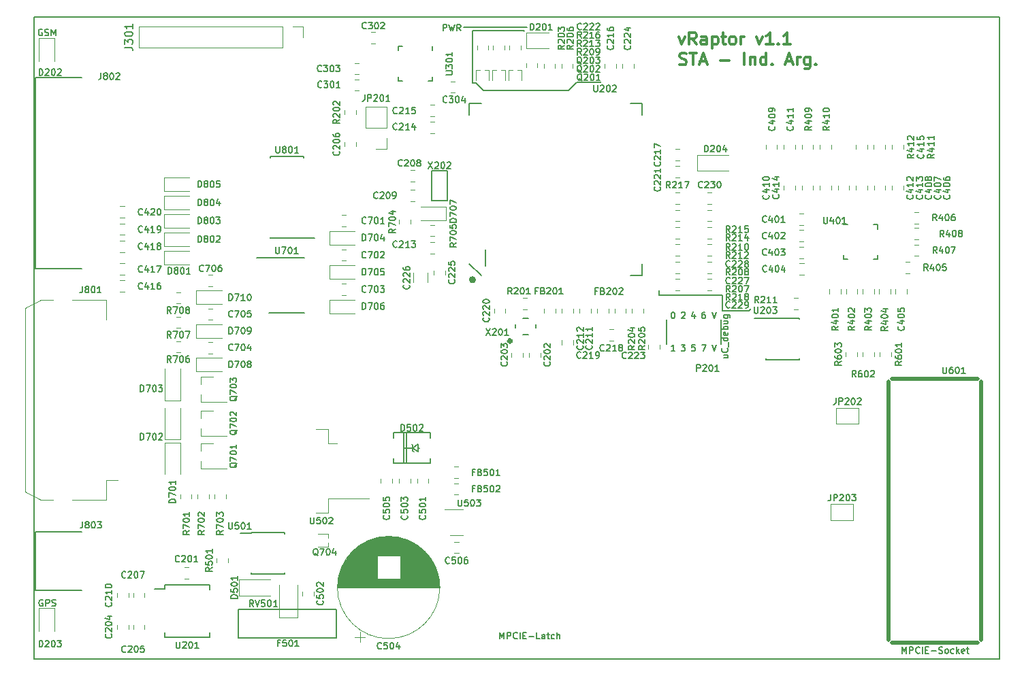
<source format=gbr>
G04 #@! TF.GenerationSoftware,KiCad,Pcbnew,5.0.1-33cea8e~68~ubuntu16.04.1*
G04 #@! TF.CreationDate,2018-11-15T12:16:53-03:00*
G04 #@! TF.ProjectId,TrackerAVL,547261636B657241564C2E6B69636164,1.1*
G04 #@! TF.SameCoordinates,Original*
G04 #@! TF.FileFunction,Legend,Top*
G04 #@! TF.FilePolarity,Positive*
%FSLAX46Y46*%
G04 Gerber Fmt 4.6, Leading zero omitted, Abs format (unit mm)*
G04 Created by KiCad (PCBNEW 5.0.1-33cea8e~68~ubuntu16.04.1) date Thu 15 Nov 2018 12:16:53 -03*
%MOMM*%
%LPD*%
G01*
G04 APERTURE LIST*
%ADD10C,0.300000*%
%ADD11C,0.150000*%
%ADD12C,0.120000*%
%ADD13C,0.500000*%
%ADD14C,0.508000*%
%ADD15C,0.127000*%
%ADD16C,0.203200*%
%ADD17C,0.050000*%
G04 APERTURE END LIST*
D10*
X114909285Y-49203571D02*
X115266428Y-50203571D01*
X115623571Y-49203571D01*
X117052142Y-50203571D02*
X116552142Y-49489285D01*
X116195000Y-50203571D02*
X116195000Y-48703571D01*
X116766428Y-48703571D01*
X116909285Y-48775000D01*
X116980714Y-48846428D01*
X117052142Y-48989285D01*
X117052142Y-49203571D01*
X116980714Y-49346428D01*
X116909285Y-49417857D01*
X116766428Y-49489285D01*
X116195000Y-49489285D01*
X118337857Y-50203571D02*
X118337857Y-49417857D01*
X118266428Y-49275000D01*
X118123571Y-49203571D01*
X117837857Y-49203571D01*
X117695000Y-49275000D01*
X118337857Y-50132142D02*
X118195000Y-50203571D01*
X117837857Y-50203571D01*
X117695000Y-50132142D01*
X117623571Y-49989285D01*
X117623571Y-49846428D01*
X117695000Y-49703571D01*
X117837857Y-49632142D01*
X118195000Y-49632142D01*
X118337857Y-49560714D01*
X119052142Y-49203571D02*
X119052142Y-50703571D01*
X119052142Y-49275000D02*
X119195000Y-49203571D01*
X119480714Y-49203571D01*
X119623571Y-49275000D01*
X119695000Y-49346428D01*
X119766428Y-49489285D01*
X119766428Y-49917857D01*
X119695000Y-50060714D01*
X119623571Y-50132142D01*
X119480714Y-50203571D01*
X119195000Y-50203571D01*
X119052142Y-50132142D01*
X120195000Y-49203571D02*
X120766428Y-49203571D01*
X120409285Y-48703571D02*
X120409285Y-49989285D01*
X120480714Y-50132142D01*
X120623571Y-50203571D01*
X120766428Y-50203571D01*
X121480714Y-50203571D02*
X121337857Y-50132142D01*
X121266428Y-50060714D01*
X121195000Y-49917857D01*
X121195000Y-49489285D01*
X121266428Y-49346428D01*
X121337857Y-49275000D01*
X121480714Y-49203571D01*
X121695000Y-49203571D01*
X121837857Y-49275000D01*
X121909285Y-49346428D01*
X121980714Y-49489285D01*
X121980714Y-49917857D01*
X121909285Y-50060714D01*
X121837857Y-50132142D01*
X121695000Y-50203571D01*
X121480714Y-50203571D01*
X122623571Y-50203571D02*
X122623571Y-49203571D01*
X122623571Y-49489285D02*
X122695000Y-49346428D01*
X122766428Y-49275000D01*
X122909285Y-49203571D01*
X123052142Y-49203571D01*
X124552142Y-49203571D02*
X124909285Y-50203571D01*
X125266428Y-49203571D01*
X126623571Y-50203571D02*
X125766428Y-50203571D01*
X126195000Y-50203571D02*
X126195000Y-48703571D01*
X126052142Y-48917857D01*
X125909285Y-49060714D01*
X125766428Y-49132142D01*
X127266428Y-50060714D02*
X127337857Y-50132142D01*
X127266428Y-50203571D01*
X127195000Y-50132142D01*
X127266428Y-50060714D01*
X127266428Y-50203571D01*
X128766428Y-50203571D02*
X127909285Y-50203571D01*
X128337857Y-50203571D02*
X128337857Y-48703571D01*
X128195000Y-48917857D01*
X128052142Y-49060714D01*
X127909285Y-49132142D01*
X114980714Y-52682142D02*
X115195000Y-52753571D01*
X115552142Y-52753571D01*
X115695000Y-52682142D01*
X115766428Y-52610714D01*
X115837857Y-52467857D01*
X115837857Y-52325000D01*
X115766428Y-52182142D01*
X115695000Y-52110714D01*
X115552142Y-52039285D01*
X115266428Y-51967857D01*
X115123571Y-51896428D01*
X115052142Y-51825000D01*
X114980714Y-51682142D01*
X114980714Y-51539285D01*
X115052142Y-51396428D01*
X115123571Y-51325000D01*
X115266428Y-51253571D01*
X115623571Y-51253571D01*
X115837857Y-51325000D01*
X116266428Y-51253571D02*
X117123571Y-51253571D01*
X116695000Y-52753571D02*
X116695000Y-51253571D01*
X117552142Y-52325000D02*
X118266428Y-52325000D01*
X117409285Y-52753571D02*
X117909285Y-51253571D01*
X118409285Y-52753571D01*
X120052142Y-52182142D02*
X121195000Y-52182142D01*
X123052142Y-52753571D02*
X123052142Y-51253571D01*
X123766428Y-51753571D02*
X123766428Y-52753571D01*
X123766428Y-51896428D02*
X123837857Y-51825000D01*
X123980714Y-51753571D01*
X124195000Y-51753571D01*
X124337857Y-51825000D01*
X124409285Y-51967857D01*
X124409285Y-52753571D01*
X125766428Y-52753571D02*
X125766428Y-51253571D01*
X125766428Y-52682142D02*
X125623571Y-52753571D01*
X125337857Y-52753571D01*
X125195000Y-52682142D01*
X125123571Y-52610714D01*
X125052142Y-52467857D01*
X125052142Y-52039285D01*
X125123571Y-51896428D01*
X125195000Y-51825000D01*
X125337857Y-51753571D01*
X125623571Y-51753571D01*
X125766428Y-51825000D01*
X126480714Y-52610714D02*
X126552142Y-52682142D01*
X126480714Y-52753571D01*
X126409285Y-52682142D01*
X126480714Y-52610714D01*
X126480714Y-52753571D01*
X128266428Y-52325000D02*
X128980714Y-52325000D01*
X128123571Y-52753571D02*
X128623571Y-51253571D01*
X129123571Y-52753571D01*
X129623571Y-52753571D02*
X129623571Y-51753571D01*
X129623571Y-52039285D02*
X129695000Y-51896428D01*
X129766428Y-51825000D01*
X129909285Y-51753571D01*
X130052142Y-51753571D01*
X131195000Y-51753571D02*
X131195000Y-52967857D01*
X131123571Y-53110714D01*
X131052142Y-53182142D01*
X130909285Y-53253571D01*
X130695000Y-53253571D01*
X130552142Y-53182142D01*
X131195000Y-52682142D02*
X131052142Y-52753571D01*
X130766428Y-52753571D01*
X130623571Y-52682142D01*
X130552142Y-52610714D01*
X130480714Y-52467857D01*
X130480714Y-52039285D01*
X130552142Y-51896428D01*
X130623571Y-51825000D01*
X130766428Y-51753571D01*
X131052142Y-51753571D01*
X131195000Y-51825000D01*
X131909285Y-52610714D02*
X131980714Y-52682142D01*
X131909285Y-52753571D01*
X131837857Y-52682142D01*
X131909285Y-52610714D01*
X131909285Y-52753571D01*
D11*
X123850000Y-83150000D02*
X123650000Y-83350000D01*
X120350000Y-83350000D02*
X123650000Y-83350000D01*
X120350000Y-81450000D02*
X120350000Y-83350000D01*
X119250000Y-81450000D02*
X120350000Y-81450000D01*
X112450000Y-81450000D02*
X119250000Y-81450000D01*
X112450000Y-80850000D02*
X112450000Y-81450000D01*
X96050000Y-48050000D02*
X88150000Y-48050000D01*
X92616666Y-124211904D02*
X92616666Y-123411904D01*
X92883333Y-123983333D01*
X93150000Y-123411904D01*
X93150000Y-124211904D01*
X93530952Y-124211904D02*
X93530952Y-123411904D01*
X93835714Y-123411904D01*
X93911904Y-123450000D01*
X93950000Y-123488095D01*
X93988095Y-123564285D01*
X93988095Y-123678571D01*
X93950000Y-123754761D01*
X93911904Y-123792857D01*
X93835714Y-123830952D01*
X93530952Y-123830952D01*
X94788095Y-124135714D02*
X94750000Y-124173809D01*
X94635714Y-124211904D01*
X94559523Y-124211904D01*
X94445238Y-124173809D01*
X94369047Y-124097619D01*
X94330952Y-124021428D01*
X94292857Y-123869047D01*
X94292857Y-123754761D01*
X94330952Y-123602380D01*
X94369047Y-123526190D01*
X94445238Y-123450000D01*
X94559523Y-123411904D01*
X94635714Y-123411904D01*
X94750000Y-123450000D01*
X94788095Y-123488095D01*
X95130952Y-124211904D02*
X95130952Y-123411904D01*
X95511904Y-123792857D02*
X95778571Y-123792857D01*
X95892857Y-124211904D02*
X95511904Y-124211904D01*
X95511904Y-123411904D01*
X95892857Y-123411904D01*
X96235714Y-123907142D02*
X96845238Y-123907142D01*
X97607142Y-124211904D02*
X97226190Y-124211904D01*
X97226190Y-123411904D01*
X98216666Y-124211904D02*
X98216666Y-123792857D01*
X98178571Y-123716666D01*
X98102380Y-123678571D01*
X97950000Y-123678571D01*
X97873809Y-123716666D01*
X98216666Y-124173809D02*
X98140476Y-124211904D01*
X97950000Y-124211904D01*
X97873809Y-124173809D01*
X97835714Y-124097619D01*
X97835714Y-124021428D01*
X97873809Y-123945238D01*
X97950000Y-123907142D01*
X98140476Y-123907142D01*
X98216666Y-123869047D01*
X98483333Y-123678571D02*
X98788095Y-123678571D01*
X98597619Y-123411904D02*
X98597619Y-124097619D01*
X98635714Y-124173809D01*
X98711904Y-124211904D01*
X98788095Y-124211904D01*
X99397619Y-124173809D02*
X99321428Y-124211904D01*
X99169047Y-124211904D01*
X99092857Y-124173809D01*
X99054761Y-124135714D01*
X99016666Y-124059523D01*
X99016666Y-123830952D01*
X99054761Y-123754761D01*
X99092857Y-123716666D01*
X99169047Y-123678571D01*
X99321428Y-123678571D01*
X99397619Y-123716666D01*
X99740476Y-124211904D02*
X99740476Y-123411904D01*
X100083333Y-124211904D02*
X100083333Y-123792857D01*
X100045238Y-123716666D01*
X99969047Y-123678571D01*
X99854761Y-123678571D01*
X99778571Y-123716666D01*
X99740476Y-123754761D01*
X95650000Y-48550000D02*
X95550000Y-48450000D01*
X89250000Y-48450000D02*
X95550000Y-48450000D01*
X105250000Y-54850000D02*
X105150000Y-54950000D01*
X102200000Y-54950000D02*
X105150000Y-54950000D01*
X101200000Y-55950000D02*
X102200000Y-54950000D01*
X90600000Y-55950000D02*
X101200000Y-55950000D01*
X89650000Y-55000000D02*
X90600000Y-55950000D01*
X89250000Y-55000000D02*
X89650000Y-55000000D01*
X89250000Y-48450000D02*
X89250000Y-55000000D01*
X85583333Y-48511904D02*
X85583333Y-47711904D01*
X85888095Y-47711904D01*
X85964285Y-47750000D01*
X86002380Y-47788095D01*
X86040476Y-47864285D01*
X86040476Y-47978571D01*
X86002380Y-48054761D01*
X85964285Y-48092857D01*
X85888095Y-48130952D01*
X85583333Y-48130952D01*
X86307142Y-47711904D02*
X86497619Y-48511904D01*
X86650000Y-47940476D01*
X86802380Y-48511904D01*
X86992857Y-47711904D01*
X87754761Y-48511904D02*
X87488095Y-48130952D01*
X87297619Y-48511904D02*
X87297619Y-47711904D01*
X87602380Y-47711904D01*
X87678571Y-47750000D01*
X87716666Y-47788095D01*
X87754761Y-47864285D01*
X87754761Y-47978571D01*
X87716666Y-48054761D01*
X87678571Y-48092857D01*
X87602380Y-48130952D01*
X87297619Y-48130952D01*
X35721428Y-48350000D02*
X35645238Y-48311904D01*
X35530952Y-48311904D01*
X35416666Y-48350000D01*
X35340476Y-48426190D01*
X35302380Y-48502380D01*
X35264285Y-48654761D01*
X35264285Y-48769047D01*
X35302380Y-48921428D01*
X35340476Y-48997619D01*
X35416666Y-49073809D01*
X35530952Y-49111904D01*
X35607142Y-49111904D01*
X35721428Y-49073809D01*
X35759523Y-49035714D01*
X35759523Y-48769047D01*
X35607142Y-48769047D01*
X36064285Y-49073809D02*
X36178571Y-49111904D01*
X36369047Y-49111904D01*
X36445238Y-49073809D01*
X36483333Y-49035714D01*
X36521428Y-48959523D01*
X36521428Y-48883333D01*
X36483333Y-48807142D01*
X36445238Y-48769047D01*
X36369047Y-48730952D01*
X36216666Y-48692857D01*
X36140476Y-48654761D01*
X36102380Y-48616666D01*
X36064285Y-48540476D01*
X36064285Y-48464285D01*
X36102380Y-48388095D01*
X36140476Y-48350000D01*
X36216666Y-48311904D01*
X36407142Y-48311904D01*
X36521428Y-48350000D01*
X36864285Y-49111904D02*
X36864285Y-48311904D01*
X37130952Y-48883333D01*
X37397619Y-48311904D01*
X37397619Y-49111904D01*
X35778571Y-119350000D02*
X35702380Y-119311904D01*
X35588095Y-119311904D01*
X35473809Y-119350000D01*
X35397619Y-119426190D01*
X35359523Y-119502380D01*
X35321428Y-119654761D01*
X35321428Y-119769047D01*
X35359523Y-119921428D01*
X35397619Y-119997619D01*
X35473809Y-120073809D01*
X35588095Y-120111904D01*
X35664285Y-120111904D01*
X35778571Y-120073809D01*
X35816666Y-120035714D01*
X35816666Y-119769047D01*
X35664285Y-119769047D01*
X36159523Y-120111904D02*
X36159523Y-119311904D01*
X36464285Y-119311904D01*
X36540476Y-119350000D01*
X36578571Y-119388095D01*
X36616666Y-119464285D01*
X36616666Y-119578571D01*
X36578571Y-119654761D01*
X36540476Y-119692857D01*
X36464285Y-119730952D01*
X36159523Y-119730952D01*
X36921428Y-120073809D02*
X37035714Y-120111904D01*
X37226190Y-120111904D01*
X37302380Y-120073809D01*
X37340476Y-120035714D01*
X37378571Y-119959523D01*
X37378571Y-119883333D01*
X37340476Y-119807142D01*
X37302380Y-119769047D01*
X37226190Y-119730952D01*
X37073809Y-119692857D01*
X36997619Y-119654761D01*
X36959523Y-119616666D01*
X36921428Y-119540476D01*
X36921428Y-119464285D01*
X36959523Y-119388095D01*
X36997619Y-119350000D01*
X37073809Y-119311904D01*
X37264285Y-119311904D01*
X37378571Y-119350000D01*
X154750000Y-126750000D02*
X154750000Y-46750000D01*
X34750000Y-126750000D02*
X154750000Y-126750000D01*
X34750000Y-46750000D02*
X34750000Y-126750000D01*
X34750000Y-46750000D02*
X154750000Y-46750000D01*
D12*
G04 #@! TO.C,J301*
X47740000Y-47970000D02*
X47740000Y-50630000D01*
X65580000Y-47970000D02*
X47740000Y-47970000D01*
X65580000Y-50630000D02*
X47740000Y-50630000D01*
X65580000Y-47970000D02*
X65580000Y-50630000D01*
X66850000Y-47970000D02*
X68180000Y-47970000D01*
X68180000Y-47970000D02*
X68180000Y-49300000D01*
G04 #@! TO.C,C401*
X130411252Y-71265000D02*
X129888748Y-71265000D01*
X130411252Y-72685000D02*
X129888748Y-72685000D01*
G04 #@! TO.C,C304*
X86488748Y-54790000D02*
X87011252Y-54790000D01*
X86488748Y-56210000D02*
X87011252Y-56210000D01*
D11*
G04 #@! TO.C,U401*
X139650000Y-72650000D02*
X139650000Y-73175000D01*
X135350000Y-76950000D02*
X135350000Y-76425000D01*
X139650000Y-76950000D02*
X139650000Y-76425000D01*
X135350000Y-72650000D02*
X135875000Y-72650000D01*
X135350000Y-76950000D02*
X135875000Y-76950000D01*
X139650000Y-76950000D02*
X139125000Y-76950000D01*
X139650000Y-72650000D02*
X139125000Y-72650000D01*
G04 #@! TO.C,U301*
X84273794Y-54735140D02*
X83748794Y-54735140D01*
X79973794Y-50435140D02*
X80498794Y-50435140D01*
X79973794Y-54735140D02*
X80498794Y-54735140D01*
X84273794Y-50435140D02*
X84273794Y-50960140D01*
X79973794Y-50435140D02*
X79973794Y-50960140D01*
X79973794Y-54735140D02*
X79973794Y-54210140D01*
X84273794Y-54735140D02*
X84273794Y-54210140D01*
D13*
G04 #@! TO.C,U601*
X141400000Y-124700000D02*
X152100000Y-124700000D01*
X141000000Y-92200000D02*
X141000000Y-124300000D01*
X152100000Y-91800000D02*
X141400000Y-91800000D01*
X152500000Y-124300000D02*
X152500000Y-92200000D01*
D11*
G04 #@! TO.C,U202*
X88853260Y-77495600D02*
X90354400Y-78996740D01*
X110351820Y-77495600D02*
X110351820Y-78996740D01*
X110351820Y-78996740D02*
X108850680Y-78996740D01*
X110351820Y-58999320D02*
X110351820Y-57498180D01*
X110351820Y-57498180D02*
X108850680Y-57498180D01*
X88853260Y-58999320D02*
X88853260Y-57498180D01*
X88853260Y-57498180D02*
X90354400Y-57498180D01*
X90854780Y-77747060D02*
X90854780Y-75745540D01*
D14*
X89417140Y-79497120D02*
G75*
G03X89417140Y-79497120I-187960J0D01*
G01*
D11*
G04 #@! TO.C,U801*
X68250000Y-74325000D02*
X68250000Y-74300000D01*
X64100000Y-74325000D02*
X64100000Y-74220000D01*
X64100000Y-64175000D02*
X64100000Y-64280000D01*
X68250000Y-64175000D02*
X68250000Y-64280000D01*
X68250000Y-74325000D02*
X64100000Y-74325000D01*
X68250000Y-64175000D02*
X64100000Y-64175000D01*
X68250000Y-74300000D02*
X69625000Y-74300000D01*
D13*
G04 #@! TO.C,X201*
X94016421Y-87125000D02*
G75*
G03X94016421Y-87125000I-141421J0D01*
G01*
D11*
X97100000Y-85025000D02*
X97100000Y-85475000D01*
X95525000Y-86300000D02*
X96175000Y-86300000D01*
X94600000Y-85475000D02*
X94600000Y-85025000D01*
X96175000Y-84300000D02*
X95525000Y-84300000D01*
G04 #@! TO.C,U501*
X61725000Y-110975000D02*
X61725000Y-111025000D01*
X65875000Y-110975000D02*
X65875000Y-111120000D01*
X65875000Y-116125000D02*
X65875000Y-115980000D01*
X61725000Y-116125000D02*
X61725000Y-115980000D01*
X61725000Y-110975000D02*
X65875000Y-110975000D01*
X61725000Y-116125000D02*
X65875000Y-116125000D01*
X61725000Y-111025000D02*
X60325000Y-111025000D01*
D12*
G04 #@! TO.C,R501*
X58860000Y-114686252D02*
X58860000Y-114163748D01*
X57440000Y-114686252D02*
X57440000Y-114163748D01*
G04 #@! TO.C,FB502*
X86913748Y-104840000D02*
X87436252Y-104840000D01*
X86913748Y-106260000D02*
X87436252Y-106260000D01*
G04 #@! TO.C,FB501*
X86913748Y-102790000D02*
X87436252Y-102790000D01*
X86913748Y-104210000D02*
X87436252Y-104210000D01*
G04 #@! TO.C,C207*
X47040000Y-118513748D02*
X47040000Y-119036252D01*
X48460000Y-118513748D02*
X48460000Y-119036252D01*
G04 #@! TO.C,C201*
X53936252Y-115290000D02*
X53413748Y-115290000D01*
X53936252Y-116710000D02*
X53413748Y-116710000D01*
G04 #@! TO.C,C202*
X97660000Y-88588748D02*
X97660000Y-89111252D01*
X96240000Y-88588748D02*
X96240000Y-89111252D01*
G04 #@! TO.C,C203*
X94040000Y-88588748D02*
X94040000Y-89111252D01*
X95460000Y-88588748D02*
X95460000Y-89111252D01*
G04 #@! TO.C,C204*
X46460000Y-122463748D02*
X46460000Y-122986252D01*
X45040000Y-122463748D02*
X45040000Y-122986252D01*
G04 #@! TO.C,C205*
X47040000Y-122463748D02*
X47040000Y-122986252D01*
X48460000Y-122463748D02*
X48460000Y-122986252D01*
G04 #@! TO.C,C206*
X73340000Y-62363748D02*
X73340000Y-62886252D01*
X74760000Y-62363748D02*
X74760000Y-62886252D01*
G04 #@! TO.C,C208*
X82011252Y-67235000D02*
X81488748Y-67235000D01*
X82011252Y-65815000D02*
X81488748Y-65815000D01*
G04 #@! TO.C,C209*
X82011252Y-68315000D02*
X81488748Y-68315000D01*
X82011252Y-69735000D02*
X81488748Y-69735000D01*
G04 #@! TO.C,C210*
X46460000Y-118518748D02*
X46460000Y-119041252D01*
X45040000Y-118518748D02*
X45040000Y-119041252D01*
G04 #@! TO.C,C211*
X103960000Y-83611252D02*
X103960000Y-83088748D01*
X102540000Y-83611252D02*
X102540000Y-83088748D01*
G04 #@! TO.C,C212*
X100340000Y-83611252D02*
X100340000Y-83088748D01*
X101760000Y-83611252D02*
X101760000Y-83088748D01*
G04 #@! TO.C,C213*
X83963748Y-76235000D02*
X84486252Y-76235000D01*
X83963748Y-74815000D02*
X84486252Y-74815000D01*
G04 #@! TO.C,C214*
X83963748Y-59815000D02*
X84486252Y-59815000D01*
X83963748Y-61235000D02*
X84486252Y-61235000D01*
G04 #@! TO.C,C215*
X83963748Y-59160000D02*
X84486252Y-59160000D01*
X83963748Y-57740000D02*
X84486252Y-57740000D01*
G04 #@! TO.C,C216*
X107060000Y-52613748D02*
X107060000Y-53136252D01*
X105640000Y-52613748D02*
X105640000Y-53136252D01*
G04 #@! TO.C,C217*
X114986252Y-66760000D02*
X114463748Y-66760000D01*
X114986252Y-65340000D02*
X114463748Y-65340000D01*
G04 #@! TO.C,C218*
X106238748Y-87110000D02*
X106761252Y-87110000D01*
X106238748Y-85690000D02*
X106761252Y-85690000D01*
G04 #@! TO.C,C219*
X101760000Y-87561252D02*
X101760000Y-87038748D01*
X100340000Y-87561252D02*
X100340000Y-87038748D01*
G04 #@! TO.C,C220*
X91915000Y-83611252D02*
X91915000Y-83088748D01*
X93335000Y-83611252D02*
X93335000Y-83088748D01*
G04 #@! TO.C,C221*
X114986252Y-64610000D02*
X114463748Y-64610000D01*
X114986252Y-63190000D02*
X114463748Y-63190000D01*
G04 #@! TO.C,C222*
X97310000Y-52563748D02*
X97310000Y-53086252D01*
X95890000Y-52563748D02*
X95890000Y-53086252D01*
G04 #@! TO.C,C223*
X111090000Y-88111252D02*
X111090000Y-87588748D01*
X112510000Y-88111252D02*
X112510000Y-87588748D01*
G04 #@! TO.C,C224*
X109260000Y-52613748D02*
X109260000Y-53136252D01*
X107840000Y-52613748D02*
X107840000Y-53136252D01*
G04 #@! TO.C,C225*
X85810000Y-78363748D02*
X85810000Y-78886252D01*
X84390000Y-78363748D02*
X84390000Y-78886252D01*
G04 #@! TO.C,C226*
X83660000Y-78635436D02*
X83660000Y-79839564D01*
X81840000Y-78635436D02*
X81840000Y-79839564D01*
G04 #@! TO.C,C227*
X118463748Y-79415000D02*
X118986252Y-79415000D01*
X118463748Y-80835000D02*
X118986252Y-80835000D01*
G04 #@! TO.C,C228*
X118463748Y-78680000D02*
X118986252Y-78680000D01*
X118463748Y-77260000D02*
X118986252Y-77260000D01*
G04 #@! TO.C,C229*
X118463748Y-70795000D02*
X118986252Y-70795000D01*
X118463748Y-72215000D02*
X118986252Y-72215000D01*
G04 #@! TO.C,C230*
X118463748Y-70060000D02*
X118986252Y-70060000D01*
X118463748Y-68640000D02*
X118986252Y-68640000D01*
G04 #@! TO.C,C301*
X75086252Y-54540000D02*
X74563748Y-54540000D01*
X75086252Y-55960000D02*
X74563748Y-55960000D01*
G04 #@! TO.C,C302*
X76638748Y-48690000D02*
X77161252Y-48690000D01*
X76638748Y-50110000D02*
X77161252Y-50110000D01*
G04 #@! TO.C,C303*
X75086252Y-52515000D02*
X74563748Y-52515000D01*
X75086252Y-53935000D02*
X74563748Y-53935000D01*
G04 #@! TO.C,C402*
X130411252Y-74735000D02*
X129888748Y-74735000D01*
X130411252Y-73315000D02*
X129888748Y-73315000D01*
G04 #@! TO.C,C403*
X130411252Y-75390000D02*
X129888748Y-75390000D01*
X130411252Y-76810000D02*
X129888748Y-76810000D01*
G04 #@! TO.C,C404*
X130436252Y-78860000D02*
X129913748Y-78860000D01*
X130436252Y-77440000D02*
X129913748Y-77440000D01*
G04 #@! TO.C,C405*
X141840000Y-80688748D02*
X141840000Y-81211252D01*
X143260000Y-80688748D02*
X143260000Y-81211252D01*
G04 #@! TO.C,C406*
X142810000Y-68311252D02*
X142810000Y-67788748D01*
X141390000Y-68311252D02*
X141390000Y-67788748D01*
G04 #@! TO.C,C407*
X139152500Y-68311252D02*
X139152500Y-67788748D01*
X140572500Y-68311252D02*
X140572500Y-67788748D01*
G04 #@! TO.C,C408*
X138335000Y-68311252D02*
X138335000Y-67788748D01*
X136915000Y-68311252D02*
X136915000Y-67788748D01*
G04 #@! TO.C,C409*
X125690000Y-62713748D02*
X125690000Y-63236252D01*
X127110000Y-62713748D02*
X127110000Y-63236252D01*
G04 #@! TO.C,C410*
X129360000Y-68311252D02*
X129360000Y-67788748D01*
X127940000Y-68311252D02*
X127940000Y-67788748D01*
G04 #@! TO.C,C411*
X129360000Y-62713748D02*
X129360000Y-63236252D01*
X127940000Y-62713748D02*
X127940000Y-63236252D01*
G04 #@! TO.C,C412*
X133860000Y-68311252D02*
X133860000Y-67788748D01*
X132440000Y-68311252D02*
X132440000Y-67788748D01*
G04 #@! TO.C,C413*
X134677500Y-68311252D02*
X134677500Y-67788748D01*
X136097500Y-68311252D02*
X136097500Y-67788748D01*
G04 #@! TO.C,C414*
X130190000Y-68311252D02*
X130190000Y-67788748D01*
X131610000Y-68311252D02*
X131610000Y-67788748D01*
G04 #@! TO.C,C415*
X136915000Y-62713748D02*
X136915000Y-63236252D01*
X138335000Y-62713748D02*
X138335000Y-63236252D01*
G04 #@! TO.C,C416*
X45413748Y-81010000D02*
X45936252Y-81010000D01*
X45413748Y-79590000D02*
X45936252Y-79590000D01*
G04 #@! TO.C,C417*
X45413748Y-77465000D02*
X45936252Y-77465000D01*
X45413748Y-78885000D02*
X45936252Y-78885000D01*
G04 #@! TO.C,C418*
X45413748Y-74640000D02*
X45936252Y-74640000D01*
X45413748Y-76060000D02*
X45936252Y-76060000D01*
G04 #@! TO.C,C419*
X45413748Y-73922500D02*
X45936252Y-73922500D01*
X45413748Y-72502500D02*
X45936252Y-72502500D01*
G04 #@! TO.C,C420*
X45413748Y-70365000D02*
X45936252Y-70365000D01*
X45413748Y-71785000D02*
X45936252Y-71785000D01*
G04 #@! TO.C,C501*
X82340000Y-104288748D02*
X82340000Y-104811252D01*
X83760000Y-104288748D02*
X83760000Y-104811252D01*
G04 #@! TO.C,C502*
X68090000Y-118836252D02*
X68090000Y-118313748D01*
X69510000Y-118836252D02*
X69510000Y-118313748D01*
G04 #@! TO.C,C503*
X81510000Y-104288748D02*
X81510000Y-104811252D01*
X80090000Y-104288748D02*
X80090000Y-104811252D01*
G04 #@! TO.C,C504*
X85170000Y-117800000D02*
G75*
G03X85170000Y-117800000I-6370000J0D01*
G01*
X72470000Y-117800000D02*
X85130000Y-117800000D01*
X72470000Y-117760000D02*
X85130000Y-117760000D01*
X72470000Y-117720000D02*
X85130000Y-117720000D01*
X72471000Y-117680000D02*
X85129000Y-117680000D01*
X72472000Y-117640000D02*
X85128000Y-117640000D01*
X72473000Y-117600000D02*
X85127000Y-117600000D01*
X72474000Y-117560000D02*
X85126000Y-117560000D01*
X72476000Y-117520000D02*
X85124000Y-117520000D01*
X72478000Y-117480000D02*
X85122000Y-117480000D01*
X72480000Y-117440000D02*
X85120000Y-117440000D01*
X72482000Y-117400000D02*
X85118000Y-117400000D01*
X72485000Y-117360000D02*
X85115000Y-117360000D01*
X72488000Y-117320000D02*
X85112000Y-117320000D01*
X72491000Y-117280000D02*
X85109000Y-117280000D01*
X72494000Y-117240000D02*
X85106000Y-117240000D01*
X72498000Y-117200000D02*
X85102000Y-117200000D01*
X72502000Y-117160000D02*
X85098000Y-117160000D01*
X72506000Y-117120000D02*
X85094000Y-117120000D01*
X72510000Y-117079000D02*
X85090000Y-117079000D01*
X72515000Y-117039000D02*
X85085000Y-117039000D01*
X72520000Y-116999000D02*
X85080000Y-116999000D01*
X72525000Y-116959000D02*
X85075000Y-116959000D01*
X72531000Y-116919000D02*
X85069000Y-116919000D01*
X72536000Y-116879000D02*
X85064000Y-116879000D01*
X72542000Y-116839000D02*
X85058000Y-116839000D01*
X72548000Y-116799000D02*
X85052000Y-116799000D01*
X72555000Y-116759000D02*
X85045000Y-116759000D01*
X72562000Y-116719000D02*
X77360000Y-116719000D01*
X80240000Y-116719000D02*
X85038000Y-116719000D01*
X72569000Y-116679000D02*
X77360000Y-116679000D01*
X80240000Y-116679000D02*
X85031000Y-116679000D01*
X72576000Y-116639000D02*
X77360000Y-116639000D01*
X80240000Y-116639000D02*
X85024000Y-116639000D01*
X72584000Y-116599000D02*
X77360000Y-116599000D01*
X80240000Y-116599000D02*
X85016000Y-116599000D01*
X72591000Y-116559000D02*
X77360000Y-116559000D01*
X80240000Y-116559000D02*
X85009000Y-116559000D01*
X72599000Y-116519000D02*
X77360000Y-116519000D01*
X80240000Y-116519000D02*
X85001000Y-116519000D01*
X72608000Y-116479000D02*
X77360000Y-116479000D01*
X80240000Y-116479000D02*
X84992000Y-116479000D01*
X72616000Y-116439000D02*
X77360000Y-116439000D01*
X80240000Y-116439000D02*
X84984000Y-116439000D01*
X72625000Y-116399000D02*
X77360000Y-116399000D01*
X80240000Y-116399000D02*
X84975000Y-116399000D01*
X72634000Y-116359000D02*
X77360000Y-116359000D01*
X80240000Y-116359000D02*
X84966000Y-116359000D01*
X72644000Y-116319000D02*
X77360000Y-116319000D01*
X80240000Y-116319000D02*
X84956000Y-116319000D01*
X72654000Y-116279000D02*
X77360000Y-116279000D01*
X80240000Y-116279000D02*
X84946000Y-116279000D01*
X72663000Y-116239000D02*
X77360000Y-116239000D01*
X80240000Y-116239000D02*
X84937000Y-116239000D01*
X72674000Y-116199000D02*
X77360000Y-116199000D01*
X80240000Y-116199000D02*
X84926000Y-116199000D01*
X72684000Y-116159000D02*
X77360000Y-116159000D01*
X80240000Y-116159000D02*
X84916000Y-116159000D01*
X72695000Y-116119000D02*
X77360000Y-116119000D01*
X80240000Y-116119000D02*
X84905000Y-116119000D01*
X72706000Y-116079000D02*
X77360000Y-116079000D01*
X80240000Y-116079000D02*
X84894000Y-116079000D01*
X72717000Y-116039000D02*
X77360000Y-116039000D01*
X80240000Y-116039000D02*
X84883000Y-116039000D01*
X72729000Y-115999000D02*
X77360000Y-115999000D01*
X80240000Y-115999000D02*
X84871000Y-115999000D01*
X72741000Y-115959000D02*
X77360000Y-115959000D01*
X80240000Y-115959000D02*
X84859000Y-115959000D01*
X72753000Y-115919000D02*
X77360000Y-115919000D01*
X80240000Y-115919000D02*
X84847000Y-115919000D01*
X72766000Y-115879000D02*
X77360000Y-115879000D01*
X80240000Y-115879000D02*
X84834000Y-115879000D01*
X72779000Y-115839000D02*
X77360000Y-115839000D01*
X80240000Y-115839000D02*
X84821000Y-115839000D01*
X72792000Y-115799000D02*
X77360000Y-115799000D01*
X80240000Y-115799000D02*
X84808000Y-115799000D01*
X72805000Y-115759000D02*
X77360000Y-115759000D01*
X80240000Y-115759000D02*
X84795000Y-115759000D01*
X72819000Y-115719000D02*
X77360000Y-115719000D01*
X80240000Y-115719000D02*
X84781000Y-115719000D01*
X72833000Y-115679000D02*
X77360000Y-115679000D01*
X80240000Y-115679000D02*
X84767000Y-115679000D01*
X72847000Y-115639000D02*
X77360000Y-115639000D01*
X80240000Y-115639000D02*
X84753000Y-115639000D01*
X72861000Y-115599000D02*
X77360000Y-115599000D01*
X80240000Y-115599000D02*
X84739000Y-115599000D01*
X72876000Y-115559000D02*
X77360000Y-115559000D01*
X80240000Y-115559000D02*
X84724000Y-115559000D01*
X72892000Y-115519000D02*
X77360000Y-115519000D01*
X80240000Y-115519000D02*
X84708000Y-115519000D01*
X72907000Y-115479000D02*
X77360000Y-115479000D01*
X80240000Y-115479000D02*
X84693000Y-115479000D01*
X72923000Y-115439000D02*
X77360000Y-115439000D01*
X80240000Y-115439000D02*
X84677000Y-115439000D01*
X72939000Y-115399000D02*
X77360000Y-115399000D01*
X80240000Y-115399000D02*
X84661000Y-115399000D01*
X72955000Y-115359000D02*
X77360000Y-115359000D01*
X80240000Y-115359000D02*
X84645000Y-115359000D01*
X72972000Y-115319000D02*
X77360000Y-115319000D01*
X80240000Y-115319000D02*
X84628000Y-115319000D01*
X72989000Y-115279000D02*
X77360000Y-115279000D01*
X80240000Y-115279000D02*
X84611000Y-115279000D01*
X73007000Y-115239000D02*
X77360000Y-115239000D01*
X80240000Y-115239000D02*
X84593000Y-115239000D01*
X73024000Y-115199000D02*
X77360000Y-115199000D01*
X80240000Y-115199000D02*
X84576000Y-115199000D01*
X73042000Y-115159000D02*
X77360000Y-115159000D01*
X80240000Y-115159000D02*
X84558000Y-115159000D01*
X73061000Y-115119000D02*
X77360000Y-115119000D01*
X80240000Y-115119000D02*
X84539000Y-115119000D01*
X73079000Y-115079000D02*
X77360000Y-115079000D01*
X80240000Y-115079000D02*
X84521000Y-115079000D01*
X73098000Y-115039000D02*
X77360000Y-115039000D01*
X80240000Y-115039000D02*
X84502000Y-115039000D01*
X73118000Y-114999000D02*
X77360000Y-114999000D01*
X80240000Y-114999000D02*
X84482000Y-114999000D01*
X73138000Y-114959000D02*
X77360000Y-114959000D01*
X80240000Y-114959000D02*
X84462000Y-114959000D01*
X73158000Y-114919000D02*
X77360000Y-114919000D01*
X80240000Y-114919000D02*
X84442000Y-114919000D01*
X73178000Y-114879000D02*
X77360000Y-114879000D01*
X80240000Y-114879000D02*
X84422000Y-114879000D01*
X73199000Y-114839000D02*
X77360000Y-114839000D01*
X80240000Y-114839000D02*
X84401000Y-114839000D01*
X73220000Y-114799000D02*
X77360000Y-114799000D01*
X80240000Y-114799000D02*
X84380000Y-114799000D01*
X73242000Y-114759000D02*
X77360000Y-114759000D01*
X80240000Y-114759000D02*
X84358000Y-114759000D01*
X73264000Y-114719000D02*
X77360000Y-114719000D01*
X80240000Y-114719000D02*
X84336000Y-114719000D01*
X73286000Y-114679000D02*
X77360000Y-114679000D01*
X80240000Y-114679000D02*
X84314000Y-114679000D01*
X73309000Y-114639000D02*
X77360000Y-114639000D01*
X80240000Y-114639000D02*
X84291000Y-114639000D01*
X73332000Y-114599000D02*
X77360000Y-114599000D01*
X80240000Y-114599000D02*
X84268000Y-114599000D01*
X73355000Y-114559000D02*
X77360000Y-114559000D01*
X80240000Y-114559000D02*
X84245000Y-114559000D01*
X73379000Y-114519000D02*
X77360000Y-114519000D01*
X80240000Y-114519000D02*
X84221000Y-114519000D01*
X73403000Y-114479000D02*
X77360000Y-114479000D01*
X80240000Y-114479000D02*
X84197000Y-114479000D01*
X73428000Y-114439000D02*
X77360000Y-114439000D01*
X80240000Y-114439000D02*
X84172000Y-114439000D01*
X73453000Y-114399000D02*
X77360000Y-114399000D01*
X80240000Y-114399000D02*
X84147000Y-114399000D01*
X73478000Y-114359000D02*
X77360000Y-114359000D01*
X80240000Y-114359000D02*
X84122000Y-114359000D01*
X73504000Y-114319000D02*
X77360000Y-114319000D01*
X80240000Y-114319000D02*
X84096000Y-114319000D01*
X73530000Y-114279000D02*
X77360000Y-114279000D01*
X80240000Y-114279000D02*
X84070000Y-114279000D01*
X73557000Y-114239000D02*
X77360000Y-114239000D01*
X80240000Y-114239000D02*
X84043000Y-114239000D01*
X73584000Y-114199000D02*
X77360000Y-114199000D01*
X80240000Y-114199000D02*
X84016000Y-114199000D01*
X73612000Y-114159000D02*
X77360000Y-114159000D01*
X80240000Y-114159000D02*
X83988000Y-114159000D01*
X73640000Y-114119000D02*
X77360000Y-114119000D01*
X80240000Y-114119000D02*
X83960000Y-114119000D01*
X73669000Y-114079000D02*
X77360000Y-114079000D01*
X80240000Y-114079000D02*
X83931000Y-114079000D01*
X73698000Y-114039000D02*
X77360000Y-114039000D01*
X80240000Y-114039000D02*
X83902000Y-114039000D01*
X73727000Y-113999000D02*
X77360000Y-113999000D01*
X80240000Y-113999000D02*
X83873000Y-113999000D01*
X73757000Y-113959000D02*
X77360000Y-113959000D01*
X80240000Y-113959000D02*
X83843000Y-113959000D01*
X73788000Y-113919000D02*
X77360000Y-113919000D01*
X80240000Y-113919000D02*
X83812000Y-113919000D01*
X73818000Y-113879000D02*
X77360000Y-113879000D01*
X80240000Y-113879000D02*
X83782000Y-113879000D01*
X73850000Y-113839000D02*
X83750000Y-113839000D01*
X73882000Y-113799000D02*
X83718000Y-113799000D01*
X73915000Y-113759000D02*
X83685000Y-113759000D01*
X73948000Y-113719000D02*
X83652000Y-113719000D01*
X73981000Y-113679000D02*
X83619000Y-113679000D01*
X74015000Y-113639000D02*
X83585000Y-113639000D01*
X74050000Y-113599000D02*
X83550000Y-113599000D01*
X74086000Y-113559000D02*
X83514000Y-113559000D01*
X74122000Y-113519000D02*
X83478000Y-113519000D01*
X74158000Y-113479000D02*
X83442000Y-113479000D01*
X74195000Y-113439000D02*
X83405000Y-113439000D01*
X74233000Y-113399000D02*
X83367000Y-113399000D01*
X74272000Y-113359000D02*
X83328000Y-113359000D01*
X74311000Y-113319000D02*
X83289000Y-113319000D01*
X74351000Y-113279000D02*
X83249000Y-113279000D01*
X74392000Y-113239000D02*
X83208000Y-113239000D01*
X74433000Y-113199000D02*
X83167000Y-113199000D01*
X74475000Y-113159000D02*
X83125000Y-113159000D01*
X74518000Y-113119000D02*
X83082000Y-113119000D01*
X74562000Y-113079000D02*
X83038000Y-113079000D01*
X74606000Y-113039000D02*
X82994000Y-113039000D01*
X74652000Y-112999000D02*
X82948000Y-112999000D01*
X74698000Y-112959000D02*
X82902000Y-112959000D01*
X74745000Y-112919000D02*
X82855000Y-112919000D01*
X74793000Y-112879000D02*
X82807000Y-112879000D01*
X74843000Y-112839000D02*
X82757000Y-112839000D01*
X74893000Y-112799000D02*
X82707000Y-112799000D01*
X74944000Y-112759000D02*
X82656000Y-112759000D01*
X74996000Y-112719000D02*
X82604000Y-112719000D01*
X75050000Y-112679000D02*
X82550000Y-112679000D01*
X75104000Y-112639000D02*
X82496000Y-112639000D01*
X75160000Y-112599000D02*
X82440000Y-112599000D01*
X75217000Y-112559000D02*
X82383000Y-112559000D01*
X75276000Y-112519000D02*
X82324000Y-112519000D01*
X75336000Y-112479000D02*
X82264000Y-112479000D01*
X75398000Y-112439000D02*
X82202000Y-112439000D01*
X75461000Y-112399000D02*
X82139000Y-112399000D01*
X75525000Y-112359000D02*
X82075000Y-112359000D01*
X75592000Y-112319000D02*
X82008000Y-112319000D01*
X75660000Y-112279000D02*
X81940000Y-112279000D01*
X75731000Y-112239000D02*
X81869000Y-112239000D01*
X75804000Y-112199000D02*
X81796000Y-112199000D01*
X75879000Y-112159000D02*
X81721000Y-112159000D01*
X75956000Y-112119000D02*
X81644000Y-112119000D01*
X76036000Y-112079000D02*
X81564000Y-112079000D01*
X76119000Y-112039000D02*
X81481000Y-112039000D01*
X76206000Y-111999000D02*
X81394000Y-111999000D01*
X76296000Y-111959000D02*
X81304000Y-111959000D01*
X76390000Y-111919000D02*
X81210000Y-111919000D01*
X76488000Y-111879000D02*
X81112000Y-111879000D01*
X76591000Y-111839000D02*
X81009000Y-111839000D01*
X76700000Y-111799000D02*
X80900000Y-111799000D01*
X76816000Y-111759000D02*
X80784000Y-111759000D01*
X76939000Y-111719000D02*
X80661000Y-111719000D01*
X77072000Y-111679000D02*
X80528000Y-111679000D01*
X77217000Y-111639000D02*
X80383000Y-111639000D01*
X77378000Y-111599000D02*
X80222000Y-111599000D01*
X77559000Y-111559000D02*
X80041000Y-111559000D01*
X77772000Y-111519000D02*
X79828000Y-111519000D01*
X78043000Y-111479000D02*
X79557000Y-111479000D01*
X78483000Y-111439000D02*
X79117000Y-111439000D01*
X75225000Y-124617082D02*
X75225000Y-123367082D01*
X74600000Y-123992082D02*
X75850000Y-123992082D01*
G04 #@! TO.C,C505*
X77840000Y-104288748D02*
X77840000Y-104811252D01*
X79260000Y-104288748D02*
X79260000Y-104811252D01*
G04 #@! TO.C,C506*
X87511252Y-112115000D02*
X86988748Y-112115000D01*
X87511252Y-113535000D02*
X86988748Y-113535000D01*
G04 #@! TO.C,C701*
X72938748Y-71440000D02*
X73461252Y-71440000D01*
X72938748Y-72860000D02*
X73461252Y-72860000D01*
G04 #@! TO.C,C702*
X72938748Y-77130000D02*
X73461252Y-77130000D01*
X72938748Y-75710000D02*
X73461252Y-75710000D01*
G04 #@! TO.C,C703*
X72938748Y-79980000D02*
X73461252Y-79980000D01*
X72938748Y-81400000D02*
X73461252Y-81400000D01*
G04 #@! TO.C,C704*
X56388748Y-88670000D02*
X56911252Y-88670000D01*
X56388748Y-87250000D02*
X56911252Y-87250000D01*
G04 #@! TO.C,C705*
X56388748Y-83070000D02*
X56911252Y-83070000D01*
X56388748Y-84490000D02*
X56911252Y-84490000D01*
G04 #@! TO.C,C706*
X56388748Y-80310000D02*
X56911252Y-80310000D01*
X56388748Y-78890000D02*
X56911252Y-78890000D01*
G04 #@! TO.C,D201*
X98750000Y-48740000D02*
X95890000Y-48740000D01*
X95890000Y-48740000D02*
X95890000Y-50660000D01*
X95890000Y-50660000D02*
X98750000Y-50660000D01*
G04 #@! TO.C,D202*
X35290000Y-49390000D02*
X35290000Y-52250000D01*
X37210000Y-49390000D02*
X35290000Y-49390000D01*
X37210000Y-52250000D02*
X37210000Y-49390000D01*
G04 #@! TO.C,D203*
X37210000Y-123225000D02*
X37210000Y-120365000D01*
X37210000Y-120365000D02*
X35290000Y-120365000D01*
X35290000Y-120365000D02*
X35290000Y-123225000D01*
G04 #@! TO.C,D204*
X117200000Y-63950000D02*
X117200000Y-65950000D01*
X117200000Y-65950000D02*
X121100000Y-65950000D01*
X117200000Y-63950000D02*
X121100000Y-63950000D01*
G04 #@! TO.C,D501*
X60200000Y-116800000D02*
X60200000Y-118800000D01*
X60200000Y-118800000D02*
X64050000Y-118800000D01*
X60200000Y-116800000D02*
X64050000Y-116800000D01*
D15*
G04 #@! TO.C,D502*
X82455400Y-100450000D02*
X82658600Y-100450000D01*
X83979400Y-102355000D02*
X79407400Y-102355000D01*
X79407400Y-102355000D02*
X79407400Y-101720000D01*
X81033000Y-98545000D02*
X81033000Y-102355000D01*
X80702800Y-98545000D02*
X80702800Y-102355000D01*
X83979400Y-99180000D02*
X83979400Y-98545000D01*
X83979400Y-98545000D02*
X79407400Y-98545000D01*
X79407400Y-98545000D02*
X79407400Y-99180000D01*
X83979400Y-101720000D02*
X83979400Y-102355000D01*
X81820400Y-100450000D02*
X82455400Y-100924980D01*
X82455400Y-100924980D02*
X82455400Y-100450000D01*
X82455400Y-100450000D02*
X82455400Y-99975020D01*
X82455400Y-99975020D02*
X81820400Y-100450000D01*
X81820400Y-100450000D02*
X81820400Y-100767500D01*
X81820400Y-100767500D02*
X81977880Y-100924980D01*
X81820400Y-100450000D02*
X81820400Y-100132500D01*
X81820400Y-100132500D02*
X81662920Y-99975020D01*
X81820400Y-100450000D02*
X80710420Y-100450000D01*
D12*
G04 #@! TO.C,D701*
X52950000Y-99800000D02*
X52950000Y-103700000D01*
X50950000Y-99800000D02*
X50950000Y-103700000D01*
X52950000Y-99800000D02*
X50950000Y-99800000D01*
G04 #@! TO.C,D702*
X50950000Y-99400000D02*
X52950000Y-99400000D01*
X52950000Y-99400000D02*
X52950000Y-95500000D01*
X50950000Y-99400000D02*
X50950000Y-95500000D01*
G04 #@! TO.C,D703*
X50950000Y-94500000D02*
X50950000Y-90600000D01*
X52950000Y-94500000D02*
X52950000Y-90600000D01*
X50950000Y-94500000D02*
X52950000Y-94500000D01*
G04 #@! TO.C,D704*
X71450000Y-73435000D02*
X71450000Y-75135000D01*
X71450000Y-75135000D02*
X74600000Y-75135000D01*
X71450000Y-73435000D02*
X74600000Y-73435000D01*
G04 #@! TO.C,D705*
X71450000Y-77705000D02*
X74600000Y-77705000D01*
X71450000Y-79405000D02*
X74600000Y-79405000D01*
X71450000Y-77705000D02*
X71450000Y-79405000D01*
G04 #@! TO.C,D706*
X71450000Y-81975000D02*
X74600000Y-81975000D01*
X71450000Y-83675000D02*
X74600000Y-83675000D01*
X71450000Y-81975000D02*
X71450000Y-83675000D01*
G04 #@! TO.C,D707*
X85975000Y-72075000D02*
X85975000Y-70375000D01*
X85975000Y-70375000D02*
X82825000Y-70375000D01*
X85975000Y-72075000D02*
X82825000Y-72075000D01*
G04 #@! TO.C,D708*
X54900000Y-89200000D02*
X54900000Y-90900000D01*
X54900000Y-90900000D02*
X58050000Y-90900000D01*
X54900000Y-89200000D02*
X58050000Y-89200000D01*
G04 #@! TO.C,D709*
X54900000Y-85020000D02*
X54900000Y-86720000D01*
X54900000Y-86720000D02*
X58050000Y-86720000D01*
X54900000Y-85020000D02*
X58050000Y-85020000D01*
G04 #@! TO.C,D710*
X54900000Y-80840000D02*
X58050000Y-80840000D01*
X54900000Y-82540000D02*
X58050000Y-82540000D01*
X54900000Y-80840000D02*
X54900000Y-82540000D01*
G04 #@! TO.C,D801*
X50850000Y-75900000D02*
X50850000Y-77600000D01*
X50850000Y-77600000D02*
X54000000Y-77600000D01*
X50850000Y-75900000D02*
X54000000Y-75900000D01*
G04 #@! TO.C,D802*
X50850000Y-73618750D02*
X54000000Y-73618750D01*
X50850000Y-75318750D02*
X54000000Y-75318750D01*
X50850000Y-73618750D02*
X50850000Y-75318750D01*
G04 #@! TO.C,D803*
X50850000Y-71337500D02*
X54000000Y-71337500D01*
X50850000Y-73037500D02*
X54000000Y-73037500D01*
X50850000Y-71337500D02*
X50850000Y-73037500D01*
G04 #@! TO.C,D804*
X50850000Y-69056250D02*
X50850000Y-70756250D01*
X50850000Y-70756250D02*
X54000000Y-70756250D01*
X50850000Y-69056250D02*
X54000000Y-69056250D01*
G04 #@! TO.C,D805*
X50850000Y-66775000D02*
X54000000Y-66775000D01*
X50850000Y-68475000D02*
X54000000Y-68475000D01*
X50850000Y-66775000D02*
X50850000Y-68475000D01*
D11*
G04 #@! TO.C,F501*
X60100000Y-124050000D02*
X60100000Y-120550000D01*
X60100000Y-120550000D02*
X72300000Y-120550000D01*
X72300000Y-120550000D02*
X72300000Y-124050000D01*
X72300000Y-124050000D02*
X60100000Y-124050000D01*
D12*
G04 #@! TO.C,FB201*
X99560000Y-83611252D02*
X99560000Y-83088748D01*
X98140000Y-83611252D02*
X98140000Y-83088748D01*
G04 #@! TO.C,FB202*
X104715000Y-83088748D02*
X104715000Y-83611252D01*
X106135000Y-83088748D02*
X106135000Y-83611252D01*
G04 #@! TO.C,J801*
X33570000Y-94435000D02*
X33570000Y-83000000D01*
X33570000Y-83000000D02*
X35570000Y-82000000D01*
X35570000Y-82000000D02*
X37085000Y-82000000D01*
X33570000Y-94435000D02*
X33570000Y-105870000D01*
X33570000Y-105870000D02*
X35570000Y-106870000D01*
X35570000Y-106870000D02*
X37085000Y-106870000D01*
X39475000Y-82000000D02*
X43700000Y-82000000D01*
X43700000Y-82000000D02*
X43700000Y-84430000D01*
X39475000Y-106870000D02*
X43700000Y-106870000D01*
X43700000Y-106870000D02*
X43700000Y-104440000D01*
X43700000Y-104440000D02*
X45160000Y-104440000D01*
D11*
G04 #@! TO.C,J802*
X40650000Y-54350000D02*
X34850000Y-54350000D01*
X40650000Y-78150000D02*
X34850000Y-78150000D01*
X34850000Y-78150000D02*
X34850000Y-54348110D01*
G04 #@! TO.C,J803*
X40650000Y-110850000D02*
X34850000Y-110850000D01*
X40650000Y-118150000D02*
X34850000Y-118150000D01*
X34850000Y-118150000D02*
X34850000Y-110850000D01*
D12*
G04 #@! TO.C,JP201*
X78580000Y-57980000D02*
X75920000Y-57980000D01*
X78580000Y-60580000D02*
X78580000Y-57980000D01*
X75920000Y-60580000D02*
X75920000Y-57980000D01*
X78580000Y-60580000D02*
X75920000Y-60580000D01*
X78580000Y-61850000D02*
X78580000Y-63180000D01*
X78580000Y-63180000D02*
X77250000Y-63180000D01*
G04 #@! TO.C,JP202*
X134450000Y-97450000D02*
X134450000Y-95450000D01*
X137250000Y-97450000D02*
X134450000Y-97450000D01*
X137250000Y-95450000D02*
X137250000Y-97450000D01*
X134450000Y-95450000D02*
X137250000Y-95450000D01*
G04 #@! TO.C,JP203*
X133800000Y-107450000D02*
X136600000Y-107450000D01*
X136600000Y-107450000D02*
X136600000Y-109450000D01*
X136600000Y-109450000D02*
X133800000Y-109450000D01*
X133800000Y-109450000D02*
X133800000Y-107450000D01*
D16*
G04 #@! TO.C,P201*
X120103200Y-87499000D02*
X120103200Y-84451000D01*
X113346800Y-84451000D02*
X113346800Y-87499000D01*
D17*
G04 #@! TO.C,Q201*
X95300000Y-53375000D02*
X95300000Y-54625000D01*
X93700000Y-53375000D02*
X93700000Y-54625000D01*
X93700000Y-53375000D02*
X94200000Y-53375000D01*
X95300000Y-53375000D02*
X94800000Y-53375000D01*
G04 #@! TO.C,Q202*
X93300000Y-53375000D02*
X92800000Y-53375000D01*
X91700000Y-53375000D02*
X92200000Y-53375000D01*
X91700000Y-53375000D02*
X91700000Y-54625000D01*
X93300000Y-53375000D02*
X93300000Y-54625000D01*
G04 #@! TO.C,Q203*
X91300000Y-53375000D02*
X91300000Y-54625000D01*
X89700000Y-53375000D02*
X89700000Y-54625000D01*
X89700000Y-53375000D02*
X90200000Y-53375000D01*
X91300000Y-53375000D02*
X90800000Y-53375000D01*
D12*
G04 #@! TO.C,Q701*
X55490000Y-99870000D02*
X55490000Y-100800000D01*
X55490000Y-103030000D02*
X55490000Y-102100000D01*
X55490000Y-103030000D02*
X58650000Y-103030000D01*
X55490000Y-99870000D02*
X56950000Y-99870000D01*
G04 #@! TO.C,Q702*
X55490000Y-95770000D02*
X55490000Y-96700000D01*
X55490000Y-98930000D02*
X55490000Y-98000000D01*
X55490000Y-98930000D02*
X58650000Y-98930000D01*
X55490000Y-95770000D02*
X56950000Y-95770000D01*
G04 #@! TO.C,Q703*
X55490000Y-91570000D02*
X56950000Y-91570000D01*
X55490000Y-94730000D02*
X58650000Y-94730000D01*
X55490000Y-94730000D02*
X55490000Y-93800000D01*
X55490000Y-91570000D02*
X55490000Y-92500000D01*
D17*
G04 #@! TO.C,Q704*
X71250000Y-112750000D02*
X71250000Y-112250000D01*
X71250000Y-111150000D02*
X71250000Y-111650000D01*
X71250000Y-111150000D02*
X70000000Y-111150000D01*
X71250000Y-112750000D02*
X70000000Y-112750000D01*
D12*
G04 #@! TO.C,R201*
X96011252Y-81740000D02*
X95488748Y-81740000D01*
X96011252Y-83160000D02*
X95488748Y-83160000D01*
G04 #@! TO.C,R202*
X74760000Y-58363748D02*
X74760000Y-58886252D01*
X73340000Y-58363748D02*
X73340000Y-58886252D01*
G04 #@! TO.C,R203*
X98090000Y-52588748D02*
X98090000Y-53111252D01*
X99510000Y-52588748D02*
X99510000Y-53111252D01*
G04 #@! TO.C,R204*
X108310000Y-83088748D02*
X108310000Y-83611252D01*
X106890000Y-83088748D02*
X106890000Y-83611252D01*
G04 #@! TO.C,R205*
X109065000Y-83088748D02*
X109065000Y-83611252D01*
X110485000Y-83088748D02*
X110485000Y-83611252D01*
G04 #@! TO.C,R206*
X101710000Y-52588748D02*
X101710000Y-53111252D01*
X100290000Y-52588748D02*
X100290000Y-53111252D01*
G04 #@! TO.C,R207*
X114463748Y-80835000D02*
X114986252Y-80835000D01*
X114463748Y-79415000D02*
X114986252Y-79415000D01*
G04 #@! TO.C,R208*
X114463748Y-77260000D02*
X114986252Y-77260000D01*
X114463748Y-78680000D02*
X114986252Y-78680000D01*
G04 #@! TO.C,R209*
X95210000Y-50338748D02*
X95210000Y-50861252D01*
X93790000Y-50338748D02*
X93790000Y-50861252D01*
G04 #@! TO.C,R210*
X118986252Y-75105000D02*
X118463748Y-75105000D01*
X118986252Y-76525000D02*
X118463748Y-76525000D01*
G04 #@! TO.C,R211*
X129711252Y-81790000D02*
X129188748Y-81790000D01*
X129711252Y-83210000D02*
X129188748Y-83210000D01*
G04 #@! TO.C,R212*
X114463748Y-75105000D02*
X114986252Y-75105000D01*
X114463748Y-76525000D02*
X114986252Y-76525000D01*
G04 #@! TO.C,R213*
X93210000Y-50338748D02*
X93210000Y-50861252D01*
X91790000Y-50338748D02*
X91790000Y-50861252D01*
G04 #@! TO.C,R214*
X118986252Y-74370000D02*
X118463748Y-74370000D01*
X118986252Y-72950000D02*
X118463748Y-72950000D01*
G04 #@! TO.C,R215*
X114463748Y-72950000D02*
X114986252Y-72950000D01*
X114463748Y-74370000D02*
X114986252Y-74370000D01*
G04 #@! TO.C,R216*
X89790000Y-50338748D02*
X89790000Y-50861252D01*
X91210000Y-50338748D02*
X91210000Y-50861252D01*
G04 #@! TO.C,R217*
X114463748Y-68640000D02*
X114986252Y-68640000D01*
X114463748Y-70060000D02*
X114986252Y-70060000D01*
G04 #@! TO.C,R218*
X114463748Y-70795000D02*
X114986252Y-70795000D01*
X114463748Y-72215000D02*
X114986252Y-72215000D01*
G04 #@! TO.C,R401*
X133640000Y-80688748D02*
X133640000Y-81211252D01*
X135060000Y-80688748D02*
X135060000Y-81211252D01*
G04 #@! TO.C,R402*
X137110000Y-80688748D02*
X137110000Y-81211252D01*
X135690000Y-80688748D02*
X135690000Y-81211252D01*
G04 #@! TO.C,R403*
X139160000Y-80688748D02*
X139160000Y-81211252D01*
X137740000Y-80688748D02*
X137740000Y-81211252D01*
G04 #@! TO.C,R404*
X141210000Y-80688748D02*
X141210000Y-81211252D01*
X139790000Y-80688748D02*
X139790000Y-81211252D01*
G04 #@! TO.C,R405*
X143088748Y-78710000D02*
X143611252Y-78710000D01*
X143088748Y-77290000D02*
X143611252Y-77290000D01*
G04 #@! TO.C,R406*
X144188748Y-71065000D02*
X144711252Y-71065000D01*
X144188748Y-72485000D02*
X144711252Y-72485000D01*
G04 #@! TO.C,R407*
X144711252Y-75115000D02*
X144188748Y-75115000D01*
X144711252Y-76535000D02*
X144188748Y-76535000D01*
G04 #@! TO.C,R408*
X144711252Y-74460000D02*
X144188748Y-74460000D01*
X144711252Y-73040000D02*
X144188748Y-73040000D01*
G04 #@! TO.C,R409*
X130190000Y-62713748D02*
X130190000Y-63236252D01*
X131610000Y-62713748D02*
X131610000Y-63236252D01*
G04 #@! TO.C,R410*
X133860000Y-62713748D02*
X133860000Y-63236252D01*
X132440000Y-62713748D02*
X132440000Y-63236252D01*
G04 #@! TO.C,R411*
X139140000Y-63236252D02*
X139140000Y-62713748D01*
X140560000Y-63236252D02*
X140560000Y-62713748D01*
G04 #@! TO.C,R412*
X141390000Y-62713748D02*
X141390000Y-63236252D01*
X142810000Y-62713748D02*
X142810000Y-63236252D01*
G04 #@! TO.C,R601*
X141310000Y-89011252D02*
X141310000Y-88488748D01*
X139890000Y-89011252D02*
X139890000Y-88488748D01*
G04 #@! TO.C,R602*
X139185000Y-89011252D02*
X139185000Y-88488748D01*
X137765000Y-89011252D02*
X137765000Y-88488748D01*
G04 #@! TO.C,R603*
X137060000Y-89011252D02*
X137060000Y-88488748D01*
X135640000Y-89011252D02*
X135640000Y-88488748D01*
G04 #@! TO.C,R701*
X52890000Y-106188748D02*
X52890000Y-106711252D01*
X54310000Y-106188748D02*
X54310000Y-106711252D01*
G04 #@! TO.C,R702*
X55027500Y-106188748D02*
X55027500Y-106711252D01*
X56447500Y-106188748D02*
X56447500Y-106711252D01*
G04 #@! TO.C,R703*
X57165000Y-106188748D02*
X57165000Y-106711252D01*
X58585000Y-106188748D02*
X58585000Y-106711252D01*
G04 #@! TO.C,R704*
X80115000Y-72013748D02*
X80115000Y-72536252D01*
X81535000Y-72013748D02*
X81535000Y-72536252D01*
G04 #@! TO.C,R705*
X84486252Y-74085000D02*
X83963748Y-74085000D01*
X84486252Y-72665000D02*
X83963748Y-72665000D01*
G04 #@! TO.C,R706*
X52898752Y-88560000D02*
X52376248Y-88560000D01*
X52898752Y-87140000D02*
X52376248Y-87140000D01*
G04 #@! TO.C,R707*
X52911252Y-84090000D02*
X52388748Y-84090000D01*
X52911252Y-85510000D02*
X52388748Y-85510000D01*
G04 #@! TO.C,R708*
X52911252Y-82460000D02*
X52388748Y-82460000D01*
X52911252Y-81040000D02*
X52388748Y-81040000D01*
G04 #@! TO.C,RV501*
X65165000Y-117462500D02*
X65165000Y-121522500D01*
X65165000Y-121522500D02*
X67435000Y-121522500D01*
X67435000Y-121522500D02*
X67435000Y-117462500D01*
D11*
G04 #@! TO.C,U201*
X50975000Y-117475000D02*
X50975000Y-117950000D01*
X56525000Y-117475000D02*
X56525000Y-118050000D01*
X56525000Y-124025000D02*
X56525000Y-123450000D01*
X50975000Y-124025000D02*
X50975000Y-123450000D01*
X50975000Y-117475000D02*
X56525000Y-117475000D01*
X50975000Y-124025000D02*
X56525000Y-124025000D01*
X50975000Y-117950000D02*
X49700000Y-117950000D01*
G04 #@! TO.C,U203*
X125725000Y-84325000D02*
X124325000Y-84325000D01*
X125725000Y-89425000D02*
X129875000Y-89425000D01*
X125725000Y-84275000D02*
X129875000Y-84275000D01*
X125725000Y-89425000D02*
X125725000Y-89280000D01*
X129875000Y-89425000D02*
X129875000Y-89280000D01*
X129875000Y-84275000D02*
X129875000Y-84420000D01*
X125725000Y-84275000D02*
X125725000Y-84325000D01*
D12*
G04 #@! TO.C,U502*
X69750000Y-108500000D02*
X71250000Y-108500000D01*
X71250000Y-108500000D02*
X71250000Y-106690000D01*
X71250000Y-106690000D02*
X76375000Y-106690000D01*
X69750000Y-98100000D02*
X71250000Y-98100000D01*
X71250000Y-98100000D02*
X71250000Y-99910000D01*
X71250000Y-99910000D02*
X72350000Y-99910000D01*
G04 #@! TO.C,U503*
X86450000Y-111300000D02*
X88050000Y-111300000D01*
X88050000Y-108100000D02*
X85750000Y-108100000D01*
D11*
G04 #@! TO.C,U701*
X63900000Y-83625000D02*
X68350000Y-83625000D01*
X62375000Y-76725000D02*
X68350000Y-76725000D01*
G04 #@! TO.C,X202*
X86125000Y-65925000D02*
X86125000Y-69625000D01*
X86125000Y-69625000D02*
X84125000Y-69625000D01*
X84125000Y-69625000D02*
X84125000Y-65925000D01*
X84125000Y-65925000D02*
X86125000Y-65925000D01*
G04 #@! TD*
G04 #@! TO.C,J301*
X45977380Y-50560714D02*
X46691666Y-50560714D01*
X46834523Y-50608333D01*
X46929761Y-50703571D01*
X46977380Y-50846428D01*
X46977380Y-50941666D01*
X45977380Y-50179761D02*
X45977380Y-49560714D01*
X46358333Y-49894047D01*
X46358333Y-49751190D01*
X46405952Y-49655952D01*
X46453571Y-49608333D01*
X46548809Y-49560714D01*
X46786904Y-49560714D01*
X46882142Y-49608333D01*
X46929761Y-49655952D01*
X46977380Y-49751190D01*
X46977380Y-50036904D01*
X46929761Y-50132142D01*
X46882142Y-50179761D01*
X45977380Y-48941666D02*
X45977380Y-48846428D01*
X46025000Y-48751190D01*
X46072619Y-48703571D01*
X46167857Y-48655952D01*
X46358333Y-48608333D01*
X46596428Y-48608333D01*
X46786904Y-48655952D01*
X46882142Y-48703571D01*
X46929761Y-48751190D01*
X46977380Y-48846428D01*
X46977380Y-48941666D01*
X46929761Y-49036904D01*
X46882142Y-49084523D01*
X46786904Y-49132142D01*
X46596428Y-49179761D01*
X46358333Y-49179761D01*
X46167857Y-49132142D01*
X46072619Y-49084523D01*
X46025000Y-49036904D01*
X45977380Y-48941666D01*
X46977380Y-47655952D02*
X46977380Y-48227380D01*
X46977380Y-47941666D02*
X45977380Y-47941666D01*
X46120238Y-48036904D01*
X46215476Y-48132142D01*
X46263095Y-48227380D01*
G04 #@! TO.C,C401*
X125779761Y-72260714D02*
X125741666Y-72298809D01*
X125627380Y-72336904D01*
X125551190Y-72336904D01*
X125436904Y-72298809D01*
X125360714Y-72222619D01*
X125322619Y-72146428D01*
X125284523Y-71994047D01*
X125284523Y-71879761D01*
X125322619Y-71727380D01*
X125360714Y-71651190D01*
X125436904Y-71575000D01*
X125551190Y-71536904D01*
X125627380Y-71536904D01*
X125741666Y-71575000D01*
X125779761Y-71613095D01*
X126465476Y-71803571D02*
X126465476Y-72336904D01*
X126275000Y-71498809D02*
X126084523Y-72070238D01*
X126579761Y-72070238D01*
X127036904Y-71536904D02*
X127113095Y-71536904D01*
X127189285Y-71575000D01*
X127227380Y-71613095D01*
X127265476Y-71689285D01*
X127303571Y-71841666D01*
X127303571Y-72032142D01*
X127265476Y-72184523D01*
X127227380Y-72260714D01*
X127189285Y-72298809D01*
X127113095Y-72336904D01*
X127036904Y-72336904D01*
X126960714Y-72298809D01*
X126922619Y-72260714D01*
X126884523Y-72184523D01*
X126846428Y-72032142D01*
X126846428Y-71841666D01*
X126884523Y-71689285D01*
X126922619Y-71613095D01*
X126960714Y-71575000D01*
X127036904Y-71536904D01*
X128065476Y-72336904D02*
X127608333Y-72336904D01*
X127836904Y-72336904D02*
X127836904Y-71536904D01*
X127760714Y-71651190D01*
X127684523Y-71727380D01*
X127608333Y-71765476D01*
G04 #@! TO.C,C304*
X86054761Y-57360714D02*
X86016666Y-57398809D01*
X85902380Y-57436904D01*
X85826190Y-57436904D01*
X85711904Y-57398809D01*
X85635714Y-57322619D01*
X85597619Y-57246428D01*
X85559523Y-57094047D01*
X85559523Y-56979761D01*
X85597619Y-56827380D01*
X85635714Y-56751190D01*
X85711904Y-56675000D01*
X85826190Y-56636904D01*
X85902380Y-56636904D01*
X86016666Y-56675000D01*
X86054761Y-56713095D01*
X86321428Y-56636904D02*
X86816666Y-56636904D01*
X86550000Y-56941666D01*
X86664285Y-56941666D01*
X86740476Y-56979761D01*
X86778571Y-57017857D01*
X86816666Y-57094047D01*
X86816666Y-57284523D01*
X86778571Y-57360714D01*
X86740476Y-57398809D01*
X86664285Y-57436904D01*
X86435714Y-57436904D01*
X86359523Y-57398809D01*
X86321428Y-57360714D01*
X87311904Y-56636904D02*
X87388095Y-56636904D01*
X87464285Y-56675000D01*
X87502380Y-56713095D01*
X87540476Y-56789285D01*
X87578571Y-56941666D01*
X87578571Y-57132142D01*
X87540476Y-57284523D01*
X87502380Y-57360714D01*
X87464285Y-57398809D01*
X87388095Y-57436904D01*
X87311904Y-57436904D01*
X87235714Y-57398809D01*
X87197619Y-57360714D01*
X87159523Y-57284523D01*
X87121428Y-57132142D01*
X87121428Y-56941666D01*
X87159523Y-56789285D01*
X87197619Y-56713095D01*
X87235714Y-56675000D01*
X87311904Y-56636904D01*
X88264285Y-56903571D02*
X88264285Y-57436904D01*
X88073809Y-56598809D02*
X87883333Y-57170238D01*
X88378571Y-57170238D01*
G04 #@! TO.C,U401*
X132903571Y-71686904D02*
X132903571Y-72334523D01*
X132941666Y-72410714D01*
X132979761Y-72448809D01*
X133055952Y-72486904D01*
X133208333Y-72486904D01*
X133284523Y-72448809D01*
X133322619Y-72410714D01*
X133360714Y-72334523D01*
X133360714Y-71686904D01*
X134084523Y-71953571D02*
X134084523Y-72486904D01*
X133894047Y-71648809D02*
X133703571Y-72220238D01*
X134198809Y-72220238D01*
X134655952Y-71686904D02*
X134732142Y-71686904D01*
X134808333Y-71725000D01*
X134846428Y-71763095D01*
X134884523Y-71839285D01*
X134922619Y-71991666D01*
X134922619Y-72182142D01*
X134884523Y-72334523D01*
X134846428Y-72410714D01*
X134808333Y-72448809D01*
X134732142Y-72486904D01*
X134655952Y-72486904D01*
X134579761Y-72448809D01*
X134541666Y-72410714D01*
X134503571Y-72334523D01*
X134465476Y-72182142D01*
X134465476Y-71991666D01*
X134503571Y-71839285D01*
X134541666Y-71763095D01*
X134579761Y-71725000D01*
X134655952Y-71686904D01*
X135684523Y-72486904D02*
X135227380Y-72486904D01*
X135455952Y-72486904D02*
X135455952Y-71686904D01*
X135379761Y-71801190D01*
X135303571Y-71877380D01*
X135227380Y-71915476D01*
G04 #@! TO.C,U301*
X85935698Y-53956568D02*
X86583317Y-53956568D01*
X86659508Y-53918473D01*
X86697603Y-53880378D01*
X86735698Y-53804187D01*
X86735698Y-53651806D01*
X86697603Y-53575616D01*
X86659508Y-53537520D01*
X86583317Y-53499425D01*
X85935698Y-53499425D01*
X85935698Y-53194663D02*
X85935698Y-52699425D01*
X86240460Y-52966092D01*
X86240460Y-52851806D01*
X86278555Y-52775616D01*
X86316651Y-52737520D01*
X86392841Y-52699425D01*
X86583317Y-52699425D01*
X86659508Y-52737520D01*
X86697603Y-52775616D01*
X86735698Y-52851806D01*
X86735698Y-53080378D01*
X86697603Y-53156568D01*
X86659508Y-53194663D01*
X85935698Y-52204187D02*
X85935698Y-52127997D01*
X85973794Y-52051806D01*
X86011889Y-52013711D01*
X86088079Y-51975616D01*
X86240460Y-51937520D01*
X86430936Y-51937520D01*
X86583317Y-51975616D01*
X86659508Y-52013711D01*
X86697603Y-52051806D01*
X86735698Y-52127997D01*
X86735698Y-52204187D01*
X86697603Y-52280378D01*
X86659508Y-52318473D01*
X86583317Y-52356568D01*
X86430936Y-52394663D01*
X86240460Y-52394663D01*
X86088079Y-52356568D01*
X86011889Y-52318473D01*
X85973794Y-52280378D01*
X85935698Y-52204187D01*
X86735698Y-51175616D02*
X86735698Y-51632759D01*
X86735698Y-51404187D02*
X85935698Y-51404187D01*
X86049984Y-51480378D01*
X86126174Y-51556568D01*
X86164270Y-51632759D01*
G04 #@! TO.C,U601*
X147728571Y-90361904D02*
X147728571Y-91009523D01*
X147766666Y-91085714D01*
X147804761Y-91123809D01*
X147880952Y-91161904D01*
X148033333Y-91161904D01*
X148109523Y-91123809D01*
X148147619Y-91085714D01*
X148185714Y-91009523D01*
X148185714Y-90361904D01*
X148909523Y-90361904D02*
X148757142Y-90361904D01*
X148680952Y-90400000D01*
X148642857Y-90438095D01*
X148566666Y-90552380D01*
X148528571Y-90704761D01*
X148528571Y-91009523D01*
X148566666Y-91085714D01*
X148604761Y-91123809D01*
X148680952Y-91161904D01*
X148833333Y-91161904D01*
X148909523Y-91123809D01*
X148947619Y-91085714D01*
X148985714Y-91009523D01*
X148985714Y-90819047D01*
X148947619Y-90742857D01*
X148909523Y-90704761D01*
X148833333Y-90666666D01*
X148680952Y-90666666D01*
X148604761Y-90704761D01*
X148566666Y-90742857D01*
X148528571Y-90819047D01*
X149480952Y-90361904D02*
X149557142Y-90361904D01*
X149633333Y-90400000D01*
X149671428Y-90438095D01*
X149709523Y-90514285D01*
X149747619Y-90666666D01*
X149747619Y-90857142D01*
X149709523Y-91009523D01*
X149671428Y-91085714D01*
X149633333Y-91123809D01*
X149557142Y-91161904D01*
X149480952Y-91161904D01*
X149404761Y-91123809D01*
X149366666Y-91085714D01*
X149328571Y-91009523D01*
X149290476Y-90857142D01*
X149290476Y-90666666D01*
X149328571Y-90514285D01*
X149366666Y-90438095D01*
X149404761Y-90400000D01*
X149480952Y-90361904D01*
X150509523Y-91161904D02*
X150052380Y-91161904D01*
X150280952Y-91161904D02*
X150280952Y-90361904D01*
X150204761Y-90476190D01*
X150128571Y-90552380D01*
X150052380Y-90590476D01*
X142654761Y-126011904D02*
X142654761Y-125211904D01*
X142921428Y-125783333D01*
X143188095Y-125211904D01*
X143188095Y-126011904D01*
X143569047Y-126011904D02*
X143569047Y-125211904D01*
X143873809Y-125211904D01*
X143950000Y-125250000D01*
X143988095Y-125288095D01*
X144026190Y-125364285D01*
X144026190Y-125478571D01*
X143988095Y-125554761D01*
X143950000Y-125592857D01*
X143873809Y-125630952D01*
X143569047Y-125630952D01*
X144826190Y-125935714D02*
X144788095Y-125973809D01*
X144673809Y-126011904D01*
X144597619Y-126011904D01*
X144483333Y-125973809D01*
X144407142Y-125897619D01*
X144369047Y-125821428D01*
X144330952Y-125669047D01*
X144330952Y-125554761D01*
X144369047Y-125402380D01*
X144407142Y-125326190D01*
X144483333Y-125250000D01*
X144597619Y-125211904D01*
X144673809Y-125211904D01*
X144788095Y-125250000D01*
X144826190Y-125288095D01*
X145169047Y-126011904D02*
X145169047Y-125211904D01*
X145550000Y-125592857D02*
X145816666Y-125592857D01*
X145930952Y-126011904D02*
X145550000Y-126011904D01*
X145550000Y-125211904D01*
X145930952Y-125211904D01*
X146273809Y-125707142D02*
X146883333Y-125707142D01*
X147226190Y-125973809D02*
X147340476Y-126011904D01*
X147530952Y-126011904D01*
X147607142Y-125973809D01*
X147645238Y-125935714D01*
X147683333Y-125859523D01*
X147683333Y-125783333D01*
X147645238Y-125707142D01*
X147607142Y-125669047D01*
X147530952Y-125630952D01*
X147378571Y-125592857D01*
X147302380Y-125554761D01*
X147264285Y-125516666D01*
X147226190Y-125440476D01*
X147226190Y-125364285D01*
X147264285Y-125288095D01*
X147302380Y-125250000D01*
X147378571Y-125211904D01*
X147569047Y-125211904D01*
X147683333Y-125250000D01*
X148140476Y-126011904D02*
X148064285Y-125973809D01*
X148026190Y-125935714D01*
X147988095Y-125859523D01*
X147988095Y-125630952D01*
X148026190Y-125554761D01*
X148064285Y-125516666D01*
X148140476Y-125478571D01*
X148254761Y-125478571D01*
X148330952Y-125516666D01*
X148369047Y-125554761D01*
X148407142Y-125630952D01*
X148407142Y-125859523D01*
X148369047Y-125935714D01*
X148330952Y-125973809D01*
X148254761Y-126011904D01*
X148140476Y-126011904D01*
X149092857Y-125973809D02*
X149016666Y-126011904D01*
X148864285Y-126011904D01*
X148788095Y-125973809D01*
X148750000Y-125935714D01*
X148711904Y-125859523D01*
X148711904Y-125630952D01*
X148750000Y-125554761D01*
X148788095Y-125516666D01*
X148864285Y-125478571D01*
X149016666Y-125478571D01*
X149092857Y-125516666D01*
X149435714Y-126011904D02*
X149435714Y-125211904D01*
X149511904Y-125707142D02*
X149740476Y-126011904D01*
X149740476Y-125478571D02*
X149435714Y-125783333D01*
X150388095Y-125973809D02*
X150311904Y-126011904D01*
X150159523Y-126011904D01*
X150083333Y-125973809D01*
X150045238Y-125897619D01*
X150045238Y-125592857D01*
X150083333Y-125516666D01*
X150159523Y-125478571D01*
X150311904Y-125478571D01*
X150388095Y-125516666D01*
X150426190Y-125592857D01*
X150426190Y-125669047D01*
X150045238Y-125745238D01*
X150654761Y-125478571D02*
X150959523Y-125478571D01*
X150769047Y-125211904D02*
X150769047Y-125897619D01*
X150807142Y-125973809D01*
X150883333Y-126011904D01*
X150959523Y-126011904D01*
G04 #@! TO.C,U202*
X104328571Y-55261904D02*
X104328571Y-55909523D01*
X104366666Y-55985714D01*
X104404761Y-56023809D01*
X104480952Y-56061904D01*
X104633333Y-56061904D01*
X104709523Y-56023809D01*
X104747619Y-55985714D01*
X104785714Y-55909523D01*
X104785714Y-55261904D01*
X105128571Y-55338095D02*
X105166666Y-55300000D01*
X105242857Y-55261904D01*
X105433333Y-55261904D01*
X105509523Y-55300000D01*
X105547619Y-55338095D01*
X105585714Y-55414285D01*
X105585714Y-55490476D01*
X105547619Y-55604761D01*
X105090476Y-56061904D01*
X105585714Y-56061904D01*
X106080952Y-55261904D02*
X106157142Y-55261904D01*
X106233333Y-55300000D01*
X106271428Y-55338095D01*
X106309523Y-55414285D01*
X106347619Y-55566666D01*
X106347619Y-55757142D01*
X106309523Y-55909523D01*
X106271428Y-55985714D01*
X106233333Y-56023809D01*
X106157142Y-56061904D01*
X106080952Y-56061904D01*
X106004761Y-56023809D01*
X105966666Y-55985714D01*
X105928571Y-55909523D01*
X105890476Y-55757142D01*
X105890476Y-55566666D01*
X105928571Y-55414285D01*
X105966666Y-55338095D01*
X106004761Y-55300000D01*
X106080952Y-55261904D01*
X106652380Y-55338095D02*
X106690476Y-55300000D01*
X106766666Y-55261904D01*
X106957142Y-55261904D01*
X107033333Y-55300000D01*
X107071428Y-55338095D01*
X107109523Y-55414285D01*
X107109523Y-55490476D01*
X107071428Y-55604761D01*
X106614285Y-56061904D01*
X107109523Y-56061904D01*
G04 #@! TO.C,U801*
X64803571Y-62886904D02*
X64803571Y-63534523D01*
X64841666Y-63610714D01*
X64879761Y-63648809D01*
X64955952Y-63686904D01*
X65108333Y-63686904D01*
X65184523Y-63648809D01*
X65222619Y-63610714D01*
X65260714Y-63534523D01*
X65260714Y-62886904D01*
X65755952Y-63229761D02*
X65679761Y-63191666D01*
X65641666Y-63153571D01*
X65603571Y-63077380D01*
X65603571Y-63039285D01*
X65641666Y-62963095D01*
X65679761Y-62925000D01*
X65755952Y-62886904D01*
X65908333Y-62886904D01*
X65984523Y-62925000D01*
X66022619Y-62963095D01*
X66060714Y-63039285D01*
X66060714Y-63077380D01*
X66022619Y-63153571D01*
X65984523Y-63191666D01*
X65908333Y-63229761D01*
X65755952Y-63229761D01*
X65679761Y-63267857D01*
X65641666Y-63305952D01*
X65603571Y-63382142D01*
X65603571Y-63534523D01*
X65641666Y-63610714D01*
X65679761Y-63648809D01*
X65755952Y-63686904D01*
X65908333Y-63686904D01*
X65984523Y-63648809D01*
X66022619Y-63610714D01*
X66060714Y-63534523D01*
X66060714Y-63382142D01*
X66022619Y-63305952D01*
X65984523Y-63267857D01*
X65908333Y-63229761D01*
X66555952Y-62886904D02*
X66632142Y-62886904D01*
X66708333Y-62925000D01*
X66746428Y-62963095D01*
X66784523Y-63039285D01*
X66822619Y-63191666D01*
X66822619Y-63382142D01*
X66784523Y-63534523D01*
X66746428Y-63610714D01*
X66708333Y-63648809D01*
X66632142Y-63686904D01*
X66555952Y-63686904D01*
X66479761Y-63648809D01*
X66441666Y-63610714D01*
X66403571Y-63534523D01*
X66365476Y-63382142D01*
X66365476Y-63191666D01*
X66403571Y-63039285D01*
X66441666Y-62963095D01*
X66479761Y-62925000D01*
X66555952Y-62886904D01*
X67584523Y-63686904D02*
X67127380Y-63686904D01*
X67355952Y-63686904D02*
X67355952Y-62886904D01*
X67279761Y-63001190D01*
X67203571Y-63077380D01*
X67127380Y-63115476D01*
G04 #@! TO.C,X201*
X90915476Y-85586904D02*
X91448809Y-86386904D01*
X91448809Y-85586904D02*
X90915476Y-86386904D01*
X91715476Y-85663095D02*
X91753571Y-85625000D01*
X91829761Y-85586904D01*
X92020238Y-85586904D01*
X92096428Y-85625000D01*
X92134523Y-85663095D01*
X92172619Y-85739285D01*
X92172619Y-85815476D01*
X92134523Y-85929761D01*
X91677380Y-86386904D01*
X92172619Y-86386904D01*
X92667857Y-85586904D02*
X92744047Y-85586904D01*
X92820238Y-85625000D01*
X92858333Y-85663095D01*
X92896428Y-85739285D01*
X92934523Y-85891666D01*
X92934523Y-86082142D01*
X92896428Y-86234523D01*
X92858333Y-86310714D01*
X92820238Y-86348809D01*
X92744047Y-86386904D01*
X92667857Y-86386904D01*
X92591666Y-86348809D01*
X92553571Y-86310714D01*
X92515476Y-86234523D01*
X92477380Y-86082142D01*
X92477380Y-85891666D01*
X92515476Y-85739285D01*
X92553571Y-85663095D01*
X92591666Y-85625000D01*
X92667857Y-85586904D01*
X93696428Y-86386904D02*
X93239285Y-86386904D01*
X93467857Y-86386904D02*
X93467857Y-85586904D01*
X93391666Y-85701190D01*
X93315476Y-85777380D01*
X93239285Y-85815476D01*
G04 #@! TO.C,U501*
X58903571Y-109736904D02*
X58903571Y-110384523D01*
X58941666Y-110460714D01*
X58979761Y-110498809D01*
X59055952Y-110536904D01*
X59208333Y-110536904D01*
X59284523Y-110498809D01*
X59322619Y-110460714D01*
X59360714Y-110384523D01*
X59360714Y-109736904D01*
X60122619Y-109736904D02*
X59741666Y-109736904D01*
X59703571Y-110117857D01*
X59741666Y-110079761D01*
X59817857Y-110041666D01*
X60008333Y-110041666D01*
X60084523Y-110079761D01*
X60122619Y-110117857D01*
X60160714Y-110194047D01*
X60160714Y-110384523D01*
X60122619Y-110460714D01*
X60084523Y-110498809D01*
X60008333Y-110536904D01*
X59817857Y-110536904D01*
X59741666Y-110498809D01*
X59703571Y-110460714D01*
X60655952Y-109736904D02*
X60732142Y-109736904D01*
X60808333Y-109775000D01*
X60846428Y-109813095D01*
X60884523Y-109889285D01*
X60922619Y-110041666D01*
X60922619Y-110232142D01*
X60884523Y-110384523D01*
X60846428Y-110460714D01*
X60808333Y-110498809D01*
X60732142Y-110536904D01*
X60655952Y-110536904D01*
X60579761Y-110498809D01*
X60541666Y-110460714D01*
X60503571Y-110384523D01*
X60465476Y-110232142D01*
X60465476Y-110041666D01*
X60503571Y-109889285D01*
X60541666Y-109813095D01*
X60579761Y-109775000D01*
X60655952Y-109736904D01*
X61684523Y-110536904D02*
X61227380Y-110536904D01*
X61455952Y-110536904D02*
X61455952Y-109736904D01*
X61379761Y-109851190D01*
X61303571Y-109927380D01*
X61227380Y-109965476D01*
G04 #@! TO.C,R501*
X56861904Y-115320238D02*
X56480952Y-115586904D01*
X56861904Y-115777380D02*
X56061904Y-115777380D01*
X56061904Y-115472619D01*
X56100000Y-115396428D01*
X56138095Y-115358333D01*
X56214285Y-115320238D01*
X56328571Y-115320238D01*
X56404761Y-115358333D01*
X56442857Y-115396428D01*
X56480952Y-115472619D01*
X56480952Y-115777380D01*
X56061904Y-114596428D02*
X56061904Y-114977380D01*
X56442857Y-115015476D01*
X56404761Y-114977380D01*
X56366666Y-114901190D01*
X56366666Y-114710714D01*
X56404761Y-114634523D01*
X56442857Y-114596428D01*
X56519047Y-114558333D01*
X56709523Y-114558333D01*
X56785714Y-114596428D01*
X56823809Y-114634523D01*
X56861904Y-114710714D01*
X56861904Y-114901190D01*
X56823809Y-114977380D01*
X56785714Y-115015476D01*
X56061904Y-114063095D02*
X56061904Y-113986904D01*
X56100000Y-113910714D01*
X56138095Y-113872619D01*
X56214285Y-113834523D01*
X56366666Y-113796428D01*
X56557142Y-113796428D01*
X56709523Y-113834523D01*
X56785714Y-113872619D01*
X56823809Y-113910714D01*
X56861904Y-113986904D01*
X56861904Y-114063095D01*
X56823809Y-114139285D01*
X56785714Y-114177380D01*
X56709523Y-114215476D01*
X56557142Y-114253571D01*
X56366666Y-114253571D01*
X56214285Y-114215476D01*
X56138095Y-114177380D01*
X56100000Y-114139285D01*
X56061904Y-114063095D01*
X56861904Y-113034523D02*
X56861904Y-113491666D01*
X56861904Y-113263095D02*
X56061904Y-113263095D01*
X56176190Y-113339285D01*
X56252380Y-113415476D01*
X56290476Y-113491666D01*
G04 #@! TO.C,FB502*
X89471428Y-105492857D02*
X89204761Y-105492857D01*
X89204761Y-105911904D02*
X89204761Y-105111904D01*
X89585714Y-105111904D01*
X90157142Y-105492857D02*
X90271428Y-105530952D01*
X90309523Y-105569047D01*
X90347619Y-105645238D01*
X90347619Y-105759523D01*
X90309523Y-105835714D01*
X90271428Y-105873809D01*
X90195238Y-105911904D01*
X89890476Y-105911904D01*
X89890476Y-105111904D01*
X90157142Y-105111904D01*
X90233333Y-105150000D01*
X90271428Y-105188095D01*
X90309523Y-105264285D01*
X90309523Y-105340476D01*
X90271428Y-105416666D01*
X90233333Y-105454761D01*
X90157142Y-105492857D01*
X89890476Y-105492857D01*
X91071428Y-105111904D02*
X90690476Y-105111904D01*
X90652380Y-105492857D01*
X90690476Y-105454761D01*
X90766666Y-105416666D01*
X90957142Y-105416666D01*
X91033333Y-105454761D01*
X91071428Y-105492857D01*
X91109523Y-105569047D01*
X91109523Y-105759523D01*
X91071428Y-105835714D01*
X91033333Y-105873809D01*
X90957142Y-105911904D01*
X90766666Y-105911904D01*
X90690476Y-105873809D01*
X90652380Y-105835714D01*
X91604761Y-105111904D02*
X91680952Y-105111904D01*
X91757142Y-105150000D01*
X91795238Y-105188095D01*
X91833333Y-105264285D01*
X91871428Y-105416666D01*
X91871428Y-105607142D01*
X91833333Y-105759523D01*
X91795238Y-105835714D01*
X91757142Y-105873809D01*
X91680952Y-105911904D01*
X91604761Y-105911904D01*
X91528571Y-105873809D01*
X91490476Y-105835714D01*
X91452380Y-105759523D01*
X91414285Y-105607142D01*
X91414285Y-105416666D01*
X91452380Y-105264285D01*
X91490476Y-105188095D01*
X91528571Y-105150000D01*
X91604761Y-105111904D01*
X92176190Y-105188095D02*
X92214285Y-105150000D01*
X92290476Y-105111904D01*
X92480952Y-105111904D01*
X92557142Y-105150000D01*
X92595238Y-105188095D01*
X92633333Y-105264285D01*
X92633333Y-105340476D01*
X92595238Y-105454761D01*
X92138095Y-105911904D01*
X92633333Y-105911904D01*
G04 #@! TO.C,FB501*
X89471428Y-103442857D02*
X89204761Y-103442857D01*
X89204761Y-103861904D02*
X89204761Y-103061904D01*
X89585714Y-103061904D01*
X90157142Y-103442857D02*
X90271428Y-103480952D01*
X90309523Y-103519047D01*
X90347619Y-103595238D01*
X90347619Y-103709523D01*
X90309523Y-103785714D01*
X90271428Y-103823809D01*
X90195238Y-103861904D01*
X89890476Y-103861904D01*
X89890476Y-103061904D01*
X90157142Y-103061904D01*
X90233333Y-103100000D01*
X90271428Y-103138095D01*
X90309523Y-103214285D01*
X90309523Y-103290476D01*
X90271428Y-103366666D01*
X90233333Y-103404761D01*
X90157142Y-103442857D01*
X89890476Y-103442857D01*
X91071428Y-103061904D02*
X90690476Y-103061904D01*
X90652380Y-103442857D01*
X90690476Y-103404761D01*
X90766666Y-103366666D01*
X90957142Y-103366666D01*
X91033333Y-103404761D01*
X91071428Y-103442857D01*
X91109523Y-103519047D01*
X91109523Y-103709523D01*
X91071428Y-103785714D01*
X91033333Y-103823809D01*
X90957142Y-103861904D01*
X90766666Y-103861904D01*
X90690476Y-103823809D01*
X90652380Y-103785714D01*
X91604761Y-103061904D02*
X91680952Y-103061904D01*
X91757142Y-103100000D01*
X91795238Y-103138095D01*
X91833333Y-103214285D01*
X91871428Y-103366666D01*
X91871428Y-103557142D01*
X91833333Y-103709523D01*
X91795238Y-103785714D01*
X91757142Y-103823809D01*
X91680952Y-103861904D01*
X91604761Y-103861904D01*
X91528571Y-103823809D01*
X91490476Y-103785714D01*
X91452380Y-103709523D01*
X91414285Y-103557142D01*
X91414285Y-103366666D01*
X91452380Y-103214285D01*
X91490476Y-103138095D01*
X91528571Y-103100000D01*
X91604761Y-103061904D01*
X92633333Y-103861904D02*
X92176190Y-103861904D01*
X92404761Y-103861904D02*
X92404761Y-103061904D01*
X92328571Y-103176190D01*
X92252380Y-103252380D01*
X92176190Y-103290476D01*
G04 #@! TO.C,C207*
X46094761Y-116535714D02*
X46056666Y-116573809D01*
X45942380Y-116611904D01*
X45866190Y-116611904D01*
X45751904Y-116573809D01*
X45675714Y-116497619D01*
X45637619Y-116421428D01*
X45599523Y-116269047D01*
X45599523Y-116154761D01*
X45637619Y-116002380D01*
X45675714Y-115926190D01*
X45751904Y-115850000D01*
X45866190Y-115811904D01*
X45942380Y-115811904D01*
X46056666Y-115850000D01*
X46094761Y-115888095D01*
X46399523Y-115888095D02*
X46437619Y-115850000D01*
X46513809Y-115811904D01*
X46704285Y-115811904D01*
X46780476Y-115850000D01*
X46818571Y-115888095D01*
X46856666Y-115964285D01*
X46856666Y-116040476D01*
X46818571Y-116154761D01*
X46361428Y-116611904D01*
X46856666Y-116611904D01*
X47351904Y-115811904D02*
X47428095Y-115811904D01*
X47504285Y-115850000D01*
X47542380Y-115888095D01*
X47580476Y-115964285D01*
X47618571Y-116116666D01*
X47618571Y-116307142D01*
X47580476Y-116459523D01*
X47542380Y-116535714D01*
X47504285Y-116573809D01*
X47428095Y-116611904D01*
X47351904Y-116611904D01*
X47275714Y-116573809D01*
X47237619Y-116535714D01*
X47199523Y-116459523D01*
X47161428Y-116307142D01*
X47161428Y-116116666D01*
X47199523Y-115964285D01*
X47237619Y-115888095D01*
X47275714Y-115850000D01*
X47351904Y-115811904D01*
X47885238Y-115811904D02*
X48418571Y-115811904D01*
X48075714Y-116611904D01*
G04 #@! TO.C,C201*
X52779761Y-114535714D02*
X52741666Y-114573809D01*
X52627380Y-114611904D01*
X52551190Y-114611904D01*
X52436904Y-114573809D01*
X52360714Y-114497619D01*
X52322619Y-114421428D01*
X52284523Y-114269047D01*
X52284523Y-114154761D01*
X52322619Y-114002380D01*
X52360714Y-113926190D01*
X52436904Y-113850000D01*
X52551190Y-113811904D01*
X52627380Y-113811904D01*
X52741666Y-113850000D01*
X52779761Y-113888095D01*
X53084523Y-113888095D02*
X53122619Y-113850000D01*
X53198809Y-113811904D01*
X53389285Y-113811904D01*
X53465476Y-113850000D01*
X53503571Y-113888095D01*
X53541666Y-113964285D01*
X53541666Y-114040476D01*
X53503571Y-114154761D01*
X53046428Y-114611904D01*
X53541666Y-114611904D01*
X54036904Y-113811904D02*
X54113095Y-113811904D01*
X54189285Y-113850000D01*
X54227380Y-113888095D01*
X54265476Y-113964285D01*
X54303571Y-114116666D01*
X54303571Y-114307142D01*
X54265476Y-114459523D01*
X54227380Y-114535714D01*
X54189285Y-114573809D01*
X54113095Y-114611904D01*
X54036904Y-114611904D01*
X53960714Y-114573809D01*
X53922619Y-114535714D01*
X53884523Y-114459523D01*
X53846428Y-114307142D01*
X53846428Y-114116666D01*
X53884523Y-113964285D01*
X53922619Y-113888095D01*
X53960714Y-113850000D01*
X54036904Y-113811904D01*
X55065476Y-114611904D02*
X54608333Y-114611904D01*
X54836904Y-114611904D02*
X54836904Y-113811904D01*
X54760714Y-113926190D01*
X54684523Y-114002380D01*
X54608333Y-114040476D01*
G04 #@! TO.C,C202*
X98835714Y-89745238D02*
X98873809Y-89783333D01*
X98911904Y-89897619D01*
X98911904Y-89973809D01*
X98873809Y-90088095D01*
X98797619Y-90164285D01*
X98721428Y-90202380D01*
X98569047Y-90240476D01*
X98454761Y-90240476D01*
X98302380Y-90202380D01*
X98226190Y-90164285D01*
X98150000Y-90088095D01*
X98111904Y-89973809D01*
X98111904Y-89897619D01*
X98150000Y-89783333D01*
X98188095Y-89745238D01*
X98188095Y-89440476D02*
X98150000Y-89402380D01*
X98111904Y-89326190D01*
X98111904Y-89135714D01*
X98150000Y-89059523D01*
X98188095Y-89021428D01*
X98264285Y-88983333D01*
X98340476Y-88983333D01*
X98454761Y-89021428D01*
X98911904Y-89478571D01*
X98911904Y-88983333D01*
X98111904Y-88488095D02*
X98111904Y-88411904D01*
X98150000Y-88335714D01*
X98188095Y-88297619D01*
X98264285Y-88259523D01*
X98416666Y-88221428D01*
X98607142Y-88221428D01*
X98759523Y-88259523D01*
X98835714Y-88297619D01*
X98873809Y-88335714D01*
X98911904Y-88411904D01*
X98911904Y-88488095D01*
X98873809Y-88564285D01*
X98835714Y-88602380D01*
X98759523Y-88640476D01*
X98607142Y-88678571D01*
X98416666Y-88678571D01*
X98264285Y-88640476D01*
X98188095Y-88602380D01*
X98150000Y-88564285D01*
X98111904Y-88488095D01*
X98188095Y-87916666D02*
X98150000Y-87878571D01*
X98111904Y-87802380D01*
X98111904Y-87611904D01*
X98150000Y-87535714D01*
X98188095Y-87497619D01*
X98264285Y-87459523D01*
X98340476Y-87459523D01*
X98454761Y-87497619D01*
X98911904Y-87954761D01*
X98911904Y-87459523D01*
G04 #@! TO.C,C203*
X93510714Y-89745238D02*
X93548809Y-89783333D01*
X93586904Y-89897619D01*
X93586904Y-89973809D01*
X93548809Y-90088095D01*
X93472619Y-90164285D01*
X93396428Y-90202380D01*
X93244047Y-90240476D01*
X93129761Y-90240476D01*
X92977380Y-90202380D01*
X92901190Y-90164285D01*
X92825000Y-90088095D01*
X92786904Y-89973809D01*
X92786904Y-89897619D01*
X92825000Y-89783333D01*
X92863095Y-89745238D01*
X92863095Y-89440476D02*
X92825000Y-89402380D01*
X92786904Y-89326190D01*
X92786904Y-89135714D01*
X92825000Y-89059523D01*
X92863095Y-89021428D01*
X92939285Y-88983333D01*
X93015476Y-88983333D01*
X93129761Y-89021428D01*
X93586904Y-89478571D01*
X93586904Y-88983333D01*
X92786904Y-88488095D02*
X92786904Y-88411904D01*
X92825000Y-88335714D01*
X92863095Y-88297619D01*
X92939285Y-88259523D01*
X93091666Y-88221428D01*
X93282142Y-88221428D01*
X93434523Y-88259523D01*
X93510714Y-88297619D01*
X93548809Y-88335714D01*
X93586904Y-88411904D01*
X93586904Y-88488095D01*
X93548809Y-88564285D01*
X93510714Y-88602380D01*
X93434523Y-88640476D01*
X93282142Y-88678571D01*
X93091666Y-88678571D01*
X92939285Y-88640476D01*
X92863095Y-88602380D01*
X92825000Y-88564285D01*
X92786904Y-88488095D01*
X92786904Y-87954761D02*
X92786904Y-87459523D01*
X93091666Y-87726190D01*
X93091666Y-87611904D01*
X93129761Y-87535714D01*
X93167857Y-87497619D01*
X93244047Y-87459523D01*
X93434523Y-87459523D01*
X93510714Y-87497619D01*
X93548809Y-87535714D01*
X93586904Y-87611904D01*
X93586904Y-87840476D01*
X93548809Y-87916666D01*
X93510714Y-87954761D01*
G04 #@! TO.C,C204*
X44285714Y-123620238D02*
X44323809Y-123658333D01*
X44361904Y-123772619D01*
X44361904Y-123848809D01*
X44323809Y-123963095D01*
X44247619Y-124039285D01*
X44171428Y-124077380D01*
X44019047Y-124115476D01*
X43904761Y-124115476D01*
X43752380Y-124077380D01*
X43676190Y-124039285D01*
X43600000Y-123963095D01*
X43561904Y-123848809D01*
X43561904Y-123772619D01*
X43600000Y-123658333D01*
X43638095Y-123620238D01*
X43638095Y-123315476D02*
X43600000Y-123277380D01*
X43561904Y-123201190D01*
X43561904Y-123010714D01*
X43600000Y-122934523D01*
X43638095Y-122896428D01*
X43714285Y-122858333D01*
X43790476Y-122858333D01*
X43904761Y-122896428D01*
X44361904Y-123353571D01*
X44361904Y-122858333D01*
X43561904Y-122363095D02*
X43561904Y-122286904D01*
X43600000Y-122210714D01*
X43638095Y-122172619D01*
X43714285Y-122134523D01*
X43866666Y-122096428D01*
X44057142Y-122096428D01*
X44209523Y-122134523D01*
X44285714Y-122172619D01*
X44323809Y-122210714D01*
X44361904Y-122286904D01*
X44361904Y-122363095D01*
X44323809Y-122439285D01*
X44285714Y-122477380D01*
X44209523Y-122515476D01*
X44057142Y-122553571D01*
X43866666Y-122553571D01*
X43714285Y-122515476D01*
X43638095Y-122477380D01*
X43600000Y-122439285D01*
X43561904Y-122363095D01*
X43828571Y-121410714D02*
X44361904Y-121410714D01*
X43523809Y-121601190D02*
X44095238Y-121791666D01*
X44095238Y-121296428D01*
G04 #@! TO.C,C205*
X46104761Y-125785714D02*
X46066666Y-125823809D01*
X45952380Y-125861904D01*
X45876190Y-125861904D01*
X45761904Y-125823809D01*
X45685714Y-125747619D01*
X45647619Y-125671428D01*
X45609523Y-125519047D01*
X45609523Y-125404761D01*
X45647619Y-125252380D01*
X45685714Y-125176190D01*
X45761904Y-125100000D01*
X45876190Y-125061904D01*
X45952380Y-125061904D01*
X46066666Y-125100000D01*
X46104761Y-125138095D01*
X46409523Y-125138095D02*
X46447619Y-125100000D01*
X46523809Y-125061904D01*
X46714285Y-125061904D01*
X46790476Y-125100000D01*
X46828571Y-125138095D01*
X46866666Y-125214285D01*
X46866666Y-125290476D01*
X46828571Y-125404761D01*
X46371428Y-125861904D01*
X46866666Y-125861904D01*
X47361904Y-125061904D02*
X47438095Y-125061904D01*
X47514285Y-125100000D01*
X47552380Y-125138095D01*
X47590476Y-125214285D01*
X47628571Y-125366666D01*
X47628571Y-125557142D01*
X47590476Y-125709523D01*
X47552380Y-125785714D01*
X47514285Y-125823809D01*
X47438095Y-125861904D01*
X47361904Y-125861904D01*
X47285714Y-125823809D01*
X47247619Y-125785714D01*
X47209523Y-125709523D01*
X47171428Y-125557142D01*
X47171428Y-125366666D01*
X47209523Y-125214285D01*
X47247619Y-125138095D01*
X47285714Y-125100000D01*
X47361904Y-125061904D01*
X48352380Y-125061904D02*
X47971428Y-125061904D01*
X47933333Y-125442857D01*
X47971428Y-125404761D01*
X48047619Y-125366666D01*
X48238095Y-125366666D01*
X48314285Y-125404761D01*
X48352380Y-125442857D01*
X48390476Y-125519047D01*
X48390476Y-125709523D01*
X48352380Y-125785714D01*
X48314285Y-125823809D01*
X48238095Y-125861904D01*
X48047619Y-125861904D01*
X47971428Y-125823809D01*
X47933333Y-125785714D01*
G04 #@! TO.C,C206*
X72635714Y-63520238D02*
X72673809Y-63558333D01*
X72711904Y-63672619D01*
X72711904Y-63748809D01*
X72673809Y-63863095D01*
X72597619Y-63939285D01*
X72521428Y-63977380D01*
X72369047Y-64015476D01*
X72254761Y-64015476D01*
X72102380Y-63977380D01*
X72026190Y-63939285D01*
X71950000Y-63863095D01*
X71911904Y-63748809D01*
X71911904Y-63672619D01*
X71950000Y-63558333D01*
X71988095Y-63520238D01*
X71988095Y-63215476D02*
X71950000Y-63177380D01*
X71911904Y-63101190D01*
X71911904Y-62910714D01*
X71950000Y-62834523D01*
X71988095Y-62796428D01*
X72064285Y-62758333D01*
X72140476Y-62758333D01*
X72254761Y-62796428D01*
X72711904Y-63253571D01*
X72711904Y-62758333D01*
X71911904Y-62263095D02*
X71911904Y-62186904D01*
X71950000Y-62110714D01*
X71988095Y-62072619D01*
X72064285Y-62034523D01*
X72216666Y-61996428D01*
X72407142Y-61996428D01*
X72559523Y-62034523D01*
X72635714Y-62072619D01*
X72673809Y-62110714D01*
X72711904Y-62186904D01*
X72711904Y-62263095D01*
X72673809Y-62339285D01*
X72635714Y-62377380D01*
X72559523Y-62415476D01*
X72407142Y-62453571D01*
X72216666Y-62453571D01*
X72064285Y-62415476D01*
X71988095Y-62377380D01*
X71950000Y-62339285D01*
X71911904Y-62263095D01*
X71911904Y-61310714D02*
X71911904Y-61463095D01*
X71950000Y-61539285D01*
X71988095Y-61577380D01*
X72102380Y-61653571D01*
X72254761Y-61691666D01*
X72559523Y-61691666D01*
X72635714Y-61653571D01*
X72673809Y-61615476D01*
X72711904Y-61539285D01*
X72711904Y-61386904D01*
X72673809Y-61310714D01*
X72635714Y-61272619D01*
X72559523Y-61234523D01*
X72369047Y-61234523D01*
X72292857Y-61272619D01*
X72254761Y-61310714D01*
X72216666Y-61386904D01*
X72216666Y-61539285D01*
X72254761Y-61615476D01*
X72292857Y-61653571D01*
X72369047Y-61691666D01*
G04 #@! TO.C,C208*
X80504761Y-65285714D02*
X80466666Y-65323809D01*
X80352380Y-65361904D01*
X80276190Y-65361904D01*
X80161904Y-65323809D01*
X80085714Y-65247619D01*
X80047619Y-65171428D01*
X80009523Y-65019047D01*
X80009523Y-64904761D01*
X80047619Y-64752380D01*
X80085714Y-64676190D01*
X80161904Y-64600000D01*
X80276190Y-64561904D01*
X80352380Y-64561904D01*
X80466666Y-64600000D01*
X80504761Y-64638095D01*
X80809523Y-64638095D02*
X80847619Y-64600000D01*
X80923809Y-64561904D01*
X81114285Y-64561904D01*
X81190476Y-64600000D01*
X81228571Y-64638095D01*
X81266666Y-64714285D01*
X81266666Y-64790476D01*
X81228571Y-64904761D01*
X80771428Y-65361904D01*
X81266666Y-65361904D01*
X81761904Y-64561904D02*
X81838095Y-64561904D01*
X81914285Y-64600000D01*
X81952380Y-64638095D01*
X81990476Y-64714285D01*
X82028571Y-64866666D01*
X82028571Y-65057142D01*
X81990476Y-65209523D01*
X81952380Y-65285714D01*
X81914285Y-65323809D01*
X81838095Y-65361904D01*
X81761904Y-65361904D01*
X81685714Y-65323809D01*
X81647619Y-65285714D01*
X81609523Y-65209523D01*
X81571428Y-65057142D01*
X81571428Y-64866666D01*
X81609523Y-64714285D01*
X81647619Y-64638095D01*
X81685714Y-64600000D01*
X81761904Y-64561904D01*
X82485714Y-64904761D02*
X82409523Y-64866666D01*
X82371428Y-64828571D01*
X82333333Y-64752380D01*
X82333333Y-64714285D01*
X82371428Y-64638095D01*
X82409523Y-64600000D01*
X82485714Y-64561904D01*
X82638095Y-64561904D01*
X82714285Y-64600000D01*
X82752380Y-64638095D01*
X82790476Y-64714285D01*
X82790476Y-64752380D01*
X82752380Y-64828571D01*
X82714285Y-64866666D01*
X82638095Y-64904761D01*
X82485714Y-64904761D01*
X82409523Y-64942857D01*
X82371428Y-64980952D01*
X82333333Y-65057142D01*
X82333333Y-65209523D01*
X82371428Y-65285714D01*
X82409523Y-65323809D01*
X82485714Y-65361904D01*
X82638095Y-65361904D01*
X82714285Y-65323809D01*
X82752380Y-65285714D01*
X82790476Y-65209523D01*
X82790476Y-65057142D01*
X82752380Y-64980952D01*
X82714285Y-64942857D01*
X82638095Y-64904761D01*
G04 #@! TO.C,C209*
X77429761Y-69310714D02*
X77391666Y-69348809D01*
X77277380Y-69386904D01*
X77201190Y-69386904D01*
X77086904Y-69348809D01*
X77010714Y-69272619D01*
X76972619Y-69196428D01*
X76934523Y-69044047D01*
X76934523Y-68929761D01*
X76972619Y-68777380D01*
X77010714Y-68701190D01*
X77086904Y-68625000D01*
X77201190Y-68586904D01*
X77277380Y-68586904D01*
X77391666Y-68625000D01*
X77429761Y-68663095D01*
X77734523Y-68663095D02*
X77772619Y-68625000D01*
X77848809Y-68586904D01*
X78039285Y-68586904D01*
X78115476Y-68625000D01*
X78153571Y-68663095D01*
X78191666Y-68739285D01*
X78191666Y-68815476D01*
X78153571Y-68929761D01*
X77696428Y-69386904D01*
X78191666Y-69386904D01*
X78686904Y-68586904D02*
X78763095Y-68586904D01*
X78839285Y-68625000D01*
X78877380Y-68663095D01*
X78915476Y-68739285D01*
X78953571Y-68891666D01*
X78953571Y-69082142D01*
X78915476Y-69234523D01*
X78877380Y-69310714D01*
X78839285Y-69348809D01*
X78763095Y-69386904D01*
X78686904Y-69386904D01*
X78610714Y-69348809D01*
X78572619Y-69310714D01*
X78534523Y-69234523D01*
X78496428Y-69082142D01*
X78496428Y-68891666D01*
X78534523Y-68739285D01*
X78572619Y-68663095D01*
X78610714Y-68625000D01*
X78686904Y-68586904D01*
X79334523Y-69386904D02*
X79486904Y-69386904D01*
X79563095Y-69348809D01*
X79601190Y-69310714D01*
X79677380Y-69196428D01*
X79715476Y-69044047D01*
X79715476Y-68739285D01*
X79677380Y-68663095D01*
X79639285Y-68625000D01*
X79563095Y-68586904D01*
X79410714Y-68586904D01*
X79334523Y-68625000D01*
X79296428Y-68663095D01*
X79258333Y-68739285D01*
X79258333Y-68929761D01*
X79296428Y-69005952D01*
X79334523Y-69044047D01*
X79410714Y-69082142D01*
X79563095Y-69082142D01*
X79639285Y-69044047D01*
X79677380Y-69005952D01*
X79715476Y-68929761D01*
G04 #@! TO.C,C210*
X44285714Y-119685238D02*
X44323809Y-119723333D01*
X44361904Y-119837619D01*
X44361904Y-119913809D01*
X44323809Y-120028095D01*
X44247619Y-120104285D01*
X44171428Y-120142380D01*
X44019047Y-120180476D01*
X43904761Y-120180476D01*
X43752380Y-120142380D01*
X43676190Y-120104285D01*
X43600000Y-120028095D01*
X43561904Y-119913809D01*
X43561904Y-119837619D01*
X43600000Y-119723333D01*
X43638095Y-119685238D01*
X43638095Y-119380476D02*
X43600000Y-119342380D01*
X43561904Y-119266190D01*
X43561904Y-119075714D01*
X43600000Y-118999523D01*
X43638095Y-118961428D01*
X43714285Y-118923333D01*
X43790476Y-118923333D01*
X43904761Y-118961428D01*
X44361904Y-119418571D01*
X44361904Y-118923333D01*
X44361904Y-118161428D02*
X44361904Y-118618571D01*
X44361904Y-118390000D02*
X43561904Y-118390000D01*
X43676190Y-118466190D01*
X43752380Y-118542380D01*
X43790476Y-118618571D01*
X43561904Y-117666190D02*
X43561904Y-117590000D01*
X43600000Y-117513809D01*
X43638095Y-117475714D01*
X43714285Y-117437619D01*
X43866666Y-117399523D01*
X44057142Y-117399523D01*
X44209523Y-117437619D01*
X44285714Y-117475714D01*
X44323809Y-117513809D01*
X44361904Y-117590000D01*
X44361904Y-117666190D01*
X44323809Y-117742380D01*
X44285714Y-117780476D01*
X44209523Y-117818571D01*
X44057142Y-117856666D01*
X43866666Y-117856666D01*
X43714285Y-117818571D01*
X43638095Y-117780476D01*
X43600000Y-117742380D01*
X43561904Y-117666190D01*
G04 #@! TO.C,C211*
X104035714Y-87670238D02*
X104073809Y-87708333D01*
X104111904Y-87822619D01*
X104111904Y-87898809D01*
X104073809Y-88013095D01*
X103997619Y-88089285D01*
X103921428Y-88127380D01*
X103769047Y-88165476D01*
X103654761Y-88165476D01*
X103502380Y-88127380D01*
X103426190Y-88089285D01*
X103350000Y-88013095D01*
X103311904Y-87898809D01*
X103311904Y-87822619D01*
X103350000Y-87708333D01*
X103388095Y-87670238D01*
X103388095Y-87365476D02*
X103350000Y-87327380D01*
X103311904Y-87251190D01*
X103311904Y-87060714D01*
X103350000Y-86984523D01*
X103388095Y-86946428D01*
X103464285Y-86908333D01*
X103540476Y-86908333D01*
X103654761Y-86946428D01*
X104111904Y-87403571D01*
X104111904Y-86908333D01*
X104111904Y-86146428D02*
X104111904Y-86603571D01*
X104111904Y-86375000D02*
X103311904Y-86375000D01*
X103426190Y-86451190D01*
X103502380Y-86527380D01*
X103540476Y-86603571D01*
X104111904Y-85384523D02*
X104111904Y-85841666D01*
X104111904Y-85613095D02*
X103311904Y-85613095D01*
X103426190Y-85689285D01*
X103502380Y-85765476D01*
X103540476Y-85841666D01*
G04 #@! TO.C,C212*
X102935714Y-87695238D02*
X102973809Y-87733333D01*
X103011904Y-87847619D01*
X103011904Y-87923809D01*
X102973809Y-88038095D01*
X102897619Y-88114285D01*
X102821428Y-88152380D01*
X102669047Y-88190476D01*
X102554761Y-88190476D01*
X102402380Y-88152380D01*
X102326190Y-88114285D01*
X102250000Y-88038095D01*
X102211904Y-87923809D01*
X102211904Y-87847619D01*
X102250000Y-87733333D01*
X102288095Y-87695238D01*
X102288095Y-87390476D02*
X102250000Y-87352380D01*
X102211904Y-87276190D01*
X102211904Y-87085714D01*
X102250000Y-87009523D01*
X102288095Y-86971428D01*
X102364285Y-86933333D01*
X102440476Y-86933333D01*
X102554761Y-86971428D01*
X103011904Y-87428571D01*
X103011904Y-86933333D01*
X103011904Y-86171428D02*
X103011904Y-86628571D01*
X103011904Y-86400000D02*
X102211904Y-86400000D01*
X102326190Y-86476190D01*
X102402380Y-86552380D01*
X102440476Y-86628571D01*
X102288095Y-85866666D02*
X102250000Y-85828571D01*
X102211904Y-85752380D01*
X102211904Y-85561904D01*
X102250000Y-85485714D01*
X102288095Y-85447619D01*
X102364285Y-85409523D01*
X102440476Y-85409523D01*
X102554761Y-85447619D01*
X103011904Y-85904761D01*
X103011904Y-85409523D01*
G04 #@! TO.C,C213*
X79854761Y-75385714D02*
X79816666Y-75423809D01*
X79702380Y-75461904D01*
X79626190Y-75461904D01*
X79511904Y-75423809D01*
X79435714Y-75347619D01*
X79397619Y-75271428D01*
X79359523Y-75119047D01*
X79359523Y-75004761D01*
X79397619Y-74852380D01*
X79435714Y-74776190D01*
X79511904Y-74700000D01*
X79626190Y-74661904D01*
X79702380Y-74661904D01*
X79816666Y-74700000D01*
X79854761Y-74738095D01*
X80159523Y-74738095D02*
X80197619Y-74700000D01*
X80273809Y-74661904D01*
X80464285Y-74661904D01*
X80540476Y-74700000D01*
X80578571Y-74738095D01*
X80616666Y-74814285D01*
X80616666Y-74890476D01*
X80578571Y-75004761D01*
X80121428Y-75461904D01*
X80616666Y-75461904D01*
X81378571Y-75461904D02*
X80921428Y-75461904D01*
X81150000Y-75461904D02*
X81150000Y-74661904D01*
X81073809Y-74776190D01*
X80997619Y-74852380D01*
X80921428Y-74890476D01*
X81645238Y-74661904D02*
X82140476Y-74661904D01*
X81873809Y-74966666D01*
X81988095Y-74966666D01*
X82064285Y-75004761D01*
X82102380Y-75042857D01*
X82140476Y-75119047D01*
X82140476Y-75309523D01*
X82102380Y-75385714D01*
X82064285Y-75423809D01*
X81988095Y-75461904D01*
X81759523Y-75461904D01*
X81683333Y-75423809D01*
X81645238Y-75385714D01*
G04 #@! TO.C,C214*
X79854761Y-60735714D02*
X79816666Y-60773809D01*
X79702380Y-60811904D01*
X79626190Y-60811904D01*
X79511904Y-60773809D01*
X79435714Y-60697619D01*
X79397619Y-60621428D01*
X79359523Y-60469047D01*
X79359523Y-60354761D01*
X79397619Y-60202380D01*
X79435714Y-60126190D01*
X79511904Y-60050000D01*
X79626190Y-60011904D01*
X79702380Y-60011904D01*
X79816666Y-60050000D01*
X79854761Y-60088095D01*
X80159523Y-60088095D02*
X80197619Y-60050000D01*
X80273809Y-60011904D01*
X80464285Y-60011904D01*
X80540476Y-60050000D01*
X80578571Y-60088095D01*
X80616666Y-60164285D01*
X80616666Y-60240476D01*
X80578571Y-60354761D01*
X80121428Y-60811904D01*
X80616666Y-60811904D01*
X81378571Y-60811904D02*
X80921428Y-60811904D01*
X81150000Y-60811904D02*
X81150000Y-60011904D01*
X81073809Y-60126190D01*
X80997619Y-60202380D01*
X80921428Y-60240476D01*
X82064285Y-60278571D02*
X82064285Y-60811904D01*
X81873809Y-59973809D02*
X81683333Y-60545238D01*
X82178571Y-60545238D01*
G04 #@! TO.C,C215*
X79854761Y-58735714D02*
X79816666Y-58773809D01*
X79702380Y-58811904D01*
X79626190Y-58811904D01*
X79511904Y-58773809D01*
X79435714Y-58697619D01*
X79397619Y-58621428D01*
X79359523Y-58469047D01*
X79359523Y-58354761D01*
X79397619Y-58202380D01*
X79435714Y-58126190D01*
X79511904Y-58050000D01*
X79626190Y-58011904D01*
X79702380Y-58011904D01*
X79816666Y-58050000D01*
X79854761Y-58088095D01*
X80159523Y-58088095D02*
X80197619Y-58050000D01*
X80273809Y-58011904D01*
X80464285Y-58011904D01*
X80540476Y-58050000D01*
X80578571Y-58088095D01*
X80616666Y-58164285D01*
X80616666Y-58240476D01*
X80578571Y-58354761D01*
X80121428Y-58811904D01*
X80616666Y-58811904D01*
X81378571Y-58811904D02*
X80921428Y-58811904D01*
X81150000Y-58811904D02*
X81150000Y-58011904D01*
X81073809Y-58126190D01*
X80997619Y-58202380D01*
X80921428Y-58240476D01*
X82102380Y-58011904D02*
X81721428Y-58011904D01*
X81683333Y-58392857D01*
X81721428Y-58354761D01*
X81797619Y-58316666D01*
X81988095Y-58316666D01*
X82064285Y-58354761D01*
X82102380Y-58392857D01*
X82140476Y-58469047D01*
X82140476Y-58659523D01*
X82102380Y-58735714D01*
X82064285Y-58773809D01*
X81988095Y-58811904D01*
X81797619Y-58811904D01*
X81721428Y-58773809D01*
X81683333Y-58735714D01*
G04 #@! TO.C,C216*
X106685714Y-50345238D02*
X106723809Y-50383333D01*
X106761904Y-50497619D01*
X106761904Y-50573809D01*
X106723809Y-50688095D01*
X106647619Y-50764285D01*
X106571428Y-50802380D01*
X106419047Y-50840476D01*
X106304761Y-50840476D01*
X106152380Y-50802380D01*
X106076190Y-50764285D01*
X106000000Y-50688095D01*
X105961904Y-50573809D01*
X105961904Y-50497619D01*
X106000000Y-50383333D01*
X106038095Y-50345238D01*
X106038095Y-50040476D02*
X106000000Y-50002380D01*
X105961904Y-49926190D01*
X105961904Y-49735714D01*
X106000000Y-49659523D01*
X106038095Y-49621428D01*
X106114285Y-49583333D01*
X106190476Y-49583333D01*
X106304761Y-49621428D01*
X106761904Y-50078571D01*
X106761904Y-49583333D01*
X106761904Y-48821428D02*
X106761904Y-49278571D01*
X106761904Y-49050000D02*
X105961904Y-49050000D01*
X106076190Y-49126190D01*
X106152380Y-49202380D01*
X106190476Y-49278571D01*
X105961904Y-48135714D02*
X105961904Y-48288095D01*
X106000000Y-48364285D01*
X106038095Y-48402380D01*
X106152380Y-48478571D01*
X106304761Y-48516666D01*
X106609523Y-48516666D01*
X106685714Y-48478571D01*
X106723809Y-48440476D01*
X106761904Y-48364285D01*
X106761904Y-48211904D01*
X106723809Y-48135714D01*
X106685714Y-48097619D01*
X106609523Y-48059523D01*
X106419047Y-48059523D01*
X106342857Y-48097619D01*
X106304761Y-48135714D01*
X106266666Y-48211904D01*
X106266666Y-48364285D01*
X106304761Y-48440476D01*
X106342857Y-48478571D01*
X106419047Y-48516666D01*
G04 #@! TO.C,C217*
X112535714Y-64845238D02*
X112573809Y-64883333D01*
X112611904Y-64997619D01*
X112611904Y-65073809D01*
X112573809Y-65188095D01*
X112497619Y-65264285D01*
X112421428Y-65302380D01*
X112269047Y-65340476D01*
X112154761Y-65340476D01*
X112002380Y-65302380D01*
X111926190Y-65264285D01*
X111850000Y-65188095D01*
X111811904Y-65073809D01*
X111811904Y-64997619D01*
X111850000Y-64883333D01*
X111888095Y-64845238D01*
X111888095Y-64540476D02*
X111850000Y-64502380D01*
X111811904Y-64426190D01*
X111811904Y-64235714D01*
X111850000Y-64159523D01*
X111888095Y-64121428D01*
X111964285Y-64083333D01*
X112040476Y-64083333D01*
X112154761Y-64121428D01*
X112611904Y-64578571D01*
X112611904Y-64083333D01*
X112611904Y-63321428D02*
X112611904Y-63778571D01*
X112611904Y-63550000D02*
X111811904Y-63550000D01*
X111926190Y-63626190D01*
X112002380Y-63702380D01*
X112040476Y-63778571D01*
X111811904Y-63054761D02*
X111811904Y-62521428D01*
X112611904Y-62864285D01*
G04 #@! TO.C,C218*
X105604761Y-88285714D02*
X105566666Y-88323809D01*
X105452380Y-88361904D01*
X105376190Y-88361904D01*
X105261904Y-88323809D01*
X105185714Y-88247619D01*
X105147619Y-88171428D01*
X105109523Y-88019047D01*
X105109523Y-87904761D01*
X105147619Y-87752380D01*
X105185714Y-87676190D01*
X105261904Y-87600000D01*
X105376190Y-87561904D01*
X105452380Y-87561904D01*
X105566666Y-87600000D01*
X105604761Y-87638095D01*
X105909523Y-87638095D02*
X105947619Y-87600000D01*
X106023809Y-87561904D01*
X106214285Y-87561904D01*
X106290476Y-87600000D01*
X106328571Y-87638095D01*
X106366666Y-87714285D01*
X106366666Y-87790476D01*
X106328571Y-87904761D01*
X105871428Y-88361904D01*
X106366666Y-88361904D01*
X107128571Y-88361904D02*
X106671428Y-88361904D01*
X106900000Y-88361904D02*
X106900000Y-87561904D01*
X106823809Y-87676190D01*
X106747619Y-87752380D01*
X106671428Y-87790476D01*
X107585714Y-87904761D02*
X107509523Y-87866666D01*
X107471428Y-87828571D01*
X107433333Y-87752380D01*
X107433333Y-87714285D01*
X107471428Y-87638095D01*
X107509523Y-87600000D01*
X107585714Y-87561904D01*
X107738095Y-87561904D01*
X107814285Y-87600000D01*
X107852380Y-87638095D01*
X107890476Y-87714285D01*
X107890476Y-87752380D01*
X107852380Y-87828571D01*
X107814285Y-87866666D01*
X107738095Y-87904761D01*
X107585714Y-87904761D01*
X107509523Y-87942857D01*
X107471428Y-87980952D01*
X107433333Y-88057142D01*
X107433333Y-88209523D01*
X107471428Y-88285714D01*
X107509523Y-88323809D01*
X107585714Y-88361904D01*
X107738095Y-88361904D01*
X107814285Y-88323809D01*
X107852380Y-88285714D01*
X107890476Y-88209523D01*
X107890476Y-88057142D01*
X107852380Y-87980952D01*
X107814285Y-87942857D01*
X107738095Y-87904761D01*
G04 #@! TO.C,C219*
X102704761Y-89185714D02*
X102666666Y-89223809D01*
X102552380Y-89261904D01*
X102476190Y-89261904D01*
X102361904Y-89223809D01*
X102285714Y-89147619D01*
X102247619Y-89071428D01*
X102209523Y-88919047D01*
X102209523Y-88804761D01*
X102247619Y-88652380D01*
X102285714Y-88576190D01*
X102361904Y-88500000D01*
X102476190Y-88461904D01*
X102552380Y-88461904D01*
X102666666Y-88500000D01*
X102704761Y-88538095D01*
X103009523Y-88538095D02*
X103047619Y-88500000D01*
X103123809Y-88461904D01*
X103314285Y-88461904D01*
X103390476Y-88500000D01*
X103428571Y-88538095D01*
X103466666Y-88614285D01*
X103466666Y-88690476D01*
X103428571Y-88804761D01*
X102971428Y-89261904D01*
X103466666Y-89261904D01*
X104228571Y-89261904D02*
X103771428Y-89261904D01*
X104000000Y-89261904D02*
X104000000Y-88461904D01*
X103923809Y-88576190D01*
X103847619Y-88652380D01*
X103771428Y-88690476D01*
X104609523Y-89261904D02*
X104761904Y-89261904D01*
X104838095Y-89223809D01*
X104876190Y-89185714D01*
X104952380Y-89071428D01*
X104990476Y-88919047D01*
X104990476Y-88614285D01*
X104952380Y-88538095D01*
X104914285Y-88500000D01*
X104838095Y-88461904D01*
X104685714Y-88461904D01*
X104609523Y-88500000D01*
X104571428Y-88538095D01*
X104533333Y-88614285D01*
X104533333Y-88804761D01*
X104571428Y-88880952D01*
X104609523Y-88919047D01*
X104685714Y-88957142D01*
X104838095Y-88957142D01*
X104914285Y-88919047D01*
X104952380Y-88880952D01*
X104990476Y-88804761D01*
G04 #@! TO.C,C220*
X91260714Y-84245238D02*
X91298809Y-84283333D01*
X91336904Y-84397619D01*
X91336904Y-84473809D01*
X91298809Y-84588095D01*
X91222619Y-84664285D01*
X91146428Y-84702380D01*
X90994047Y-84740476D01*
X90879761Y-84740476D01*
X90727380Y-84702380D01*
X90651190Y-84664285D01*
X90575000Y-84588095D01*
X90536904Y-84473809D01*
X90536904Y-84397619D01*
X90575000Y-84283333D01*
X90613095Y-84245238D01*
X90613095Y-83940476D02*
X90575000Y-83902380D01*
X90536904Y-83826190D01*
X90536904Y-83635714D01*
X90575000Y-83559523D01*
X90613095Y-83521428D01*
X90689285Y-83483333D01*
X90765476Y-83483333D01*
X90879761Y-83521428D01*
X91336904Y-83978571D01*
X91336904Y-83483333D01*
X90613095Y-83178571D02*
X90575000Y-83140476D01*
X90536904Y-83064285D01*
X90536904Y-82873809D01*
X90575000Y-82797619D01*
X90613095Y-82759523D01*
X90689285Y-82721428D01*
X90765476Y-82721428D01*
X90879761Y-82759523D01*
X91336904Y-83216666D01*
X91336904Y-82721428D01*
X90536904Y-82226190D02*
X90536904Y-82150000D01*
X90575000Y-82073809D01*
X90613095Y-82035714D01*
X90689285Y-81997619D01*
X90841666Y-81959523D01*
X91032142Y-81959523D01*
X91184523Y-81997619D01*
X91260714Y-82035714D01*
X91298809Y-82073809D01*
X91336904Y-82150000D01*
X91336904Y-82226190D01*
X91298809Y-82302380D01*
X91260714Y-82340476D01*
X91184523Y-82378571D01*
X91032142Y-82416666D01*
X90841666Y-82416666D01*
X90689285Y-82378571D01*
X90613095Y-82340476D01*
X90575000Y-82302380D01*
X90536904Y-82226190D01*
G04 #@! TO.C,C221*
X112535714Y-67945238D02*
X112573809Y-67983333D01*
X112611904Y-68097619D01*
X112611904Y-68173809D01*
X112573809Y-68288095D01*
X112497619Y-68364285D01*
X112421428Y-68402380D01*
X112269047Y-68440476D01*
X112154761Y-68440476D01*
X112002380Y-68402380D01*
X111926190Y-68364285D01*
X111850000Y-68288095D01*
X111811904Y-68173809D01*
X111811904Y-68097619D01*
X111850000Y-67983333D01*
X111888095Y-67945238D01*
X111888095Y-67640476D02*
X111850000Y-67602380D01*
X111811904Y-67526190D01*
X111811904Y-67335714D01*
X111850000Y-67259523D01*
X111888095Y-67221428D01*
X111964285Y-67183333D01*
X112040476Y-67183333D01*
X112154761Y-67221428D01*
X112611904Y-67678571D01*
X112611904Y-67183333D01*
X111888095Y-66878571D02*
X111850000Y-66840476D01*
X111811904Y-66764285D01*
X111811904Y-66573809D01*
X111850000Y-66497619D01*
X111888095Y-66459523D01*
X111964285Y-66421428D01*
X112040476Y-66421428D01*
X112154761Y-66459523D01*
X112611904Y-66916666D01*
X112611904Y-66421428D01*
X112611904Y-65659523D02*
X112611904Y-66116666D01*
X112611904Y-65888095D02*
X111811904Y-65888095D01*
X111926190Y-65964285D01*
X112002380Y-66040476D01*
X112040476Y-66116666D01*
G04 #@! TO.C,C222*
X102754761Y-48285714D02*
X102716666Y-48323809D01*
X102602380Y-48361904D01*
X102526190Y-48361904D01*
X102411904Y-48323809D01*
X102335714Y-48247619D01*
X102297619Y-48171428D01*
X102259523Y-48019047D01*
X102259523Y-47904761D01*
X102297619Y-47752380D01*
X102335714Y-47676190D01*
X102411904Y-47600000D01*
X102526190Y-47561904D01*
X102602380Y-47561904D01*
X102716666Y-47600000D01*
X102754761Y-47638095D01*
X103059523Y-47638095D02*
X103097619Y-47600000D01*
X103173809Y-47561904D01*
X103364285Y-47561904D01*
X103440476Y-47600000D01*
X103478571Y-47638095D01*
X103516666Y-47714285D01*
X103516666Y-47790476D01*
X103478571Y-47904761D01*
X103021428Y-48361904D01*
X103516666Y-48361904D01*
X103821428Y-47638095D02*
X103859523Y-47600000D01*
X103935714Y-47561904D01*
X104126190Y-47561904D01*
X104202380Y-47600000D01*
X104240476Y-47638095D01*
X104278571Y-47714285D01*
X104278571Y-47790476D01*
X104240476Y-47904761D01*
X103783333Y-48361904D01*
X104278571Y-48361904D01*
X104583333Y-47638095D02*
X104621428Y-47600000D01*
X104697619Y-47561904D01*
X104888095Y-47561904D01*
X104964285Y-47600000D01*
X105002380Y-47638095D01*
X105040476Y-47714285D01*
X105040476Y-47790476D01*
X105002380Y-47904761D01*
X104545238Y-48361904D01*
X105040476Y-48361904D01*
G04 #@! TO.C,C223*
X108354761Y-89235714D02*
X108316666Y-89273809D01*
X108202380Y-89311904D01*
X108126190Y-89311904D01*
X108011904Y-89273809D01*
X107935714Y-89197619D01*
X107897619Y-89121428D01*
X107859523Y-88969047D01*
X107859523Y-88854761D01*
X107897619Y-88702380D01*
X107935714Y-88626190D01*
X108011904Y-88550000D01*
X108126190Y-88511904D01*
X108202380Y-88511904D01*
X108316666Y-88550000D01*
X108354761Y-88588095D01*
X108659523Y-88588095D02*
X108697619Y-88550000D01*
X108773809Y-88511904D01*
X108964285Y-88511904D01*
X109040476Y-88550000D01*
X109078571Y-88588095D01*
X109116666Y-88664285D01*
X109116666Y-88740476D01*
X109078571Y-88854761D01*
X108621428Y-89311904D01*
X109116666Y-89311904D01*
X109421428Y-88588095D02*
X109459523Y-88550000D01*
X109535714Y-88511904D01*
X109726190Y-88511904D01*
X109802380Y-88550000D01*
X109840476Y-88588095D01*
X109878571Y-88664285D01*
X109878571Y-88740476D01*
X109840476Y-88854761D01*
X109383333Y-89311904D01*
X109878571Y-89311904D01*
X110145238Y-88511904D02*
X110640476Y-88511904D01*
X110373809Y-88816666D01*
X110488095Y-88816666D01*
X110564285Y-88854761D01*
X110602380Y-88892857D01*
X110640476Y-88969047D01*
X110640476Y-89159523D01*
X110602380Y-89235714D01*
X110564285Y-89273809D01*
X110488095Y-89311904D01*
X110259523Y-89311904D01*
X110183333Y-89273809D01*
X110145238Y-89235714D01*
G04 #@! TO.C,C224*
X108835714Y-50345238D02*
X108873809Y-50383333D01*
X108911904Y-50497619D01*
X108911904Y-50573809D01*
X108873809Y-50688095D01*
X108797619Y-50764285D01*
X108721428Y-50802380D01*
X108569047Y-50840476D01*
X108454761Y-50840476D01*
X108302380Y-50802380D01*
X108226190Y-50764285D01*
X108150000Y-50688095D01*
X108111904Y-50573809D01*
X108111904Y-50497619D01*
X108150000Y-50383333D01*
X108188095Y-50345238D01*
X108188095Y-50040476D02*
X108150000Y-50002380D01*
X108111904Y-49926190D01*
X108111904Y-49735714D01*
X108150000Y-49659523D01*
X108188095Y-49621428D01*
X108264285Y-49583333D01*
X108340476Y-49583333D01*
X108454761Y-49621428D01*
X108911904Y-50078571D01*
X108911904Y-49583333D01*
X108188095Y-49278571D02*
X108150000Y-49240476D01*
X108111904Y-49164285D01*
X108111904Y-48973809D01*
X108150000Y-48897619D01*
X108188095Y-48859523D01*
X108264285Y-48821428D01*
X108340476Y-48821428D01*
X108454761Y-48859523D01*
X108911904Y-49316666D01*
X108911904Y-48821428D01*
X108378571Y-48135714D02*
X108911904Y-48135714D01*
X108073809Y-48326190D02*
X108645238Y-48516666D01*
X108645238Y-48021428D01*
G04 #@! TO.C,C225*
X86985714Y-79495238D02*
X87023809Y-79533333D01*
X87061904Y-79647619D01*
X87061904Y-79723809D01*
X87023809Y-79838095D01*
X86947619Y-79914285D01*
X86871428Y-79952380D01*
X86719047Y-79990476D01*
X86604761Y-79990476D01*
X86452380Y-79952380D01*
X86376190Y-79914285D01*
X86300000Y-79838095D01*
X86261904Y-79723809D01*
X86261904Y-79647619D01*
X86300000Y-79533333D01*
X86338095Y-79495238D01*
X86338095Y-79190476D02*
X86300000Y-79152380D01*
X86261904Y-79076190D01*
X86261904Y-78885714D01*
X86300000Y-78809523D01*
X86338095Y-78771428D01*
X86414285Y-78733333D01*
X86490476Y-78733333D01*
X86604761Y-78771428D01*
X87061904Y-79228571D01*
X87061904Y-78733333D01*
X86338095Y-78428571D02*
X86300000Y-78390476D01*
X86261904Y-78314285D01*
X86261904Y-78123809D01*
X86300000Y-78047619D01*
X86338095Y-78009523D01*
X86414285Y-77971428D01*
X86490476Y-77971428D01*
X86604761Y-78009523D01*
X87061904Y-78466666D01*
X87061904Y-77971428D01*
X86261904Y-77247619D02*
X86261904Y-77628571D01*
X86642857Y-77666666D01*
X86604761Y-77628571D01*
X86566666Y-77552380D01*
X86566666Y-77361904D01*
X86604761Y-77285714D01*
X86642857Y-77247619D01*
X86719047Y-77209523D01*
X86909523Y-77209523D01*
X86985714Y-77247619D01*
X87023809Y-77285714D01*
X87061904Y-77361904D01*
X87061904Y-77552380D01*
X87023809Y-77628571D01*
X86985714Y-77666666D01*
G04 #@! TO.C,C226*
X81335714Y-80145238D02*
X81373809Y-80183333D01*
X81411904Y-80297619D01*
X81411904Y-80373809D01*
X81373809Y-80488095D01*
X81297619Y-80564285D01*
X81221428Y-80602380D01*
X81069047Y-80640476D01*
X80954761Y-80640476D01*
X80802380Y-80602380D01*
X80726190Y-80564285D01*
X80650000Y-80488095D01*
X80611904Y-80373809D01*
X80611904Y-80297619D01*
X80650000Y-80183333D01*
X80688095Y-80145238D01*
X80688095Y-79840476D02*
X80650000Y-79802380D01*
X80611904Y-79726190D01*
X80611904Y-79535714D01*
X80650000Y-79459523D01*
X80688095Y-79421428D01*
X80764285Y-79383333D01*
X80840476Y-79383333D01*
X80954761Y-79421428D01*
X81411904Y-79878571D01*
X81411904Y-79383333D01*
X80688095Y-79078571D02*
X80650000Y-79040476D01*
X80611904Y-78964285D01*
X80611904Y-78773809D01*
X80650000Y-78697619D01*
X80688095Y-78659523D01*
X80764285Y-78621428D01*
X80840476Y-78621428D01*
X80954761Y-78659523D01*
X81411904Y-79116666D01*
X81411904Y-78621428D01*
X80611904Y-77935714D02*
X80611904Y-78088095D01*
X80650000Y-78164285D01*
X80688095Y-78202380D01*
X80802380Y-78278571D01*
X80954761Y-78316666D01*
X81259523Y-78316666D01*
X81335714Y-78278571D01*
X81373809Y-78240476D01*
X81411904Y-78164285D01*
X81411904Y-78011904D01*
X81373809Y-77935714D01*
X81335714Y-77897619D01*
X81259523Y-77859523D01*
X81069047Y-77859523D01*
X80992857Y-77897619D01*
X80954761Y-77935714D01*
X80916666Y-78011904D01*
X80916666Y-78164285D01*
X80954761Y-78240476D01*
X80992857Y-78278571D01*
X81069047Y-78316666D01*
G04 #@! TO.C,C227*
X121254761Y-79935714D02*
X121216666Y-79973809D01*
X121102380Y-80011904D01*
X121026190Y-80011904D01*
X120911904Y-79973809D01*
X120835714Y-79897619D01*
X120797619Y-79821428D01*
X120759523Y-79669047D01*
X120759523Y-79554761D01*
X120797619Y-79402380D01*
X120835714Y-79326190D01*
X120911904Y-79250000D01*
X121026190Y-79211904D01*
X121102380Y-79211904D01*
X121216666Y-79250000D01*
X121254761Y-79288095D01*
X121559523Y-79288095D02*
X121597619Y-79250000D01*
X121673809Y-79211904D01*
X121864285Y-79211904D01*
X121940476Y-79250000D01*
X121978571Y-79288095D01*
X122016666Y-79364285D01*
X122016666Y-79440476D01*
X121978571Y-79554761D01*
X121521428Y-80011904D01*
X122016666Y-80011904D01*
X122321428Y-79288095D02*
X122359523Y-79250000D01*
X122435714Y-79211904D01*
X122626190Y-79211904D01*
X122702380Y-79250000D01*
X122740476Y-79288095D01*
X122778571Y-79364285D01*
X122778571Y-79440476D01*
X122740476Y-79554761D01*
X122283333Y-80011904D01*
X122778571Y-80011904D01*
X123045238Y-79211904D02*
X123578571Y-79211904D01*
X123235714Y-80011904D01*
G04 #@! TO.C,C228*
X121254761Y-77835714D02*
X121216666Y-77873809D01*
X121102380Y-77911904D01*
X121026190Y-77911904D01*
X120911904Y-77873809D01*
X120835714Y-77797619D01*
X120797619Y-77721428D01*
X120759523Y-77569047D01*
X120759523Y-77454761D01*
X120797619Y-77302380D01*
X120835714Y-77226190D01*
X120911904Y-77150000D01*
X121026190Y-77111904D01*
X121102380Y-77111904D01*
X121216666Y-77150000D01*
X121254761Y-77188095D01*
X121559523Y-77188095D02*
X121597619Y-77150000D01*
X121673809Y-77111904D01*
X121864285Y-77111904D01*
X121940476Y-77150000D01*
X121978571Y-77188095D01*
X122016666Y-77264285D01*
X122016666Y-77340476D01*
X121978571Y-77454761D01*
X121521428Y-77911904D01*
X122016666Y-77911904D01*
X122321428Y-77188095D02*
X122359523Y-77150000D01*
X122435714Y-77111904D01*
X122626190Y-77111904D01*
X122702380Y-77150000D01*
X122740476Y-77188095D01*
X122778571Y-77264285D01*
X122778571Y-77340476D01*
X122740476Y-77454761D01*
X122283333Y-77911904D01*
X122778571Y-77911904D01*
X123235714Y-77454761D02*
X123159523Y-77416666D01*
X123121428Y-77378571D01*
X123083333Y-77302380D01*
X123083333Y-77264285D01*
X123121428Y-77188095D01*
X123159523Y-77150000D01*
X123235714Y-77111904D01*
X123388095Y-77111904D01*
X123464285Y-77150000D01*
X123502380Y-77188095D01*
X123540476Y-77264285D01*
X123540476Y-77302380D01*
X123502380Y-77378571D01*
X123464285Y-77416666D01*
X123388095Y-77454761D01*
X123235714Y-77454761D01*
X123159523Y-77492857D01*
X123121428Y-77530952D01*
X123083333Y-77607142D01*
X123083333Y-77759523D01*
X123121428Y-77835714D01*
X123159523Y-77873809D01*
X123235714Y-77911904D01*
X123388095Y-77911904D01*
X123464285Y-77873809D01*
X123502380Y-77835714D01*
X123540476Y-77759523D01*
X123540476Y-77607142D01*
X123502380Y-77530952D01*
X123464285Y-77492857D01*
X123388095Y-77454761D01*
G04 #@! TO.C,C229*
X121254761Y-82935714D02*
X121216666Y-82973809D01*
X121102380Y-83011904D01*
X121026190Y-83011904D01*
X120911904Y-82973809D01*
X120835714Y-82897619D01*
X120797619Y-82821428D01*
X120759523Y-82669047D01*
X120759523Y-82554761D01*
X120797619Y-82402380D01*
X120835714Y-82326190D01*
X120911904Y-82250000D01*
X121026190Y-82211904D01*
X121102380Y-82211904D01*
X121216666Y-82250000D01*
X121254761Y-82288095D01*
X121559523Y-82288095D02*
X121597619Y-82250000D01*
X121673809Y-82211904D01*
X121864285Y-82211904D01*
X121940476Y-82250000D01*
X121978571Y-82288095D01*
X122016666Y-82364285D01*
X122016666Y-82440476D01*
X121978571Y-82554761D01*
X121521428Y-83011904D01*
X122016666Y-83011904D01*
X122321428Y-82288095D02*
X122359523Y-82250000D01*
X122435714Y-82211904D01*
X122626190Y-82211904D01*
X122702380Y-82250000D01*
X122740476Y-82288095D01*
X122778571Y-82364285D01*
X122778571Y-82440476D01*
X122740476Y-82554761D01*
X122283333Y-83011904D01*
X122778571Y-83011904D01*
X123159523Y-83011904D02*
X123311904Y-83011904D01*
X123388095Y-82973809D01*
X123426190Y-82935714D01*
X123502380Y-82821428D01*
X123540476Y-82669047D01*
X123540476Y-82364285D01*
X123502380Y-82288095D01*
X123464285Y-82250000D01*
X123388095Y-82211904D01*
X123235714Y-82211904D01*
X123159523Y-82250000D01*
X123121428Y-82288095D01*
X123083333Y-82364285D01*
X123083333Y-82554761D01*
X123121428Y-82630952D01*
X123159523Y-82669047D01*
X123235714Y-82707142D01*
X123388095Y-82707142D01*
X123464285Y-82669047D01*
X123502380Y-82630952D01*
X123540476Y-82554761D01*
G04 #@! TO.C,C230*
X117829761Y-67985714D02*
X117791666Y-68023809D01*
X117677380Y-68061904D01*
X117601190Y-68061904D01*
X117486904Y-68023809D01*
X117410714Y-67947619D01*
X117372619Y-67871428D01*
X117334523Y-67719047D01*
X117334523Y-67604761D01*
X117372619Y-67452380D01*
X117410714Y-67376190D01*
X117486904Y-67300000D01*
X117601190Y-67261904D01*
X117677380Y-67261904D01*
X117791666Y-67300000D01*
X117829761Y-67338095D01*
X118134523Y-67338095D02*
X118172619Y-67300000D01*
X118248809Y-67261904D01*
X118439285Y-67261904D01*
X118515476Y-67300000D01*
X118553571Y-67338095D01*
X118591666Y-67414285D01*
X118591666Y-67490476D01*
X118553571Y-67604761D01*
X118096428Y-68061904D01*
X118591666Y-68061904D01*
X118858333Y-67261904D02*
X119353571Y-67261904D01*
X119086904Y-67566666D01*
X119201190Y-67566666D01*
X119277380Y-67604761D01*
X119315476Y-67642857D01*
X119353571Y-67719047D01*
X119353571Y-67909523D01*
X119315476Y-67985714D01*
X119277380Y-68023809D01*
X119201190Y-68061904D01*
X118972619Y-68061904D01*
X118896428Y-68023809D01*
X118858333Y-67985714D01*
X119848809Y-67261904D02*
X119925000Y-67261904D01*
X120001190Y-67300000D01*
X120039285Y-67338095D01*
X120077380Y-67414285D01*
X120115476Y-67566666D01*
X120115476Y-67757142D01*
X120077380Y-67909523D01*
X120039285Y-67985714D01*
X120001190Y-68023809D01*
X119925000Y-68061904D01*
X119848809Y-68061904D01*
X119772619Y-68023809D01*
X119734523Y-67985714D01*
X119696428Y-67909523D01*
X119658333Y-67757142D01*
X119658333Y-67566666D01*
X119696428Y-67414285D01*
X119734523Y-67338095D01*
X119772619Y-67300000D01*
X119848809Y-67261904D01*
G04 #@! TO.C,C301*
X70479761Y-55510714D02*
X70441666Y-55548809D01*
X70327380Y-55586904D01*
X70251190Y-55586904D01*
X70136904Y-55548809D01*
X70060714Y-55472619D01*
X70022619Y-55396428D01*
X69984523Y-55244047D01*
X69984523Y-55129761D01*
X70022619Y-54977380D01*
X70060714Y-54901190D01*
X70136904Y-54825000D01*
X70251190Y-54786904D01*
X70327380Y-54786904D01*
X70441666Y-54825000D01*
X70479761Y-54863095D01*
X70746428Y-54786904D02*
X71241666Y-54786904D01*
X70975000Y-55091666D01*
X71089285Y-55091666D01*
X71165476Y-55129761D01*
X71203571Y-55167857D01*
X71241666Y-55244047D01*
X71241666Y-55434523D01*
X71203571Y-55510714D01*
X71165476Y-55548809D01*
X71089285Y-55586904D01*
X70860714Y-55586904D01*
X70784523Y-55548809D01*
X70746428Y-55510714D01*
X71736904Y-54786904D02*
X71813095Y-54786904D01*
X71889285Y-54825000D01*
X71927380Y-54863095D01*
X71965476Y-54939285D01*
X72003571Y-55091666D01*
X72003571Y-55282142D01*
X71965476Y-55434523D01*
X71927380Y-55510714D01*
X71889285Y-55548809D01*
X71813095Y-55586904D01*
X71736904Y-55586904D01*
X71660714Y-55548809D01*
X71622619Y-55510714D01*
X71584523Y-55434523D01*
X71546428Y-55282142D01*
X71546428Y-55091666D01*
X71584523Y-54939285D01*
X71622619Y-54863095D01*
X71660714Y-54825000D01*
X71736904Y-54786904D01*
X72765476Y-55586904D02*
X72308333Y-55586904D01*
X72536904Y-55586904D02*
X72536904Y-54786904D01*
X72460714Y-54901190D01*
X72384523Y-54977380D01*
X72308333Y-55015476D01*
G04 #@! TO.C,C302*
X76003555Y-48185714D02*
X75965460Y-48223809D01*
X75851174Y-48261904D01*
X75774984Y-48261904D01*
X75660698Y-48223809D01*
X75584508Y-48147619D01*
X75546413Y-48071428D01*
X75508317Y-47919047D01*
X75508317Y-47804761D01*
X75546413Y-47652380D01*
X75584508Y-47576190D01*
X75660698Y-47500000D01*
X75774984Y-47461904D01*
X75851174Y-47461904D01*
X75965460Y-47500000D01*
X76003555Y-47538095D01*
X76270222Y-47461904D02*
X76765460Y-47461904D01*
X76498794Y-47766666D01*
X76613079Y-47766666D01*
X76689270Y-47804761D01*
X76727365Y-47842857D01*
X76765460Y-47919047D01*
X76765460Y-48109523D01*
X76727365Y-48185714D01*
X76689270Y-48223809D01*
X76613079Y-48261904D01*
X76384508Y-48261904D01*
X76308317Y-48223809D01*
X76270222Y-48185714D01*
X77260698Y-47461904D02*
X77336889Y-47461904D01*
X77413079Y-47500000D01*
X77451174Y-47538095D01*
X77489270Y-47614285D01*
X77527365Y-47766666D01*
X77527365Y-47957142D01*
X77489270Y-48109523D01*
X77451174Y-48185714D01*
X77413079Y-48223809D01*
X77336889Y-48261904D01*
X77260698Y-48261904D01*
X77184508Y-48223809D01*
X77146413Y-48185714D01*
X77108317Y-48109523D01*
X77070222Y-47957142D01*
X77070222Y-47766666D01*
X77108317Y-47614285D01*
X77146413Y-47538095D01*
X77184508Y-47500000D01*
X77260698Y-47461904D01*
X77832127Y-47538095D02*
X77870222Y-47500000D01*
X77946413Y-47461904D01*
X78136889Y-47461904D01*
X78213079Y-47500000D01*
X78251174Y-47538095D01*
X78289270Y-47614285D01*
X78289270Y-47690476D01*
X78251174Y-47804761D01*
X77794032Y-48261904D01*
X78289270Y-48261904D01*
G04 #@! TO.C,C303*
X70454761Y-53510714D02*
X70416666Y-53548809D01*
X70302380Y-53586904D01*
X70226190Y-53586904D01*
X70111904Y-53548809D01*
X70035714Y-53472619D01*
X69997619Y-53396428D01*
X69959523Y-53244047D01*
X69959523Y-53129761D01*
X69997619Y-52977380D01*
X70035714Y-52901190D01*
X70111904Y-52825000D01*
X70226190Y-52786904D01*
X70302380Y-52786904D01*
X70416666Y-52825000D01*
X70454761Y-52863095D01*
X70721428Y-52786904D02*
X71216666Y-52786904D01*
X70950000Y-53091666D01*
X71064285Y-53091666D01*
X71140476Y-53129761D01*
X71178571Y-53167857D01*
X71216666Y-53244047D01*
X71216666Y-53434523D01*
X71178571Y-53510714D01*
X71140476Y-53548809D01*
X71064285Y-53586904D01*
X70835714Y-53586904D01*
X70759523Y-53548809D01*
X70721428Y-53510714D01*
X71711904Y-52786904D02*
X71788095Y-52786904D01*
X71864285Y-52825000D01*
X71902380Y-52863095D01*
X71940476Y-52939285D01*
X71978571Y-53091666D01*
X71978571Y-53282142D01*
X71940476Y-53434523D01*
X71902380Y-53510714D01*
X71864285Y-53548809D01*
X71788095Y-53586904D01*
X71711904Y-53586904D01*
X71635714Y-53548809D01*
X71597619Y-53510714D01*
X71559523Y-53434523D01*
X71521428Y-53282142D01*
X71521428Y-53091666D01*
X71559523Y-52939285D01*
X71597619Y-52863095D01*
X71635714Y-52825000D01*
X71711904Y-52786904D01*
X72245238Y-52786904D02*
X72740476Y-52786904D01*
X72473809Y-53091666D01*
X72588095Y-53091666D01*
X72664285Y-53129761D01*
X72702380Y-53167857D01*
X72740476Y-53244047D01*
X72740476Y-53434523D01*
X72702380Y-53510714D01*
X72664285Y-53548809D01*
X72588095Y-53586904D01*
X72359523Y-53586904D01*
X72283333Y-53548809D01*
X72245238Y-53510714D01*
G04 #@! TO.C,C402*
X125779761Y-74310714D02*
X125741666Y-74348809D01*
X125627380Y-74386904D01*
X125551190Y-74386904D01*
X125436904Y-74348809D01*
X125360714Y-74272619D01*
X125322619Y-74196428D01*
X125284523Y-74044047D01*
X125284523Y-73929761D01*
X125322619Y-73777380D01*
X125360714Y-73701190D01*
X125436904Y-73625000D01*
X125551190Y-73586904D01*
X125627380Y-73586904D01*
X125741666Y-73625000D01*
X125779761Y-73663095D01*
X126465476Y-73853571D02*
X126465476Y-74386904D01*
X126275000Y-73548809D02*
X126084523Y-74120238D01*
X126579761Y-74120238D01*
X127036904Y-73586904D02*
X127113095Y-73586904D01*
X127189285Y-73625000D01*
X127227380Y-73663095D01*
X127265476Y-73739285D01*
X127303571Y-73891666D01*
X127303571Y-74082142D01*
X127265476Y-74234523D01*
X127227380Y-74310714D01*
X127189285Y-74348809D01*
X127113095Y-74386904D01*
X127036904Y-74386904D01*
X126960714Y-74348809D01*
X126922619Y-74310714D01*
X126884523Y-74234523D01*
X126846428Y-74082142D01*
X126846428Y-73891666D01*
X126884523Y-73739285D01*
X126922619Y-73663095D01*
X126960714Y-73625000D01*
X127036904Y-73586904D01*
X127608333Y-73663095D02*
X127646428Y-73625000D01*
X127722619Y-73586904D01*
X127913095Y-73586904D01*
X127989285Y-73625000D01*
X128027380Y-73663095D01*
X128065476Y-73739285D01*
X128065476Y-73815476D01*
X128027380Y-73929761D01*
X127570238Y-74386904D01*
X128065476Y-74386904D01*
G04 #@! TO.C,C403*
X125779761Y-76385714D02*
X125741666Y-76423809D01*
X125627380Y-76461904D01*
X125551190Y-76461904D01*
X125436904Y-76423809D01*
X125360714Y-76347619D01*
X125322619Y-76271428D01*
X125284523Y-76119047D01*
X125284523Y-76004761D01*
X125322619Y-75852380D01*
X125360714Y-75776190D01*
X125436904Y-75700000D01*
X125551190Y-75661904D01*
X125627380Y-75661904D01*
X125741666Y-75700000D01*
X125779761Y-75738095D01*
X126465476Y-75928571D02*
X126465476Y-76461904D01*
X126275000Y-75623809D02*
X126084523Y-76195238D01*
X126579761Y-76195238D01*
X127036904Y-75661904D02*
X127113095Y-75661904D01*
X127189285Y-75700000D01*
X127227380Y-75738095D01*
X127265476Y-75814285D01*
X127303571Y-75966666D01*
X127303571Y-76157142D01*
X127265476Y-76309523D01*
X127227380Y-76385714D01*
X127189285Y-76423809D01*
X127113095Y-76461904D01*
X127036904Y-76461904D01*
X126960714Y-76423809D01*
X126922619Y-76385714D01*
X126884523Y-76309523D01*
X126846428Y-76157142D01*
X126846428Y-75966666D01*
X126884523Y-75814285D01*
X126922619Y-75738095D01*
X126960714Y-75700000D01*
X127036904Y-75661904D01*
X127570238Y-75661904D02*
X128065476Y-75661904D01*
X127798809Y-75966666D01*
X127913095Y-75966666D01*
X127989285Y-76004761D01*
X128027380Y-76042857D01*
X128065476Y-76119047D01*
X128065476Y-76309523D01*
X128027380Y-76385714D01*
X127989285Y-76423809D01*
X127913095Y-76461904D01*
X127684523Y-76461904D01*
X127608333Y-76423809D01*
X127570238Y-76385714D01*
G04 #@! TO.C,C404*
X125804761Y-78435714D02*
X125766666Y-78473809D01*
X125652380Y-78511904D01*
X125576190Y-78511904D01*
X125461904Y-78473809D01*
X125385714Y-78397619D01*
X125347619Y-78321428D01*
X125309523Y-78169047D01*
X125309523Y-78054761D01*
X125347619Y-77902380D01*
X125385714Y-77826190D01*
X125461904Y-77750000D01*
X125576190Y-77711904D01*
X125652380Y-77711904D01*
X125766666Y-77750000D01*
X125804761Y-77788095D01*
X126490476Y-77978571D02*
X126490476Y-78511904D01*
X126300000Y-77673809D02*
X126109523Y-78245238D01*
X126604761Y-78245238D01*
X127061904Y-77711904D02*
X127138095Y-77711904D01*
X127214285Y-77750000D01*
X127252380Y-77788095D01*
X127290476Y-77864285D01*
X127328571Y-78016666D01*
X127328571Y-78207142D01*
X127290476Y-78359523D01*
X127252380Y-78435714D01*
X127214285Y-78473809D01*
X127138095Y-78511904D01*
X127061904Y-78511904D01*
X126985714Y-78473809D01*
X126947619Y-78435714D01*
X126909523Y-78359523D01*
X126871428Y-78207142D01*
X126871428Y-78016666D01*
X126909523Y-77864285D01*
X126947619Y-77788095D01*
X126985714Y-77750000D01*
X127061904Y-77711904D01*
X128014285Y-77978571D02*
X128014285Y-78511904D01*
X127823809Y-77673809D02*
X127633333Y-78245238D01*
X128128571Y-78245238D01*
G04 #@! TO.C,C405*
X142835714Y-85295238D02*
X142873809Y-85333333D01*
X142911904Y-85447619D01*
X142911904Y-85523809D01*
X142873809Y-85638095D01*
X142797619Y-85714285D01*
X142721428Y-85752380D01*
X142569047Y-85790476D01*
X142454761Y-85790476D01*
X142302380Y-85752380D01*
X142226190Y-85714285D01*
X142150000Y-85638095D01*
X142111904Y-85523809D01*
X142111904Y-85447619D01*
X142150000Y-85333333D01*
X142188095Y-85295238D01*
X142378571Y-84609523D02*
X142911904Y-84609523D01*
X142073809Y-84800000D02*
X142645238Y-84990476D01*
X142645238Y-84495238D01*
X142111904Y-84038095D02*
X142111904Y-83961904D01*
X142150000Y-83885714D01*
X142188095Y-83847619D01*
X142264285Y-83809523D01*
X142416666Y-83771428D01*
X142607142Y-83771428D01*
X142759523Y-83809523D01*
X142835714Y-83847619D01*
X142873809Y-83885714D01*
X142911904Y-83961904D01*
X142911904Y-84038095D01*
X142873809Y-84114285D01*
X142835714Y-84152380D01*
X142759523Y-84190476D01*
X142607142Y-84228571D01*
X142416666Y-84228571D01*
X142264285Y-84190476D01*
X142188095Y-84152380D01*
X142150000Y-84114285D01*
X142111904Y-84038095D01*
X142111904Y-83047619D02*
X142111904Y-83428571D01*
X142492857Y-83466666D01*
X142454761Y-83428571D01*
X142416666Y-83352380D01*
X142416666Y-83161904D01*
X142454761Y-83085714D01*
X142492857Y-83047619D01*
X142569047Y-83009523D01*
X142759523Y-83009523D01*
X142835714Y-83047619D01*
X142873809Y-83085714D01*
X142911904Y-83161904D01*
X142911904Y-83352380D01*
X142873809Y-83428571D01*
X142835714Y-83466666D01*
G04 #@! TO.C,C406*
X148510714Y-68970238D02*
X148548809Y-69008333D01*
X148586904Y-69122619D01*
X148586904Y-69198809D01*
X148548809Y-69313095D01*
X148472619Y-69389285D01*
X148396428Y-69427380D01*
X148244047Y-69465476D01*
X148129761Y-69465476D01*
X147977380Y-69427380D01*
X147901190Y-69389285D01*
X147825000Y-69313095D01*
X147786904Y-69198809D01*
X147786904Y-69122619D01*
X147825000Y-69008333D01*
X147863095Y-68970238D01*
X148053571Y-68284523D02*
X148586904Y-68284523D01*
X147748809Y-68475000D02*
X148320238Y-68665476D01*
X148320238Y-68170238D01*
X147786904Y-67713095D02*
X147786904Y-67636904D01*
X147825000Y-67560714D01*
X147863095Y-67522619D01*
X147939285Y-67484523D01*
X148091666Y-67446428D01*
X148282142Y-67446428D01*
X148434523Y-67484523D01*
X148510714Y-67522619D01*
X148548809Y-67560714D01*
X148586904Y-67636904D01*
X148586904Y-67713095D01*
X148548809Y-67789285D01*
X148510714Y-67827380D01*
X148434523Y-67865476D01*
X148282142Y-67903571D01*
X148091666Y-67903571D01*
X147939285Y-67865476D01*
X147863095Y-67827380D01*
X147825000Y-67789285D01*
X147786904Y-67713095D01*
X147786904Y-66760714D02*
X147786904Y-66913095D01*
X147825000Y-66989285D01*
X147863095Y-67027380D01*
X147977380Y-67103571D01*
X148129761Y-67141666D01*
X148434523Y-67141666D01*
X148510714Y-67103571D01*
X148548809Y-67065476D01*
X148586904Y-66989285D01*
X148586904Y-66836904D01*
X148548809Y-66760714D01*
X148510714Y-66722619D01*
X148434523Y-66684523D01*
X148244047Y-66684523D01*
X148167857Y-66722619D01*
X148129761Y-66760714D01*
X148091666Y-66836904D01*
X148091666Y-66989285D01*
X148129761Y-67065476D01*
X148167857Y-67103571D01*
X148244047Y-67141666D01*
G04 #@! TO.C,C407*
X147385714Y-68970238D02*
X147423809Y-69008333D01*
X147461904Y-69122619D01*
X147461904Y-69198809D01*
X147423809Y-69313095D01*
X147347619Y-69389285D01*
X147271428Y-69427380D01*
X147119047Y-69465476D01*
X147004761Y-69465476D01*
X146852380Y-69427380D01*
X146776190Y-69389285D01*
X146700000Y-69313095D01*
X146661904Y-69198809D01*
X146661904Y-69122619D01*
X146700000Y-69008333D01*
X146738095Y-68970238D01*
X146928571Y-68284523D02*
X147461904Y-68284523D01*
X146623809Y-68475000D02*
X147195238Y-68665476D01*
X147195238Y-68170238D01*
X146661904Y-67713095D02*
X146661904Y-67636904D01*
X146700000Y-67560714D01*
X146738095Y-67522619D01*
X146814285Y-67484523D01*
X146966666Y-67446428D01*
X147157142Y-67446428D01*
X147309523Y-67484523D01*
X147385714Y-67522619D01*
X147423809Y-67560714D01*
X147461904Y-67636904D01*
X147461904Y-67713095D01*
X147423809Y-67789285D01*
X147385714Y-67827380D01*
X147309523Y-67865476D01*
X147157142Y-67903571D01*
X146966666Y-67903571D01*
X146814285Y-67865476D01*
X146738095Y-67827380D01*
X146700000Y-67789285D01*
X146661904Y-67713095D01*
X146661904Y-67179761D02*
X146661904Y-66646428D01*
X147461904Y-66989285D01*
G04 #@! TO.C,C408*
X146260714Y-68970238D02*
X146298809Y-69008333D01*
X146336904Y-69122619D01*
X146336904Y-69198809D01*
X146298809Y-69313095D01*
X146222619Y-69389285D01*
X146146428Y-69427380D01*
X145994047Y-69465476D01*
X145879761Y-69465476D01*
X145727380Y-69427380D01*
X145651190Y-69389285D01*
X145575000Y-69313095D01*
X145536904Y-69198809D01*
X145536904Y-69122619D01*
X145575000Y-69008333D01*
X145613095Y-68970238D01*
X145803571Y-68284523D02*
X146336904Y-68284523D01*
X145498809Y-68475000D02*
X146070238Y-68665476D01*
X146070238Y-68170238D01*
X145536904Y-67713095D02*
X145536904Y-67636904D01*
X145575000Y-67560714D01*
X145613095Y-67522619D01*
X145689285Y-67484523D01*
X145841666Y-67446428D01*
X146032142Y-67446428D01*
X146184523Y-67484523D01*
X146260714Y-67522619D01*
X146298809Y-67560714D01*
X146336904Y-67636904D01*
X146336904Y-67713095D01*
X146298809Y-67789285D01*
X146260714Y-67827380D01*
X146184523Y-67865476D01*
X146032142Y-67903571D01*
X145841666Y-67903571D01*
X145689285Y-67865476D01*
X145613095Y-67827380D01*
X145575000Y-67789285D01*
X145536904Y-67713095D01*
X145879761Y-66989285D02*
X145841666Y-67065476D01*
X145803571Y-67103571D01*
X145727380Y-67141666D01*
X145689285Y-67141666D01*
X145613095Y-67103571D01*
X145575000Y-67065476D01*
X145536904Y-66989285D01*
X145536904Y-66836904D01*
X145575000Y-66760714D01*
X145613095Y-66722619D01*
X145689285Y-66684523D01*
X145727380Y-66684523D01*
X145803571Y-66722619D01*
X145841666Y-66760714D01*
X145879761Y-66836904D01*
X145879761Y-66989285D01*
X145917857Y-67065476D01*
X145955952Y-67103571D01*
X146032142Y-67141666D01*
X146184523Y-67141666D01*
X146260714Y-67103571D01*
X146298809Y-67065476D01*
X146336904Y-66989285D01*
X146336904Y-66836904D01*
X146298809Y-66760714D01*
X146260714Y-66722619D01*
X146184523Y-66684523D01*
X146032142Y-66684523D01*
X145955952Y-66722619D01*
X145917857Y-66760714D01*
X145879761Y-66836904D01*
G04 #@! TO.C,C409*
X126785714Y-60395238D02*
X126823809Y-60433333D01*
X126861904Y-60547619D01*
X126861904Y-60623809D01*
X126823809Y-60738095D01*
X126747619Y-60814285D01*
X126671428Y-60852380D01*
X126519047Y-60890476D01*
X126404761Y-60890476D01*
X126252380Y-60852380D01*
X126176190Y-60814285D01*
X126100000Y-60738095D01*
X126061904Y-60623809D01*
X126061904Y-60547619D01*
X126100000Y-60433333D01*
X126138095Y-60395238D01*
X126328571Y-59709523D02*
X126861904Y-59709523D01*
X126023809Y-59900000D02*
X126595238Y-60090476D01*
X126595238Y-59595238D01*
X126061904Y-59138095D02*
X126061904Y-59061904D01*
X126100000Y-58985714D01*
X126138095Y-58947619D01*
X126214285Y-58909523D01*
X126366666Y-58871428D01*
X126557142Y-58871428D01*
X126709523Y-58909523D01*
X126785714Y-58947619D01*
X126823809Y-58985714D01*
X126861904Y-59061904D01*
X126861904Y-59138095D01*
X126823809Y-59214285D01*
X126785714Y-59252380D01*
X126709523Y-59290476D01*
X126557142Y-59328571D01*
X126366666Y-59328571D01*
X126214285Y-59290476D01*
X126138095Y-59252380D01*
X126100000Y-59214285D01*
X126061904Y-59138095D01*
X126861904Y-58490476D02*
X126861904Y-58338095D01*
X126823809Y-58261904D01*
X126785714Y-58223809D01*
X126671428Y-58147619D01*
X126519047Y-58109523D01*
X126214285Y-58109523D01*
X126138095Y-58147619D01*
X126100000Y-58185714D01*
X126061904Y-58261904D01*
X126061904Y-58414285D01*
X126100000Y-58490476D01*
X126138095Y-58528571D01*
X126214285Y-58566666D01*
X126404761Y-58566666D01*
X126480952Y-58528571D01*
X126519047Y-58490476D01*
X126557142Y-58414285D01*
X126557142Y-58261904D01*
X126519047Y-58185714D01*
X126480952Y-58147619D01*
X126404761Y-58109523D01*
G04 #@! TO.C,C410*
X126035714Y-68945238D02*
X126073809Y-68983333D01*
X126111904Y-69097619D01*
X126111904Y-69173809D01*
X126073809Y-69288095D01*
X125997619Y-69364285D01*
X125921428Y-69402380D01*
X125769047Y-69440476D01*
X125654761Y-69440476D01*
X125502380Y-69402380D01*
X125426190Y-69364285D01*
X125350000Y-69288095D01*
X125311904Y-69173809D01*
X125311904Y-69097619D01*
X125350000Y-68983333D01*
X125388095Y-68945238D01*
X125578571Y-68259523D02*
X126111904Y-68259523D01*
X125273809Y-68450000D02*
X125845238Y-68640476D01*
X125845238Y-68145238D01*
X126111904Y-67421428D02*
X126111904Y-67878571D01*
X126111904Y-67650000D02*
X125311904Y-67650000D01*
X125426190Y-67726190D01*
X125502380Y-67802380D01*
X125540476Y-67878571D01*
X125311904Y-66926190D02*
X125311904Y-66850000D01*
X125350000Y-66773809D01*
X125388095Y-66735714D01*
X125464285Y-66697619D01*
X125616666Y-66659523D01*
X125807142Y-66659523D01*
X125959523Y-66697619D01*
X126035714Y-66735714D01*
X126073809Y-66773809D01*
X126111904Y-66850000D01*
X126111904Y-66926190D01*
X126073809Y-67002380D01*
X126035714Y-67040476D01*
X125959523Y-67078571D01*
X125807142Y-67116666D01*
X125616666Y-67116666D01*
X125464285Y-67078571D01*
X125388095Y-67040476D01*
X125350000Y-67002380D01*
X125311904Y-66926190D01*
G04 #@! TO.C,C411*
X129035714Y-60395238D02*
X129073809Y-60433333D01*
X129111904Y-60547619D01*
X129111904Y-60623809D01*
X129073809Y-60738095D01*
X128997619Y-60814285D01*
X128921428Y-60852380D01*
X128769047Y-60890476D01*
X128654761Y-60890476D01*
X128502380Y-60852380D01*
X128426190Y-60814285D01*
X128350000Y-60738095D01*
X128311904Y-60623809D01*
X128311904Y-60547619D01*
X128350000Y-60433333D01*
X128388095Y-60395238D01*
X128578571Y-59709523D02*
X129111904Y-59709523D01*
X128273809Y-59900000D02*
X128845238Y-60090476D01*
X128845238Y-59595238D01*
X129111904Y-58871428D02*
X129111904Y-59328571D01*
X129111904Y-59100000D02*
X128311904Y-59100000D01*
X128426190Y-59176190D01*
X128502380Y-59252380D01*
X128540476Y-59328571D01*
X129111904Y-58109523D02*
X129111904Y-58566666D01*
X129111904Y-58338095D02*
X128311904Y-58338095D01*
X128426190Y-58414285D01*
X128502380Y-58490476D01*
X128540476Y-58566666D01*
G04 #@! TO.C,C412*
X143960714Y-68970238D02*
X143998809Y-69008333D01*
X144036904Y-69122619D01*
X144036904Y-69198809D01*
X143998809Y-69313095D01*
X143922619Y-69389285D01*
X143846428Y-69427380D01*
X143694047Y-69465476D01*
X143579761Y-69465476D01*
X143427380Y-69427380D01*
X143351190Y-69389285D01*
X143275000Y-69313095D01*
X143236904Y-69198809D01*
X143236904Y-69122619D01*
X143275000Y-69008333D01*
X143313095Y-68970238D01*
X143503571Y-68284523D02*
X144036904Y-68284523D01*
X143198809Y-68475000D02*
X143770238Y-68665476D01*
X143770238Y-68170238D01*
X144036904Y-67446428D02*
X144036904Y-67903571D01*
X144036904Y-67675000D02*
X143236904Y-67675000D01*
X143351190Y-67751190D01*
X143427380Y-67827380D01*
X143465476Y-67903571D01*
X143313095Y-67141666D02*
X143275000Y-67103571D01*
X143236904Y-67027380D01*
X143236904Y-66836904D01*
X143275000Y-66760714D01*
X143313095Y-66722619D01*
X143389285Y-66684523D01*
X143465476Y-66684523D01*
X143579761Y-66722619D01*
X144036904Y-67179761D01*
X144036904Y-66684523D01*
G04 #@! TO.C,C413*
X145135714Y-68970238D02*
X145173809Y-69008333D01*
X145211904Y-69122619D01*
X145211904Y-69198809D01*
X145173809Y-69313095D01*
X145097619Y-69389285D01*
X145021428Y-69427380D01*
X144869047Y-69465476D01*
X144754761Y-69465476D01*
X144602380Y-69427380D01*
X144526190Y-69389285D01*
X144450000Y-69313095D01*
X144411904Y-69198809D01*
X144411904Y-69122619D01*
X144450000Y-69008333D01*
X144488095Y-68970238D01*
X144678571Y-68284523D02*
X145211904Y-68284523D01*
X144373809Y-68475000D02*
X144945238Y-68665476D01*
X144945238Y-68170238D01*
X145211904Y-67446428D02*
X145211904Y-67903571D01*
X145211904Y-67675000D02*
X144411904Y-67675000D01*
X144526190Y-67751190D01*
X144602380Y-67827380D01*
X144640476Y-67903571D01*
X144411904Y-67179761D02*
X144411904Y-66684523D01*
X144716666Y-66951190D01*
X144716666Y-66836904D01*
X144754761Y-66760714D01*
X144792857Y-66722619D01*
X144869047Y-66684523D01*
X145059523Y-66684523D01*
X145135714Y-66722619D01*
X145173809Y-66760714D01*
X145211904Y-66836904D01*
X145211904Y-67065476D01*
X145173809Y-67141666D01*
X145135714Y-67179761D01*
G04 #@! TO.C,C414*
X127285714Y-68895238D02*
X127323809Y-68933333D01*
X127361904Y-69047619D01*
X127361904Y-69123809D01*
X127323809Y-69238095D01*
X127247619Y-69314285D01*
X127171428Y-69352380D01*
X127019047Y-69390476D01*
X126904761Y-69390476D01*
X126752380Y-69352380D01*
X126676190Y-69314285D01*
X126600000Y-69238095D01*
X126561904Y-69123809D01*
X126561904Y-69047619D01*
X126600000Y-68933333D01*
X126638095Y-68895238D01*
X126828571Y-68209523D02*
X127361904Y-68209523D01*
X126523809Y-68400000D02*
X127095238Y-68590476D01*
X127095238Y-68095238D01*
X127361904Y-67371428D02*
X127361904Y-67828571D01*
X127361904Y-67600000D02*
X126561904Y-67600000D01*
X126676190Y-67676190D01*
X126752380Y-67752380D01*
X126790476Y-67828571D01*
X126828571Y-66685714D02*
X127361904Y-66685714D01*
X126523809Y-66876190D02*
X127095238Y-67066666D01*
X127095238Y-66571428D01*
G04 #@! TO.C,C415*
X145285714Y-63895238D02*
X145323809Y-63933333D01*
X145361904Y-64047619D01*
X145361904Y-64123809D01*
X145323809Y-64238095D01*
X145247619Y-64314285D01*
X145171428Y-64352380D01*
X145019047Y-64390476D01*
X144904761Y-64390476D01*
X144752380Y-64352380D01*
X144676190Y-64314285D01*
X144600000Y-64238095D01*
X144561904Y-64123809D01*
X144561904Y-64047619D01*
X144600000Y-63933333D01*
X144638095Y-63895238D01*
X144828571Y-63209523D02*
X145361904Y-63209523D01*
X144523809Y-63400000D02*
X145095238Y-63590476D01*
X145095238Y-63095238D01*
X145361904Y-62371428D02*
X145361904Y-62828571D01*
X145361904Y-62600000D02*
X144561904Y-62600000D01*
X144676190Y-62676190D01*
X144752380Y-62752380D01*
X144790476Y-62828571D01*
X144561904Y-61647619D02*
X144561904Y-62028571D01*
X144942857Y-62066666D01*
X144904761Y-62028571D01*
X144866666Y-61952380D01*
X144866666Y-61761904D01*
X144904761Y-61685714D01*
X144942857Y-61647619D01*
X145019047Y-61609523D01*
X145209523Y-61609523D01*
X145285714Y-61647619D01*
X145323809Y-61685714D01*
X145361904Y-61761904D01*
X145361904Y-61952380D01*
X145323809Y-62028571D01*
X145285714Y-62066666D01*
G04 #@! TO.C,C416*
X48179761Y-80585714D02*
X48141666Y-80623809D01*
X48027380Y-80661904D01*
X47951190Y-80661904D01*
X47836904Y-80623809D01*
X47760714Y-80547619D01*
X47722619Y-80471428D01*
X47684523Y-80319047D01*
X47684523Y-80204761D01*
X47722619Y-80052380D01*
X47760714Y-79976190D01*
X47836904Y-79900000D01*
X47951190Y-79861904D01*
X48027380Y-79861904D01*
X48141666Y-79900000D01*
X48179761Y-79938095D01*
X48865476Y-80128571D02*
X48865476Y-80661904D01*
X48675000Y-79823809D02*
X48484523Y-80395238D01*
X48979761Y-80395238D01*
X49703571Y-80661904D02*
X49246428Y-80661904D01*
X49475000Y-80661904D02*
X49475000Y-79861904D01*
X49398809Y-79976190D01*
X49322619Y-80052380D01*
X49246428Y-80090476D01*
X50389285Y-79861904D02*
X50236904Y-79861904D01*
X50160714Y-79900000D01*
X50122619Y-79938095D01*
X50046428Y-80052380D01*
X50008333Y-80204761D01*
X50008333Y-80509523D01*
X50046428Y-80585714D01*
X50084523Y-80623809D01*
X50160714Y-80661904D01*
X50313095Y-80661904D01*
X50389285Y-80623809D01*
X50427380Y-80585714D01*
X50465476Y-80509523D01*
X50465476Y-80319047D01*
X50427380Y-80242857D01*
X50389285Y-80204761D01*
X50313095Y-80166666D01*
X50160714Y-80166666D01*
X50084523Y-80204761D01*
X50046428Y-80242857D01*
X50008333Y-80319047D01*
G04 #@! TO.C,C417*
X48179761Y-78460714D02*
X48141666Y-78498809D01*
X48027380Y-78536904D01*
X47951190Y-78536904D01*
X47836904Y-78498809D01*
X47760714Y-78422619D01*
X47722619Y-78346428D01*
X47684523Y-78194047D01*
X47684523Y-78079761D01*
X47722619Y-77927380D01*
X47760714Y-77851190D01*
X47836904Y-77775000D01*
X47951190Y-77736904D01*
X48027380Y-77736904D01*
X48141666Y-77775000D01*
X48179761Y-77813095D01*
X48865476Y-78003571D02*
X48865476Y-78536904D01*
X48675000Y-77698809D02*
X48484523Y-78270238D01*
X48979761Y-78270238D01*
X49703571Y-78536904D02*
X49246428Y-78536904D01*
X49475000Y-78536904D02*
X49475000Y-77736904D01*
X49398809Y-77851190D01*
X49322619Y-77927380D01*
X49246428Y-77965476D01*
X49970238Y-77736904D02*
X50503571Y-77736904D01*
X50160714Y-78536904D01*
G04 #@! TO.C,C418*
X48179761Y-75635714D02*
X48141666Y-75673809D01*
X48027380Y-75711904D01*
X47951190Y-75711904D01*
X47836904Y-75673809D01*
X47760714Y-75597619D01*
X47722619Y-75521428D01*
X47684523Y-75369047D01*
X47684523Y-75254761D01*
X47722619Y-75102380D01*
X47760714Y-75026190D01*
X47836904Y-74950000D01*
X47951190Y-74911904D01*
X48027380Y-74911904D01*
X48141666Y-74950000D01*
X48179761Y-74988095D01*
X48865476Y-75178571D02*
X48865476Y-75711904D01*
X48675000Y-74873809D02*
X48484523Y-75445238D01*
X48979761Y-75445238D01*
X49703571Y-75711904D02*
X49246428Y-75711904D01*
X49475000Y-75711904D02*
X49475000Y-74911904D01*
X49398809Y-75026190D01*
X49322619Y-75102380D01*
X49246428Y-75140476D01*
X50160714Y-75254761D02*
X50084523Y-75216666D01*
X50046428Y-75178571D01*
X50008333Y-75102380D01*
X50008333Y-75064285D01*
X50046428Y-74988095D01*
X50084523Y-74950000D01*
X50160714Y-74911904D01*
X50313095Y-74911904D01*
X50389285Y-74950000D01*
X50427380Y-74988095D01*
X50465476Y-75064285D01*
X50465476Y-75102380D01*
X50427380Y-75178571D01*
X50389285Y-75216666D01*
X50313095Y-75254761D01*
X50160714Y-75254761D01*
X50084523Y-75292857D01*
X50046428Y-75330952D01*
X50008333Y-75407142D01*
X50008333Y-75559523D01*
X50046428Y-75635714D01*
X50084523Y-75673809D01*
X50160714Y-75711904D01*
X50313095Y-75711904D01*
X50389285Y-75673809D01*
X50427380Y-75635714D01*
X50465476Y-75559523D01*
X50465476Y-75407142D01*
X50427380Y-75330952D01*
X50389285Y-75292857D01*
X50313095Y-75254761D01*
G04 #@! TO.C,C419*
X48179761Y-73510714D02*
X48141666Y-73548809D01*
X48027380Y-73586904D01*
X47951190Y-73586904D01*
X47836904Y-73548809D01*
X47760714Y-73472619D01*
X47722619Y-73396428D01*
X47684523Y-73244047D01*
X47684523Y-73129761D01*
X47722619Y-72977380D01*
X47760714Y-72901190D01*
X47836904Y-72825000D01*
X47951190Y-72786904D01*
X48027380Y-72786904D01*
X48141666Y-72825000D01*
X48179761Y-72863095D01*
X48865476Y-73053571D02*
X48865476Y-73586904D01*
X48675000Y-72748809D02*
X48484523Y-73320238D01*
X48979761Y-73320238D01*
X49703571Y-73586904D02*
X49246428Y-73586904D01*
X49475000Y-73586904D02*
X49475000Y-72786904D01*
X49398809Y-72901190D01*
X49322619Y-72977380D01*
X49246428Y-73015476D01*
X50084523Y-73586904D02*
X50236904Y-73586904D01*
X50313095Y-73548809D01*
X50351190Y-73510714D01*
X50427380Y-73396428D01*
X50465476Y-73244047D01*
X50465476Y-72939285D01*
X50427380Y-72863095D01*
X50389285Y-72825000D01*
X50313095Y-72786904D01*
X50160714Y-72786904D01*
X50084523Y-72825000D01*
X50046428Y-72863095D01*
X50008333Y-72939285D01*
X50008333Y-73129761D01*
X50046428Y-73205952D01*
X50084523Y-73244047D01*
X50160714Y-73282142D01*
X50313095Y-73282142D01*
X50389285Y-73244047D01*
X50427380Y-73205952D01*
X50465476Y-73129761D01*
G04 #@! TO.C,C420*
X48179761Y-71360714D02*
X48141666Y-71398809D01*
X48027380Y-71436904D01*
X47951190Y-71436904D01*
X47836904Y-71398809D01*
X47760714Y-71322619D01*
X47722619Y-71246428D01*
X47684523Y-71094047D01*
X47684523Y-70979761D01*
X47722619Y-70827380D01*
X47760714Y-70751190D01*
X47836904Y-70675000D01*
X47951190Y-70636904D01*
X48027380Y-70636904D01*
X48141666Y-70675000D01*
X48179761Y-70713095D01*
X48865476Y-70903571D02*
X48865476Y-71436904D01*
X48675000Y-70598809D02*
X48484523Y-71170238D01*
X48979761Y-71170238D01*
X49246428Y-70713095D02*
X49284523Y-70675000D01*
X49360714Y-70636904D01*
X49551190Y-70636904D01*
X49627380Y-70675000D01*
X49665476Y-70713095D01*
X49703571Y-70789285D01*
X49703571Y-70865476D01*
X49665476Y-70979761D01*
X49208333Y-71436904D01*
X49703571Y-71436904D01*
X50198809Y-70636904D02*
X50275000Y-70636904D01*
X50351190Y-70675000D01*
X50389285Y-70713095D01*
X50427380Y-70789285D01*
X50465476Y-70941666D01*
X50465476Y-71132142D01*
X50427380Y-71284523D01*
X50389285Y-71360714D01*
X50351190Y-71398809D01*
X50275000Y-71436904D01*
X50198809Y-71436904D01*
X50122619Y-71398809D01*
X50084523Y-71360714D01*
X50046428Y-71284523D01*
X50008333Y-71132142D01*
X50008333Y-70941666D01*
X50046428Y-70789285D01*
X50084523Y-70713095D01*
X50122619Y-70675000D01*
X50198809Y-70636904D01*
G04 #@! TO.C,C501*
X83335714Y-108845238D02*
X83373809Y-108883333D01*
X83411904Y-108997619D01*
X83411904Y-109073809D01*
X83373809Y-109188095D01*
X83297619Y-109264285D01*
X83221428Y-109302380D01*
X83069047Y-109340476D01*
X82954761Y-109340476D01*
X82802380Y-109302380D01*
X82726190Y-109264285D01*
X82650000Y-109188095D01*
X82611904Y-109073809D01*
X82611904Y-108997619D01*
X82650000Y-108883333D01*
X82688095Y-108845238D01*
X82611904Y-108121428D02*
X82611904Y-108502380D01*
X82992857Y-108540476D01*
X82954761Y-108502380D01*
X82916666Y-108426190D01*
X82916666Y-108235714D01*
X82954761Y-108159523D01*
X82992857Y-108121428D01*
X83069047Y-108083333D01*
X83259523Y-108083333D01*
X83335714Y-108121428D01*
X83373809Y-108159523D01*
X83411904Y-108235714D01*
X83411904Y-108426190D01*
X83373809Y-108502380D01*
X83335714Y-108540476D01*
X82611904Y-107588095D02*
X82611904Y-107511904D01*
X82650000Y-107435714D01*
X82688095Y-107397619D01*
X82764285Y-107359523D01*
X82916666Y-107321428D01*
X83107142Y-107321428D01*
X83259523Y-107359523D01*
X83335714Y-107397619D01*
X83373809Y-107435714D01*
X83411904Y-107511904D01*
X83411904Y-107588095D01*
X83373809Y-107664285D01*
X83335714Y-107702380D01*
X83259523Y-107740476D01*
X83107142Y-107778571D01*
X82916666Y-107778571D01*
X82764285Y-107740476D01*
X82688095Y-107702380D01*
X82650000Y-107664285D01*
X82611904Y-107588095D01*
X83411904Y-106559523D02*
X83411904Y-107016666D01*
X83411904Y-106788095D02*
X82611904Y-106788095D01*
X82726190Y-106864285D01*
X82802380Y-106940476D01*
X82840476Y-107016666D01*
G04 #@! TO.C,C502*
X70610714Y-119470238D02*
X70648809Y-119508333D01*
X70686904Y-119622619D01*
X70686904Y-119698809D01*
X70648809Y-119813095D01*
X70572619Y-119889285D01*
X70496428Y-119927380D01*
X70344047Y-119965476D01*
X70229761Y-119965476D01*
X70077380Y-119927380D01*
X70001190Y-119889285D01*
X69925000Y-119813095D01*
X69886904Y-119698809D01*
X69886904Y-119622619D01*
X69925000Y-119508333D01*
X69963095Y-119470238D01*
X69886904Y-118746428D02*
X69886904Y-119127380D01*
X70267857Y-119165476D01*
X70229761Y-119127380D01*
X70191666Y-119051190D01*
X70191666Y-118860714D01*
X70229761Y-118784523D01*
X70267857Y-118746428D01*
X70344047Y-118708333D01*
X70534523Y-118708333D01*
X70610714Y-118746428D01*
X70648809Y-118784523D01*
X70686904Y-118860714D01*
X70686904Y-119051190D01*
X70648809Y-119127380D01*
X70610714Y-119165476D01*
X69886904Y-118213095D02*
X69886904Y-118136904D01*
X69925000Y-118060714D01*
X69963095Y-118022619D01*
X70039285Y-117984523D01*
X70191666Y-117946428D01*
X70382142Y-117946428D01*
X70534523Y-117984523D01*
X70610714Y-118022619D01*
X70648809Y-118060714D01*
X70686904Y-118136904D01*
X70686904Y-118213095D01*
X70648809Y-118289285D01*
X70610714Y-118327380D01*
X70534523Y-118365476D01*
X70382142Y-118403571D01*
X70191666Y-118403571D01*
X70039285Y-118365476D01*
X69963095Y-118327380D01*
X69925000Y-118289285D01*
X69886904Y-118213095D01*
X69963095Y-117641666D02*
X69925000Y-117603571D01*
X69886904Y-117527380D01*
X69886904Y-117336904D01*
X69925000Y-117260714D01*
X69963095Y-117222619D01*
X70039285Y-117184523D01*
X70115476Y-117184523D01*
X70229761Y-117222619D01*
X70686904Y-117679761D01*
X70686904Y-117184523D01*
G04 #@! TO.C,C503*
X81085714Y-108845238D02*
X81123809Y-108883333D01*
X81161904Y-108997619D01*
X81161904Y-109073809D01*
X81123809Y-109188095D01*
X81047619Y-109264285D01*
X80971428Y-109302380D01*
X80819047Y-109340476D01*
X80704761Y-109340476D01*
X80552380Y-109302380D01*
X80476190Y-109264285D01*
X80400000Y-109188095D01*
X80361904Y-109073809D01*
X80361904Y-108997619D01*
X80400000Y-108883333D01*
X80438095Y-108845238D01*
X80361904Y-108121428D02*
X80361904Y-108502380D01*
X80742857Y-108540476D01*
X80704761Y-108502380D01*
X80666666Y-108426190D01*
X80666666Y-108235714D01*
X80704761Y-108159523D01*
X80742857Y-108121428D01*
X80819047Y-108083333D01*
X81009523Y-108083333D01*
X81085714Y-108121428D01*
X81123809Y-108159523D01*
X81161904Y-108235714D01*
X81161904Y-108426190D01*
X81123809Y-108502380D01*
X81085714Y-108540476D01*
X80361904Y-107588095D02*
X80361904Y-107511904D01*
X80400000Y-107435714D01*
X80438095Y-107397619D01*
X80514285Y-107359523D01*
X80666666Y-107321428D01*
X80857142Y-107321428D01*
X81009523Y-107359523D01*
X81085714Y-107397619D01*
X81123809Y-107435714D01*
X81161904Y-107511904D01*
X81161904Y-107588095D01*
X81123809Y-107664285D01*
X81085714Y-107702380D01*
X81009523Y-107740476D01*
X80857142Y-107778571D01*
X80666666Y-107778571D01*
X80514285Y-107740476D01*
X80438095Y-107702380D01*
X80400000Y-107664285D01*
X80361904Y-107588095D01*
X80361904Y-107054761D02*
X80361904Y-106559523D01*
X80666666Y-106826190D01*
X80666666Y-106711904D01*
X80704761Y-106635714D01*
X80742857Y-106597619D01*
X80819047Y-106559523D01*
X81009523Y-106559523D01*
X81085714Y-106597619D01*
X81123809Y-106635714D01*
X81161904Y-106711904D01*
X81161904Y-106940476D01*
X81123809Y-107016666D01*
X81085714Y-107054761D01*
G04 #@! TO.C,C504*
X77904761Y-125385714D02*
X77866666Y-125423809D01*
X77752380Y-125461904D01*
X77676190Y-125461904D01*
X77561904Y-125423809D01*
X77485714Y-125347619D01*
X77447619Y-125271428D01*
X77409523Y-125119047D01*
X77409523Y-125004761D01*
X77447619Y-124852380D01*
X77485714Y-124776190D01*
X77561904Y-124700000D01*
X77676190Y-124661904D01*
X77752380Y-124661904D01*
X77866666Y-124700000D01*
X77904761Y-124738095D01*
X78628571Y-124661904D02*
X78247619Y-124661904D01*
X78209523Y-125042857D01*
X78247619Y-125004761D01*
X78323809Y-124966666D01*
X78514285Y-124966666D01*
X78590476Y-125004761D01*
X78628571Y-125042857D01*
X78666666Y-125119047D01*
X78666666Y-125309523D01*
X78628571Y-125385714D01*
X78590476Y-125423809D01*
X78514285Y-125461904D01*
X78323809Y-125461904D01*
X78247619Y-125423809D01*
X78209523Y-125385714D01*
X79161904Y-124661904D02*
X79238095Y-124661904D01*
X79314285Y-124700000D01*
X79352380Y-124738095D01*
X79390476Y-124814285D01*
X79428571Y-124966666D01*
X79428571Y-125157142D01*
X79390476Y-125309523D01*
X79352380Y-125385714D01*
X79314285Y-125423809D01*
X79238095Y-125461904D01*
X79161904Y-125461904D01*
X79085714Y-125423809D01*
X79047619Y-125385714D01*
X79009523Y-125309523D01*
X78971428Y-125157142D01*
X78971428Y-124966666D01*
X79009523Y-124814285D01*
X79047619Y-124738095D01*
X79085714Y-124700000D01*
X79161904Y-124661904D01*
X80114285Y-124928571D02*
X80114285Y-125461904D01*
X79923809Y-124623809D02*
X79733333Y-125195238D01*
X80228571Y-125195238D01*
G04 #@! TO.C,C505*
X78835714Y-108845238D02*
X78873809Y-108883333D01*
X78911904Y-108997619D01*
X78911904Y-109073809D01*
X78873809Y-109188095D01*
X78797619Y-109264285D01*
X78721428Y-109302380D01*
X78569047Y-109340476D01*
X78454761Y-109340476D01*
X78302380Y-109302380D01*
X78226190Y-109264285D01*
X78150000Y-109188095D01*
X78111904Y-109073809D01*
X78111904Y-108997619D01*
X78150000Y-108883333D01*
X78188095Y-108845238D01*
X78111904Y-108121428D02*
X78111904Y-108502380D01*
X78492857Y-108540476D01*
X78454761Y-108502380D01*
X78416666Y-108426190D01*
X78416666Y-108235714D01*
X78454761Y-108159523D01*
X78492857Y-108121428D01*
X78569047Y-108083333D01*
X78759523Y-108083333D01*
X78835714Y-108121428D01*
X78873809Y-108159523D01*
X78911904Y-108235714D01*
X78911904Y-108426190D01*
X78873809Y-108502380D01*
X78835714Y-108540476D01*
X78111904Y-107588095D02*
X78111904Y-107511904D01*
X78150000Y-107435714D01*
X78188095Y-107397619D01*
X78264285Y-107359523D01*
X78416666Y-107321428D01*
X78607142Y-107321428D01*
X78759523Y-107359523D01*
X78835714Y-107397619D01*
X78873809Y-107435714D01*
X78911904Y-107511904D01*
X78911904Y-107588095D01*
X78873809Y-107664285D01*
X78835714Y-107702380D01*
X78759523Y-107740476D01*
X78607142Y-107778571D01*
X78416666Y-107778571D01*
X78264285Y-107740476D01*
X78188095Y-107702380D01*
X78150000Y-107664285D01*
X78111904Y-107588095D01*
X78111904Y-106597619D02*
X78111904Y-106978571D01*
X78492857Y-107016666D01*
X78454761Y-106978571D01*
X78416666Y-106902380D01*
X78416666Y-106711904D01*
X78454761Y-106635714D01*
X78492857Y-106597619D01*
X78569047Y-106559523D01*
X78759523Y-106559523D01*
X78835714Y-106597619D01*
X78873809Y-106635714D01*
X78911904Y-106711904D01*
X78911904Y-106902380D01*
X78873809Y-106978571D01*
X78835714Y-107016666D01*
G04 #@! TO.C,C506*
X86354761Y-114760714D02*
X86316666Y-114798809D01*
X86202380Y-114836904D01*
X86126190Y-114836904D01*
X86011904Y-114798809D01*
X85935714Y-114722619D01*
X85897619Y-114646428D01*
X85859523Y-114494047D01*
X85859523Y-114379761D01*
X85897619Y-114227380D01*
X85935714Y-114151190D01*
X86011904Y-114075000D01*
X86126190Y-114036904D01*
X86202380Y-114036904D01*
X86316666Y-114075000D01*
X86354761Y-114113095D01*
X87078571Y-114036904D02*
X86697619Y-114036904D01*
X86659523Y-114417857D01*
X86697619Y-114379761D01*
X86773809Y-114341666D01*
X86964285Y-114341666D01*
X87040476Y-114379761D01*
X87078571Y-114417857D01*
X87116666Y-114494047D01*
X87116666Y-114684523D01*
X87078571Y-114760714D01*
X87040476Y-114798809D01*
X86964285Y-114836904D01*
X86773809Y-114836904D01*
X86697619Y-114798809D01*
X86659523Y-114760714D01*
X87611904Y-114036904D02*
X87688095Y-114036904D01*
X87764285Y-114075000D01*
X87802380Y-114113095D01*
X87840476Y-114189285D01*
X87878571Y-114341666D01*
X87878571Y-114532142D01*
X87840476Y-114684523D01*
X87802380Y-114760714D01*
X87764285Y-114798809D01*
X87688095Y-114836904D01*
X87611904Y-114836904D01*
X87535714Y-114798809D01*
X87497619Y-114760714D01*
X87459523Y-114684523D01*
X87421428Y-114532142D01*
X87421428Y-114341666D01*
X87459523Y-114189285D01*
X87497619Y-114113095D01*
X87535714Y-114075000D01*
X87611904Y-114036904D01*
X88564285Y-114036904D02*
X88411904Y-114036904D01*
X88335714Y-114075000D01*
X88297619Y-114113095D01*
X88221428Y-114227380D01*
X88183333Y-114379761D01*
X88183333Y-114684523D01*
X88221428Y-114760714D01*
X88259523Y-114798809D01*
X88335714Y-114836904D01*
X88488095Y-114836904D01*
X88564285Y-114798809D01*
X88602380Y-114760714D01*
X88640476Y-114684523D01*
X88640476Y-114494047D01*
X88602380Y-114417857D01*
X88564285Y-114379761D01*
X88488095Y-114341666D01*
X88335714Y-114341666D01*
X88259523Y-114379761D01*
X88221428Y-114417857D01*
X88183333Y-114494047D01*
G04 #@! TO.C,C701*
X75979761Y-72435714D02*
X75941666Y-72473809D01*
X75827380Y-72511904D01*
X75751190Y-72511904D01*
X75636904Y-72473809D01*
X75560714Y-72397619D01*
X75522619Y-72321428D01*
X75484523Y-72169047D01*
X75484523Y-72054761D01*
X75522619Y-71902380D01*
X75560714Y-71826190D01*
X75636904Y-71750000D01*
X75751190Y-71711904D01*
X75827380Y-71711904D01*
X75941666Y-71750000D01*
X75979761Y-71788095D01*
X76246428Y-71711904D02*
X76779761Y-71711904D01*
X76436904Y-72511904D01*
X77236904Y-71711904D02*
X77313095Y-71711904D01*
X77389285Y-71750000D01*
X77427380Y-71788095D01*
X77465476Y-71864285D01*
X77503571Y-72016666D01*
X77503571Y-72207142D01*
X77465476Y-72359523D01*
X77427380Y-72435714D01*
X77389285Y-72473809D01*
X77313095Y-72511904D01*
X77236904Y-72511904D01*
X77160714Y-72473809D01*
X77122619Y-72435714D01*
X77084523Y-72359523D01*
X77046428Y-72207142D01*
X77046428Y-72016666D01*
X77084523Y-71864285D01*
X77122619Y-71788095D01*
X77160714Y-71750000D01*
X77236904Y-71711904D01*
X78265476Y-72511904D02*
X77808333Y-72511904D01*
X78036904Y-72511904D02*
X78036904Y-71711904D01*
X77960714Y-71826190D01*
X77884523Y-71902380D01*
X77808333Y-71940476D01*
G04 #@! TO.C,C702*
X75979761Y-76710714D02*
X75941666Y-76748809D01*
X75827380Y-76786904D01*
X75751190Y-76786904D01*
X75636904Y-76748809D01*
X75560714Y-76672619D01*
X75522619Y-76596428D01*
X75484523Y-76444047D01*
X75484523Y-76329761D01*
X75522619Y-76177380D01*
X75560714Y-76101190D01*
X75636904Y-76025000D01*
X75751190Y-75986904D01*
X75827380Y-75986904D01*
X75941666Y-76025000D01*
X75979761Y-76063095D01*
X76246428Y-75986904D02*
X76779761Y-75986904D01*
X76436904Y-76786904D01*
X77236904Y-75986904D02*
X77313095Y-75986904D01*
X77389285Y-76025000D01*
X77427380Y-76063095D01*
X77465476Y-76139285D01*
X77503571Y-76291666D01*
X77503571Y-76482142D01*
X77465476Y-76634523D01*
X77427380Y-76710714D01*
X77389285Y-76748809D01*
X77313095Y-76786904D01*
X77236904Y-76786904D01*
X77160714Y-76748809D01*
X77122619Y-76710714D01*
X77084523Y-76634523D01*
X77046428Y-76482142D01*
X77046428Y-76291666D01*
X77084523Y-76139285D01*
X77122619Y-76063095D01*
X77160714Y-76025000D01*
X77236904Y-75986904D01*
X77808333Y-76063095D02*
X77846428Y-76025000D01*
X77922619Y-75986904D01*
X78113095Y-75986904D01*
X78189285Y-76025000D01*
X78227380Y-76063095D01*
X78265476Y-76139285D01*
X78265476Y-76215476D01*
X78227380Y-76329761D01*
X77770238Y-76786904D01*
X78265476Y-76786904D01*
G04 #@! TO.C,C703*
X75979761Y-80960714D02*
X75941666Y-80998809D01*
X75827380Y-81036904D01*
X75751190Y-81036904D01*
X75636904Y-80998809D01*
X75560714Y-80922619D01*
X75522619Y-80846428D01*
X75484523Y-80694047D01*
X75484523Y-80579761D01*
X75522619Y-80427380D01*
X75560714Y-80351190D01*
X75636904Y-80275000D01*
X75751190Y-80236904D01*
X75827380Y-80236904D01*
X75941666Y-80275000D01*
X75979761Y-80313095D01*
X76246428Y-80236904D02*
X76779761Y-80236904D01*
X76436904Y-81036904D01*
X77236904Y-80236904D02*
X77313095Y-80236904D01*
X77389285Y-80275000D01*
X77427380Y-80313095D01*
X77465476Y-80389285D01*
X77503571Y-80541666D01*
X77503571Y-80732142D01*
X77465476Y-80884523D01*
X77427380Y-80960714D01*
X77389285Y-80998809D01*
X77313095Y-81036904D01*
X77236904Y-81036904D01*
X77160714Y-80998809D01*
X77122619Y-80960714D01*
X77084523Y-80884523D01*
X77046428Y-80732142D01*
X77046428Y-80541666D01*
X77084523Y-80389285D01*
X77122619Y-80313095D01*
X77160714Y-80275000D01*
X77236904Y-80236904D01*
X77770238Y-80236904D02*
X78265476Y-80236904D01*
X77998809Y-80541666D01*
X78113095Y-80541666D01*
X78189285Y-80579761D01*
X78227380Y-80617857D01*
X78265476Y-80694047D01*
X78265476Y-80884523D01*
X78227380Y-80960714D01*
X78189285Y-80998809D01*
X78113095Y-81036904D01*
X77884523Y-81036904D01*
X77808333Y-80998809D01*
X77770238Y-80960714D01*
G04 #@! TO.C,C704*
X59404761Y-88235714D02*
X59366666Y-88273809D01*
X59252380Y-88311904D01*
X59176190Y-88311904D01*
X59061904Y-88273809D01*
X58985714Y-88197619D01*
X58947619Y-88121428D01*
X58909523Y-87969047D01*
X58909523Y-87854761D01*
X58947619Y-87702380D01*
X58985714Y-87626190D01*
X59061904Y-87550000D01*
X59176190Y-87511904D01*
X59252380Y-87511904D01*
X59366666Y-87550000D01*
X59404761Y-87588095D01*
X59671428Y-87511904D02*
X60204761Y-87511904D01*
X59861904Y-88311904D01*
X60661904Y-87511904D02*
X60738095Y-87511904D01*
X60814285Y-87550000D01*
X60852380Y-87588095D01*
X60890476Y-87664285D01*
X60928571Y-87816666D01*
X60928571Y-88007142D01*
X60890476Y-88159523D01*
X60852380Y-88235714D01*
X60814285Y-88273809D01*
X60738095Y-88311904D01*
X60661904Y-88311904D01*
X60585714Y-88273809D01*
X60547619Y-88235714D01*
X60509523Y-88159523D01*
X60471428Y-88007142D01*
X60471428Y-87816666D01*
X60509523Y-87664285D01*
X60547619Y-87588095D01*
X60585714Y-87550000D01*
X60661904Y-87511904D01*
X61614285Y-87778571D02*
X61614285Y-88311904D01*
X61423809Y-87473809D02*
X61233333Y-88045238D01*
X61728571Y-88045238D01*
G04 #@! TO.C,C705*
X59404761Y-84060714D02*
X59366666Y-84098809D01*
X59252380Y-84136904D01*
X59176190Y-84136904D01*
X59061904Y-84098809D01*
X58985714Y-84022619D01*
X58947619Y-83946428D01*
X58909523Y-83794047D01*
X58909523Y-83679761D01*
X58947619Y-83527380D01*
X58985714Y-83451190D01*
X59061904Y-83375000D01*
X59176190Y-83336904D01*
X59252380Y-83336904D01*
X59366666Y-83375000D01*
X59404761Y-83413095D01*
X59671428Y-83336904D02*
X60204761Y-83336904D01*
X59861904Y-84136904D01*
X60661904Y-83336904D02*
X60738095Y-83336904D01*
X60814285Y-83375000D01*
X60852380Y-83413095D01*
X60890476Y-83489285D01*
X60928571Y-83641666D01*
X60928571Y-83832142D01*
X60890476Y-83984523D01*
X60852380Y-84060714D01*
X60814285Y-84098809D01*
X60738095Y-84136904D01*
X60661904Y-84136904D01*
X60585714Y-84098809D01*
X60547619Y-84060714D01*
X60509523Y-83984523D01*
X60471428Y-83832142D01*
X60471428Y-83641666D01*
X60509523Y-83489285D01*
X60547619Y-83413095D01*
X60585714Y-83375000D01*
X60661904Y-83336904D01*
X61652380Y-83336904D02*
X61271428Y-83336904D01*
X61233333Y-83717857D01*
X61271428Y-83679761D01*
X61347619Y-83641666D01*
X61538095Y-83641666D01*
X61614285Y-83679761D01*
X61652380Y-83717857D01*
X61690476Y-83794047D01*
X61690476Y-83984523D01*
X61652380Y-84060714D01*
X61614285Y-84098809D01*
X61538095Y-84136904D01*
X61347619Y-84136904D01*
X61271428Y-84098809D01*
X61233333Y-84060714D01*
G04 #@! TO.C,C706*
X55754761Y-78385714D02*
X55716666Y-78423809D01*
X55602380Y-78461904D01*
X55526190Y-78461904D01*
X55411904Y-78423809D01*
X55335714Y-78347619D01*
X55297619Y-78271428D01*
X55259523Y-78119047D01*
X55259523Y-78004761D01*
X55297619Y-77852380D01*
X55335714Y-77776190D01*
X55411904Y-77700000D01*
X55526190Y-77661904D01*
X55602380Y-77661904D01*
X55716666Y-77700000D01*
X55754761Y-77738095D01*
X56021428Y-77661904D02*
X56554761Y-77661904D01*
X56211904Y-78461904D01*
X57011904Y-77661904D02*
X57088095Y-77661904D01*
X57164285Y-77700000D01*
X57202380Y-77738095D01*
X57240476Y-77814285D01*
X57278571Y-77966666D01*
X57278571Y-78157142D01*
X57240476Y-78309523D01*
X57202380Y-78385714D01*
X57164285Y-78423809D01*
X57088095Y-78461904D01*
X57011904Y-78461904D01*
X56935714Y-78423809D01*
X56897619Y-78385714D01*
X56859523Y-78309523D01*
X56821428Y-78157142D01*
X56821428Y-77966666D01*
X56859523Y-77814285D01*
X56897619Y-77738095D01*
X56935714Y-77700000D01*
X57011904Y-77661904D01*
X57964285Y-77661904D02*
X57811904Y-77661904D01*
X57735714Y-77700000D01*
X57697619Y-77738095D01*
X57621428Y-77852380D01*
X57583333Y-78004761D01*
X57583333Y-78309523D01*
X57621428Y-78385714D01*
X57659523Y-78423809D01*
X57735714Y-78461904D01*
X57888095Y-78461904D01*
X57964285Y-78423809D01*
X58002380Y-78385714D01*
X58040476Y-78309523D01*
X58040476Y-78119047D01*
X58002380Y-78042857D01*
X57964285Y-78004761D01*
X57888095Y-77966666D01*
X57735714Y-77966666D01*
X57659523Y-78004761D01*
X57621428Y-78042857D01*
X57583333Y-78119047D01*
G04 #@! TO.C,D201*
X96397619Y-48411904D02*
X96397619Y-47611904D01*
X96588095Y-47611904D01*
X96702380Y-47650000D01*
X96778571Y-47726190D01*
X96816666Y-47802380D01*
X96854761Y-47954761D01*
X96854761Y-48069047D01*
X96816666Y-48221428D01*
X96778571Y-48297619D01*
X96702380Y-48373809D01*
X96588095Y-48411904D01*
X96397619Y-48411904D01*
X97159523Y-47688095D02*
X97197619Y-47650000D01*
X97273809Y-47611904D01*
X97464285Y-47611904D01*
X97540476Y-47650000D01*
X97578571Y-47688095D01*
X97616666Y-47764285D01*
X97616666Y-47840476D01*
X97578571Y-47954761D01*
X97121428Y-48411904D01*
X97616666Y-48411904D01*
X98111904Y-47611904D02*
X98188095Y-47611904D01*
X98264285Y-47650000D01*
X98302380Y-47688095D01*
X98340476Y-47764285D01*
X98378571Y-47916666D01*
X98378571Y-48107142D01*
X98340476Y-48259523D01*
X98302380Y-48335714D01*
X98264285Y-48373809D01*
X98188095Y-48411904D01*
X98111904Y-48411904D01*
X98035714Y-48373809D01*
X97997619Y-48335714D01*
X97959523Y-48259523D01*
X97921428Y-48107142D01*
X97921428Y-47916666D01*
X97959523Y-47764285D01*
X97997619Y-47688095D01*
X98035714Y-47650000D01*
X98111904Y-47611904D01*
X99140476Y-48411904D02*
X98683333Y-48411904D01*
X98911904Y-48411904D02*
X98911904Y-47611904D01*
X98835714Y-47726190D01*
X98759523Y-47802380D01*
X98683333Y-47840476D01*
G04 #@! TO.C,D202*
X35347619Y-54061904D02*
X35347619Y-53261904D01*
X35538095Y-53261904D01*
X35652380Y-53300000D01*
X35728571Y-53376190D01*
X35766666Y-53452380D01*
X35804761Y-53604761D01*
X35804761Y-53719047D01*
X35766666Y-53871428D01*
X35728571Y-53947619D01*
X35652380Y-54023809D01*
X35538095Y-54061904D01*
X35347619Y-54061904D01*
X36109523Y-53338095D02*
X36147619Y-53300000D01*
X36223809Y-53261904D01*
X36414285Y-53261904D01*
X36490476Y-53300000D01*
X36528571Y-53338095D01*
X36566666Y-53414285D01*
X36566666Y-53490476D01*
X36528571Y-53604761D01*
X36071428Y-54061904D01*
X36566666Y-54061904D01*
X37061904Y-53261904D02*
X37138095Y-53261904D01*
X37214285Y-53300000D01*
X37252380Y-53338095D01*
X37290476Y-53414285D01*
X37328571Y-53566666D01*
X37328571Y-53757142D01*
X37290476Y-53909523D01*
X37252380Y-53985714D01*
X37214285Y-54023809D01*
X37138095Y-54061904D01*
X37061904Y-54061904D01*
X36985714Y-54023809D01*
X36947619Y-53985714D01*
X36909523Y-53909523D01*
X36871428Y-53757142D01*
X36871428Y-53566666D01*
X36909523Y-53414285D01*
X36947619Y-53338095D01*
X36985714Y-53300000D01*
X37061904Y-53261904D01*
X37633333Y-53338095D02*
X37671428Y-53300000D01*
X37747619Y-53261904D01*
X37938095Y-53261904D01*
X38014285Y-53300000D01*
X38052380Y-53338095D01*
X38090476Y-53414285D01*
X38090476Y-53490476D01*
X38052380Y-53604761D01*
X37595238Y-54061904D01*
X38090476Y-54061904D01*
G04 #@! TO.C,D203*
X35347619Y-125211904D02*
X35347619Y-124411904D01*
X35538095Y-124411904D01*
X35652380Y-124450000D01*
X35728571Y-124526190D01*
X35766666Y-124602380D01*
X35804761Y-124754761D01*
X35804761Y-124869047D01*
X35766666Y-125021428D01*
X35728571Y-125097619D01*
X35652380Y-125173809D01*
X35538095Y-125211904D01*
X35347619Y-125211904D01*
X36109523Y-124488095D02*
X36147619Y-124450000D01*
X36223809Y-124411904D01*
X36414285Y-124411904D01*
X36490476Y-124450000D01*
X36528571Y-124488095D01*
X36566666Y-124564285D01*
X36566666Y-124640476D01*
X36528571Y-124754761D01*
X36071428Y-125211904D01*
X36566666Y-125211904D01*
X37061904Y-124411904D02*
X37138095Y-124411904D01*
X37214285Y-124450000D01*
X37252380Y-124488095D01*
X37290476Y-124564285D01*
X37328571Y-124716666D01*
X37328571Y-124907142D01*
X37290476Y-125059523D01*
X37252380Y-125135714D01*
X37214285Y-125173809D01*
X37138095Y-125211904D01*
X37061904Y-125211904D01*
X36985714Y-125173809D01*
X36947619Y-125135714D01*
X36909523Y-125059523D01*
X36871428Y-124907142D01*
X36871428Y-124716666D01*
X36909523Y-124564285D01*
X36947619Y-124488095D01*
X36985714Y-124450000D01*
X37061904Y-124411904D01*
X37595238Y-124411904D02*
X38090476Y-124411904D01*
X37823809Y-124716666D01*
X37938095Y-124716666D01*
X38014285Y-124754761D01*
X38052380Y-124792857D01*
X38090476Y-124869047D01*
X38090476Y-125059523D01*
X38052380Y-125135714D01*
X38014285Y-125173809D01*
X37938095Y-125211904D01*
X37709523Y-125211904D01*
X37633333Y-125173809D01*
X37595238Y-125135714D01*
G04 #@! TO.C,D204*
X118097619Y-63561904D02*
X118097619Y-62761904D01*
X118288095Y-62761904D01*
X118402380Y-62800000D01*
X118478571Y-62876190D01*
X118516666Y-62952380D01*
X118554761Y-63104761D01*
X118554761Y-63219047D01*
X118516666Y-63371428D01*
X118478571Y-63447619D01*
X118402380Y-63523809D01*
X118288095Y-63561904D01*
X118097619Y-63561904D01*
X118859523Y-62838095D02*
X118897619Y-62800000D01*
X118973809Y-62761904D01*
X119164285Y-62761904D01*
X119240476Y-62800000D01*
X119278571Y-62838095D01*
X119316666Y-62914285D01*
X119316666Y-62990476D01*
X119278571Y-63104761D01*
X118821428Y-63561904D01*
X119316666Y-63561904D01*
X119811904Y-62761904D02*
X119888095Y-62761904D01*
X119964285Y-62800000D01*
X120002380Y-62838095D01*
X120040476Y-62914285D01*
X120078571Y-63066666D01*
X120078571Y-63257142D01*
X120040476Y-63409523D01*
X120002380Y-63485714D01*
X119964285Y-63523809D01*
X119888095Y-63561904D01*
X119811904Y-63561904D01*
X119735714Y-63523809D01*
X119697619Y-63485714D01*
X119659523Y-63409523D01*
X119621428Y-63257142D01*
X119621428Y-63066666D01*
X119659523Y-62914285D01*
X119697619Y-62838095D01*
X119735714Y-62800000D01*
X119811904Y-62761904D01*
X120764285Y-63028571D02*
X120764285Y-63561904D01*
X120573809Y-62723809D02*
X120383333Y-63295238D01*
X120878571Y-63295238D01*
G04 #@! TO.C,D501*
X59986904Y-119152380D02*
X59186904Y-119152380D01*
X59186904Y-118961904D01*
X59225000Y-118847619D01*
X59301190Y-118771428D01*
X59377380Y-118733333D01*
X59529761Y-118695238D01*
X59644047Y-118695238D01*
X59796428Y-118733333D01*
X59872619Y-118771428D01*
X59948809Y-118847619D01*
X59986904Y-118961904D01*
X59986904Y-119152380D01*
X59186904Y-117971428D02*
X59186904Y-118352380D01*
X59567857Y-118390476D01*
X59529761Y-118352380D01*
X59491666Y-118276190D01*
X59491666Y-118085714D01*
X59529761Y-118009523D01*
X59567857Y-117971428D01*
X59644047Y-117933333D01*
X59834523Y-117933333D01*
X59910714Y-117971428D01*
X59948809Y-118009523D01*
X59986904Y-118085714D01*
X59986904Y-118276190D01*
X59948809Y-118352380D01*
X59910714Y-118390476D01*
X59186904Y-117438095D02*
X59186904Y-117361904D01*
X59225000Y-117285714D01*
X59263095Y-117247619D01*
X59339285Y-117209523D01*
X59491666Y-117171428D01*
X59682142Y-117171428D01*
X59834523Y-117209523D01*
X59910714Y-117247619D01*
X59948809Y-117285714D01*
X59986904Y-117361904D01*
X59986904Y-117438095D01*
X59948809Y-117514285D01*
X59910714Y-117552380D01*
X59834523Y-117590476D01*
X59682142Y-117628571D01*
X59491666Y-117628571D01*
X59339285Y-117590476D01*
X59263095Y-117552380D01*
X59225000Y-117514285D01*
X59186904Y-117438095D01*
X59986904Y-116409523D02*
X59986904Y-116866666D01*
X59986904Y-116638095D02*
X59186904Y-116638095D01*
X59301190Y-116714285D01*
X59377380Y-116790476D01*
X59415476Y-116866666D01*
G04 #@! TO.C,D502*
X80347619Y-98311904D02*
X80347619Y-97511904D01*
X80538095Y-97511904D01*
X80652380Y-97550000D01*
X80728571Y-97626190D01*
X80766666Y-97702380D01*
X80804761Y-97854761D01*
X80804761Y-97969047D01*
X80766666Y-98121428D01*
X80728571Y-98197619D01*
X80652380Y-98273809D01*
X80538095Y-98311904D01*
X80347619Y-98311904D01*
X81528571Y-97511904D02*
X81147619Y-97511904D01*
X81109523Y-97892857D01*
X81147619Y-97854761D01*
X81223809Y-97816666D01*
X81414285Y-97816666D01*
X81490476Y-97854761D01*
X81528571Y-97892857D01*
X81566666Y-97969047D01*
X81566666Y-98159523D01*
X81528571Y-98235714D01*
X81490476Y-98273809D01*
X81414285Y-98311904D01*
X81223809Y-98311904D01*
X81147619Y-98273809D01*
X81109523Y-98235714D01*
X82061904Y-97511904D02*
X82138095Y-97511904D01*
X82214285Y-97550000D01*
X82252380Y-97588095D01*
X82290476Y-97664285D01*
X82328571Y-97816666D01*
X82328571Y-98007142D01*
X82290476Y-98159523D01*
X82252380Y-98235714D01*
X82214285Y-98273809D01*
X82138095Y-98311904D01*
X82061904Y-98311904D01*
X81985714Y-98273809D01*
X81947619Y-98235714D01*
X81909523Y-98159523D01*
X81871428Y-98007142D01*
X81871428Y-97816666D01*
X81909523Y-97664285D01*
X81947619Y-97588095D01*
X81985714Y-97550000D01*
X82061904Y-97511904D01*
X82633333Y-97588095D02*
X82671428Y-97550000D01*
X82747619Y-97511904D01*
X82938095Y-97511904D01*
X83014285Y-97550000D01*
X83052380Y-97588095D01*
X83090476Y-97664285D01*
X83090476Y-97740476D01*
X83052380Y-97854761D01*
X82595238Y-98311904D01*
X83090476Y-98311904D01*
G04 #@! TO.C,D701*
X52311904Y-107252380D02*
X51511904Y-107252380D01*
X51511904Y-107061904D01*
X51550000Y-106947619D01*
X51626190Y-106871428D01*
X51702380Y-106833333D01*
X51854761Y-106795238D01*
X51969047Y-106795238D01*
X52121428Y-106833333D01*
X52197619Y-106871428D01*
X52273809Y-106947619D01*
X52311904Y-107061904D01*
X52311904Y-107252380D01*
X51511904Y-106528571D02*
X51511904Y-105995238D01*
X52311904Y-106338095D01*
X51511904Y-105538095D02*
X51511904Y-105461904D01*
X51550000Y-105385714D01*
X51588095Y-105347619D01*
X51664285Y-105309523D01*
X51816666Y-105271428D01*
X52007142Y-105271428D01*
X52159523Y-105309523D01*
X52235714Y-105347619D01*
X52273809Y-105385714D01*
X52311904Y-105461904D01*
X52311904Y-105538095D01*
X52273809Y-105614285D01*
X52235714Y-105652380D01*
X52159523Y-105690476D01*
X52007142Y-105728571D01*
X51816666Y-105728571D01*
X51664285Y-105690476D01*
X51588095Y-105652380D01*
X51550000Y-105614285D01*
X51511904Y-105538095D01*
X52311904Y-104509523D02*
X52311904Y-104966666D01*
X52311904Y-104738095D02*
X51511904Y-104738095D01*
X51626190Y-104814285D01*
X51702380Y-104890476D01*
X51740476Y-104966666D01*
G04 #@! TO.C,D702*
X47922619Y-99436904D02*
X47922619Y-98636904D01*
X48113095Y-98636904D01*
X48227380Y-98675000D01*
X48303571Y-98751190D01*
X48341666Y-98827380D01*
X48379761Y-98979761D01*
X48379761Y-99094047D01*
X48341666Y-99246428D01*
X48303571Y-99322619D01*
X48227380Y-99398809D01*
X48113095Y-99436904D01*
X47922619Y-99436904D01*
X48646428Y-98636904D02*
X49179761Y-98636904D01*
X48836904Y-99436904D01*
X49636904Y-98636904D02*
X49713095Y-98636904D01*
X49789285Y-98675000D01*
X49827380Y-98713095D01*
X49865476Y-98789285D01*
X49903571Y-98941666D01*
X49903571Y-99132142D01*
X49865476Y-99284523D01*
X49827380Y-99360714D01*
X49789285Y-99398809D01*
X49713095Y-99436904D01*
X49636904Y-99436904D01*
X49560714Y-99398809D01*
X49522619Y-99360714D01*
X49484523Y-99284523D01*
X49446428Y-99132142D01*
X49446428Y-98941666D01*
X49484523Y-98789285D01*
X49522619Y-98713095D01*
X49560714Y-98675000D01*
X49636904Y-98636904D01*
X50208333Y-98713095D02*
X50246428Y-98675000D01*
X50322619Y-98636904D01*
X50513095Y-98636904D01*
X50589285Y-98675000D01*
X50627380Y-98713095D01*
X50665476Y-98789285D01*
X50665476Y-98865476D01*
X50627380Y-98979761D01*
X50170238Y-99436904D01*
X50665476Y-99436904D01*
G04 #@! TO.C,D703*
X47922619Y-93411904D02*
X47922619Y-92611904D01*
X48113095Y-92611904D01*
X48227380Y-92650000D01*
X48303571Y-92726190D01*
X48341666Y-92802380D01*
X48379761Y-92954761D01*
X48379761Y-93069047D01*
X48341666Y-93221428D01*
X48303571Y-93297619D01*
X48227380Y-93373809D01*
X48113095Y-93411904D01*
X47922619Y-93411904D01*
X48646428Y-92611904D02*
X49179761Y-92611904D01*
X48836904Y-93411904D01*
X49636904Y-92611904D02*
X49713095Y-92611904D01*
X49789285Y-92650000D01*
X49827380Y-92688095D01*
X49865476Y-92764285D01*
X49903571Y-92916666D01*
X49903571Y-93107142D01*
X49865476Y-93259523D01*
X49827380Y-93335714D01*
X49789285Y-93373809D01*
X49713095Y-93411904D01*
X49636904Y-93411904D01*
X49560714Y-93373809D01*
X49522619Y-93335714D01*
X49484523Y-93259523D01*
X49446428Y-93107142D01*
X49446428Y-92916666D01*
X49484523Y-92764285D01*
X49522619Y-92688095D01*
X49560714Y-92650000D01*
X49636904Y-92611904D01*
X50170238Y-92611904D02*
X50665476Y-92611904D01*
X50398809Y-92916666D01*
X50513095Y-92916666D01*
X50589285Y-92954761D01*
X50627380Y-92992857D01*
X50665476Y-93069047D01*
X50665476Y-93259523D01*
X50627380Y-93335714D01*
X50589285Y-93373809D01*
X50513095Y-93411904D01*
X50284523Y-93411904D01*
X50208333Y-93373809D01*
X50170238Y-93335714D01*
G04 #@! TO.C,D704*
X75522619Y-74636904D02*
X75522619Y-73836904D01*
X75713095Y-73836904D01*
X75827380Y-73875000D01*
X75903571Y-73951190D01*
X75941666Y-74027380D01*
X75979761Y-74179761D01*
X75979761Y-74294047D01*
X75941666Y-74446428D01*
X75903571Y-74522619D01*
X75827380Y-74598809D01*
X75713095Y-74636904D01*
X75522619Y-74636904D01*
X76246428Y-73836904D02*
X76779761Y-73836904D01*
X76436904Y-74636904D01*
X77236904Y-73836904D02*
X77313095Y-73836904D01*
X77389285Y-73875000D01*
X77427380Y-73913095D01*
X77465476Y-73989285D01*
X77503571Y-74141666D01*
X77503571Y-74332142D01*
X77465476Y-74484523D01*
X77427380Y-74560714D01*
X77389285Y-74598809D01*
X77313095Y-74636904D01*
X77236904Y-74636904D01*
X77160714Y-74598809D01*
X77122619Y-74560714D01*
X77084523Y-74484523D01*
X77046428Y-74332142D01*
X77046428Y-74141666D01*
X77084523Y-73989285D01*
X77122619Y-73913095D01*
X77160714Y-73875000D01*
X77236904Y-73836904D01*
X78189285Y-74103571D02*
X78189285Y-74636904D01*
X77998809Y-73798809D02*
X77808333Y-74370238D01*
X78303571Y-74370238D01*
G04 #@! TO.C,D705*
X75522619Y-78911904D02*
X75522619Y-78111904D01*
X75713095Y-78111904D01*
X75827380Y-78150000D01*
X75903571Y-78226190D01*
X75941666Y-78302380D01*
X75979761Y-78454761D01*
X75979761Y-78569047D01*
X75941666Y-78721428D01*
X75903571Y-78797619D01*
X75827380Y-78873809D01*
X75713095Y-78911904D01*
X75522619Y-78911904D01*
X76246428Y-78111904D02*
X76779761Y-78111904D01*
X76436904Y-78911904D01*
X77236904Y-78111904D02*
X77313095Y-78111904D01*
X77389285Y-78150000D01*
X77427380Y-78188095D01*
X77465476Y-78264285D01*
X77503571Y-78416666D01*
X77503571Y-78607142D01*
X77465476Y-78759523D01*
X77427380Y-78835714D01*
X77389285Y-78873809D01*
X77313095Y-78911904D01*
X77236904Y-78911904D01*
X77160714Y-78873809D01*
X77122619Y-78835714D01*
X77084523Y-78759523D01*
X77046428Y-78607142D01*
X77046428Y-78416666D01*
X77084523Y-78264285D01*
X77122619Y-78188095D01*
X77160714Y-78150000D01*
X77236904Y-78111904D01*
X78227380Y-78111904D02*
X77846428Y-78111904D01*
X77808333Y-78492857D01*
X77846428Y-78454761D01*
X77922619Y-78416666D01*
X78113095Y-78416666D01*
X78189285Y-78454761D01*
X78227380Y-78492857D01*
X78265476Y-78569047D01*
X78265476Y-78759523D01*
X78227380Y-78835714D01*
X78189285Y-78873809D01*
X78113095Y-78911904D01*
X77922619Y-78911904D01*
X77846428Y-78873809D01*
X77808333Y-78835714D01*
G04 #@! TO.C,D706*
X75522619Y-83161904D02*
X75522619Y-82361904D01*
X75713095Y-82361904D01*
X75827380Y-82400000D01*
X75903571Y-82476190D01*
X75941666Y-82552380D01*
X75979761Y-82704761D01*
X75979761Y-82819047D01*
X75941666Y-82971428D01*
X75903571Y-83047619D01*
X75827380Y-83123809D01*
X75713095Y-83161904D01*
X75522619Y-83161904D01*
X76246428Y-82361904D02*
X76779761Y-82361904D01*
X76436904Y-83161904D01*
X77236904Y-82361904D02*
X77313095Y-82361904D01*
X77389285Y-82400000D01*
X77427380Y-82438095D01*
X77465476Y-82514285D01*
X77503571Y-82666666D01*
X77503571Y-82857142D01*
X77465476Y-83009523D01*
X77427380Y-83085714D01*
X77389285Y-83123809D01*
X77313095Y-83161904D01*
X77236904Y-83161904D01*
X77160714Y-83123809D01*
X77122619Y-83085714D01*
X77084523Y-83009523D01*
X77046428Y-82857142D01*
X77046428Y-82666666D01*
X77084523Y-82514285D01*
X77122619Y-82438095D01*
X77160714Y-82400000D01*
X77236904Y-82361904D01*
X78189285Y-82361904D02*
X78036904Y-82361904D01*
X77960714Y-82400000D01*
X77922619Y-82438095D01*
X77846428Y-82552380D01*
X77808333Y-82704761D01*
X77808333Y-83009523D01*
X77846428Y-83085714D01*
X77884523Y-83123809D01*
X77960714Y-83161904D01*
X78113095Y-83161904D01*
X78189285Y-83123809D01*
X78227380Y-83085714D01*
X78265476Y-83009523D01*
X78265476Y-82819047D01*
X78227380Y-82742857D01*
X78189285Y-82704761D01*
X78113095Y-82666666D01*
X77960714Y-82666666D01*
X77884523Y-82704761D01*
X77846428Y-82742857D01*
X77808333Y-82819047D01*
G04 #@! TO.C,D707*
X87211904Y-72327380D02*
X86411904Y-72327380D01*
X86411904Y-72136904D01*
X86450000Y-72022619D01*
X86526190Y-71946428D01*
X86602380Y-71908333D01*
X86754761Y-71870238D01*
X86869047Y-71870238D01*
X87021428Y-71908333D01*
X87097619Y-71946428D01*
X87173809Y-72022619D01*
X87211904Y-72136904D01*
X87211904Y-72327380D01*
X86411904Y-71603571D02*
X86411904Y-71070238D01*
X87211904Y-71413095D01*
X86411904Y-70613095D02*
X86411904Y-70536904D01*
X86450000Y-70460714D01*
X86488095Y-70422619D01*
X86564285Y-70384523D01*
X86716666Y-70346428D01*
X86907142Y-70346428D01*
X87059523Y-70384523D01*
X87135714Y-70422619D01*
X87173809Y-70460714D01*
X87211904Y-70536904D01*
X87211904Y-70613095D01*
X87173809Y-70689285D01*
X87135714Y-70727380D01*
X87059523Y-70765476D01*
X86907142Y-70803571D01*
X86716666Y-70803571D01*
X86564285Y-70765476D01*
X86488095Y-70727380D01*
X86450000Y-70689285D01*
X86411904Y-70613095D01*
X86411904Y-70079761D02*
X86411904Y-69546428D01*
X87211904Y-69889285D01*
G04 #@! TO.C,D708*
X58947619Y-90411904D02*
X58947619Y-89611904D01*
X59138095Y-89611904D01*
X59252380Y-89650000D01*
X59328571Y-89726190D01*
X59366666Y-89802380D01*
X59404761Y-89954761D01*
X59404761Y-90069047D01*
X59366666Y-90221428D01*
X59328571Y-90297619D01*
X59252380Y-90373809D01*
X59138095Y-90411904D01*
X58947619Y-90411904D01*
X59671428Y-89611904D02*
X60204761Y-89611904D01*
X59861904Y-90411904D01*
X60661904Y-89611904D02*
X60738095Y-89611904D01*
X60814285Y-89650000D01*
X60852380Y-89688095D01*
X60890476Y-89764285D01*
X60928571Y-89916666D01*
X60928571Y-90107142D01*
X60890476Y-90259523D01*
X60852380Y-90335714D01*
X60814285Y-90373809D01*
X60738095Y-90411904D01*
X60661904Y-90411904D01*
X60585714Y-90373809D01*
X60547619Y-90335714D01*
X60509523Y-90259523D01*
X60471428Y-90107142D01*
X60471428Y-89916666D01*
X60509523Y-89764285D01*
X60547619Y-89688095D01*
X60585714Y-89650000D01*
X60661904Y-89611904D01*
X61385714Y-89954761D02*
X61309523Y-89916666D01*
X61271428Y-89878571D01*
X61233333Y-89802380D01*
X61233333Y-89764285D01*
X61271428Y-89688095D01*
X61309523Y-89650000D01*
X61385714Y-89611904D01*
X61538095Y-89611904D01*
X61614285Y-89650000D01*
X61652380Y-89688095D01*
X61690476Y-89764285D01*
X61690476Y-89802380D01*
X61652380Y-89878571D01*
X61614285Y-89916666D01*
X61538095Y-89954761D01*
X61385714Y-89954761D01*
X61309523Y-89992857D01*
X61271428Y-90030952D01*
X61233333Y-90107142D01*
X61233333Y-90259523D01*
X61271428Y-90335714D01*
X61309523Y-90373809D01*
X61385714Y-90411904D01*
X61538095Y-90411904D01*
X61614285Y-90373809D01*
X61652380Y-90335714D01*
X61690476Y-90259523D01*
X61690476Y-90107142D01*
X61652380Y-90030952D01*
X61614285Y-89992857D01*
X61538095Y-89954761D01*
G04 #@! TO.C,D709*
X58947619Y-86236904D02*
X58947619Y-85436904D01*
X59138095Y-85436904D01*
X59252380Y-85475000D01*
X59328571Y-85551190D01*
X59366666Y-85627380D01*
X59404761Y-85779761D01*
X59404761Y-85894047D01*
X59366666Y-86046428D01*
X59328571Y-86122619D01*
X59252380Y-86198809D01*
X59138095Y-86236904D01*
X58947619Y-86236904D01*
X59671428Y-85436904D02*
X60204761Y-85436904D01*
X59861904Y-86236904D01*
X60661904Y-85436904D02*
X60738095Y-85436904D01*
X60814285Y-85475000D01*
X60852380Y-85513095D01*
X60890476Y-85589285D01*
X60928571Y-85741666D01*
X60928571Y-85932142D01*
X60890476Y-86084523D01*
X60852380Y-86160714D01*
X60814285Y-86198809D01*
X60738095Y-86236904D01*
X60661904Y-86236904D01*
X60585714Y-86198809D01*
X60547619Y-86160714D01*
X60509523Y-86084523D01*
X60471428Y-85932142D01*
X60471428Y-85741666D01*
X60509523Y-85589285D01*
X60547619Y-85513095D01*
X60585714Y-85475000D01*
X60661904Y-85436904D01*
X61309523Y-86236904D02*
X61461904Y-86236904D01*
X61538095Y-86198809D01*
X61576190Y-86160714D01*
X61652380Y-86046428D01*
X61690476Y-85894047D01*
X61690476Y-85589285D01*
X61652380Y-85513095D01*
X61614285Y-85475000D01*
X61538095Y-85436904D01*
X61385714Y-85436904D01*
X61309523Y-85475000D01*
X61271428Y-85513095D01*
X61233333Y-85589285D01*
X61233333Y-85779761D01*
X61271428Y-85855952D01*
X61309523Y-85894047D01*
X61385714Y-85932142D01*
X61538095Y-85932142D01*
X61614285Y-85894047D01*
X61652380Y-85855952D01*
X61690476Y-85779761D01*
G04 #@! TO.C,D710*
X58947619Y-82061904D02*
X58947619Y-81261904D01*
X59138095Y-81261904D01*
X59252380Y-81300000D01*
X59328571Y-81376190D01*
X59366666Y-81452380D01*
X59404761Y-81604761D01*
X59404761Y-81719047D01*
X59366666Y-81871428D01*
X59328571Y-81947619D01*
X59252380Y-82023809D01*
X59138095Y-82061904D01*
X58947619Y-82061904D01*
X59671428Y-81261904D02*
X60204761Y-81261904D01*
X59861904Y-82061904D01*
X60928571Y-82061904D02*
X60471428Y-82061904D01*
X60700000Y-82061904D02*
X60700000Y-81261904D01*
X60623809Y-81376190D01*
X60547619Y-81452380D01*
X60471428Y-81490476D01*
X61423809Y-81261904D02*
X61500000Y-81261904D01*
X61576190Y-81300000D01*
X61614285Y-81338095D01*
X61652380Y-81414285D01*
X61690476Y-81566666D01*
X61690476Y-81757142D01*
X61652380Y-81909523D01*
X61614285Y-81985714D01*
X61576190Y-82023809D01*
X61500000Y-82061904D01*
X61423809Y-82061904D01*
X61347619Y-82023809D01*
X61309523Y-81985714D01*
X61271428Y-81909523D01*
X61233333Y-81757142D01*
X61233333Y-81566666D01*
X61271428Y-81414285D01*
X61309523Y-81338095D01*
X61347619Y-81300000D01*
X61423809Y-81261904D01*
G04 #@! TO.C,D801*
X51397619Y-78761904D02*
X51397619Y-77961904D01*
X51588095Y-77961904D01*
X51702380Y-78000000D01*
X51778571Y-78076190D01*
X51816666Y-78152380D01*
X51854761Y-78304761D01*
X51854761Y-78419047D01*
X51816666Y-78571428D01*
X51778571Y-78647619D01*
X51702380Y-78723809D01*
X51588095Y-78761904D01*
X51397619Y-78761904D01*
X52311904Y-78304761D02*
X52235714Y-78266666D01*
X52197619Y-78228571D01*
X52159523Y-78152380D01*
X52159523Y-78114285D01*
X52197619Y-78038095D01*
X52235714Y-78000000D01*
X52311904Y-77961904D01*
X52464285Y-77961904D01*
X52540476Y-78000000D01*
X52578571Y-78038095D01*
X52616666Y-78114285D01*
X52616666Y-78152380D01*
X52578571Y-78228571D01*
X52540476Y-78266666D01*
X52464285Y-78304761D01*
X52311904Y-78304761D01*
X52235714Y-78342857D01*
X52197619Y-78380952D01*
X52159523Y-78457142D01*
X52159523Y-78609523D01*
X52197619Y-78685714D01*
X52235714Y-78723809D01*
X52311904Y-78761904D01*
X52464285Y-78761904D01*
X52540476Y-78723809D01*
X52578571Y-78685714D01*
X52616666Y-78609523D01*
X52616666Y-78457142D01*
X52578571Y-78380952D01*
X52540476Y-78342857D01*
X52464285Y-78304761D01*
X53111904Y-77961904D02*
X53188095Y-77961904D01*
X53264285Y-78000000D01*
X53302380Y-78038095D01*
X53340476Y-78114285D01*
X53378571Y-78266666D01*
X53378571Y-78457142D01*
X53340476Y-78609523D01*
X53302380Y-78685714D01*
X53264285Y-78723809D01*
X53188095Y-78761904D01*
X53111904Y-78761904D01*
X53035714Y-78723809D01*
X52997619Y-78685714D01*
X52959523Y-78609523D01*
X52921428Y-78457142D01*
X52921428Y-78266666D01*
X52959523Y-78114285D01*
X52997619Y-78038095D01*
X53035714Y-78000000D01*
X53111904Y-77961904D01*
X54140476Y-78761904D02*
X53683333Y-78761904D01*
X53911904Y-78761904D02*
X53911904Y-77961904D01*
X53835714Y-78076190D01*
X53759523Y-78152380D01*
X53683333Y-78190476D01*
G04 #@! TO.C,D802*
X55097619Y-74811904D02*
X55097619Y-74011904D01*
X55288095Y-74011904D01*
X55402380Y-74050000D01*
X55478571Y-74126190D01*
X55516666Y-74202380D01*
X55554761Y-74354761D01*
X55554761Y-74469047D01*
X55516666Y-74621428D01*
X55478571Y-74697619D01*
X55402380Y-74773809D01*
X55288095Y-74811904D01*
X55097619Y-74811904D01*
X56011904Y-74354761D02*
X55935714Y-74316666D01*
X55897619Y-74278571D01*
X55859523Y-74202380D01*
X55859523Y-74164285D01*
X55897619Y-74088095D01*
X55935714Y-74050000D01*
X56011904Y-74011904D01*
X56164285Y-74011904D01*
X56240476Y-74050000D01*
X56278571Y-74088095D01*
X56316666Y-74164285D01*
X56316666Y-74202380D01*
X56278571Y-74278571D01*
X56240476Y-74316666D01*
X56164285Y-74354761D01*
X56011904Y-74354761D01*
X55935714Y-74392857D01*
X55897619Y-74430952D01*
X55859523Y-74507142D01*
X55859523Y-74659523D01*
X55897619Y-74735714D01*
X55935714Y-74773809D01*
X56011904Y-74811904D01*
X56164285Y-74811904D01*
X56240476Y-74773809D01*
X56278571Y-74735714D01*
X56316666Y-74659523D01*
X56316666Y-74507142D01*
X56278571Y-74430952D01*
X56240476Y-74392857D01*
X56164285Y-74354761D01*
X56811904Y-74011904D02*
X56888095Y-74011904D01*
X56964285Y-74050000D01*
X57002380Y-74088095D01*
X57040476Y-74164285D01*
X57078571Y-74316666D01*
X57078571Y-74507142D01*
X57040476Y-74659523D01*
X57002380Y-74735714D01*
X56964285Y-74773809D01*
X56888095Y-74811904D01*
X56811904Y-74811904D01*
X56735714Y-74773809D01*
X56697619Y-74735714D01*
X56659523Y-74659523D01*
X56621428Y-74507142D01*
X56621428Y-74316666D01*
X56659523Y-74164285D01*
X56697619Y-74088095D01*
X56735714Y-74050000D01*
X56811904Y-74011904D01*
X57383333Y-74088095D02*
X57421428Y-74050000D01*
X57497619Y-74011904D01*
X57688095Y-74011904D01*
X57764285Y-74050000D01*
X57802380Y-74088095D01*
X57840476Y-74164285D01*
X57840476Y-74240476D01*
X57802380Y-74354761D01*
X57345238Y-74811904D01*
X57840476Y-74811904D01*
G04 #@! TO.C,D803*
X55097619Y-72511904D02*
X55097619Y-71711904D01*
X55288095Y-71711904D01*
X55402380Y-71750000D01*
X55478571Y-71826190D01*
X55516666Y-71902380D01*
X55554761Y-72054761D01*
X55554761Y-72169047D01*
X55516666Y-72321428D01*
X55478571Y-72397619D01*
X55402380Y-72473809D01*
X55288095Y-72511904D01*
X55097619Y-72511904D01*
X56011904Y-72054761D02*
X55935714Y-72016666D01*
X55897619Y-71978571D01*
X55859523Y-71902380D01*
X55859523Y-71864285D01*
X55897619Y-71788095D01*
X55935714Y-71750000D01*
X56011904Y-71711904D01*
X56164285Y-71711904D01*
X56240476Y-71750000D01*
X56278571Y-71788095D01*
X56316666Y-71864285D01*
X56316666Y-71902380D01*
X56278571Y-71978571D01*
X56240476Y-72016666D01*
X56164285Y-72054761D01*
X56011904Y-72054761D01*
X55935714Y-72092857D01*
X55897619Y-72130952D01*
X55859523Y-72207142D01*
X55859523Y-72359523D01*
X55897619Y-72435714D01*
X55935714Y-72473809D01*
X56011904Y-72511904D01*
X56164285Y-72511904D01*
X56240476Y-72473809D01*
X56278571Y-72435714D01*
X56316666Y-72359523D01*
X56316666Y-72207142D01*
X56278571Y-72130952D01*
X56240476Y-72092857D01*
X56164285Y-72054761D01*
X56811904Y-71711904D02*
X56888095Y-71711904D01*
X56964285Y-71750000D01*
X57002380Y-71788095D01*
X57040476Y-71864285D01*
X57078571Y-72016666D01*
X57078571Y-72207142D01*
X57040476Y-72359523D01*
X57002380Y-72435714D01*
X56964285Y-72473809D01*
X56888095Y-72511904D01*
X56811904Y-72511904D01*
X56735714Y-72473809D01*
X56697619Y-72435714D01*
X56659523Y-72359523D01*
X56621428Y-72207142D01*
X56621428Y-72016666D01*
X56659523Y-71864285D01*
X56697619Y-71788095D01*
X56735714Y-71750000D01*
X56811904Y-71711904D01*
X57345238Y-71711904D02*
X57840476Y-71711904D01*
X57573809Y-72016666D01*
X57688095Y-72016666D01*
X57764285Y-72054761D01*
X57802380Y-72092857D01*
X57840476Y-72169047D01*
X57840476Y-72359523D01*
X57802380Y-72435714D01*
X57764285Y-72473809D01*
X57688095Y-72511904D01*
X57459523Y-72511904D01*
X57383333Y-72473809D01*
X57345238Y-72435714D01*
G04 #@! TO.C,D804*
X55097619Y-70268154D02*
X55097619Y-69468154D01*
X55288095Y-69468154D01*
X55402380Y-69506250D01*
X55478571Y-69582440D01*
X55516666Y-69658630D01*
X55554761Y-69811011D01*
X55554761Y-69925297D01*
X55516666Y-70077678D01*
X55478571Y-70153869D01*
X55402380Y-70230059D01*
X55288095Y-70268154D01*
X55097619Y-70268154D01*
X56011904Y-69811011D02*
X55935714Y-69772916D01*
X55897619Y-69734821D01*
X55859523Y-69658630D01*
X55859523Y-69620535D01*
X55897619Y-69544345D01*
X55935714Y-69506250D01*
X56011904Y-69468154D01*
X56164285Y-69468154D01*
X56240476Y-69506250D01*
X56278571Y-69544345D01*
X56316666Y-69620535D01*
X56316666Y-69658630D01*
X56278571Y-69734821D01*
X56240476Y-69772916D01*
X56164285Y-69811011D01*
X56011904Y-69811011D01*
X55935714Y-69849107D01*
X55897619Y-69887202D01*
X55859523Y-69963392D01*
X55859523Y-70115773D01*
X55897619Y-70191964D01*
X55935714Y-70230059D01*
X56011904Y-70268154D01*
X56164285Y-70268154D01*
X56240476Y-70230059D01*
X56278571Y-70191964D01*
X56316666Y-70115773D01*
X56316666Y-69963392D01*
X56278571Y-69887202D01*
X56240476Y-69849107D01*
X56164285Y-69811011D01*
X56811904Y-69468154D02*
X56888095Y-69468154D01*
X56964285Y-69506250D01*
X57002380Y-69544345D01*
X57040476Y-69620535D01*
X57078571Y-69772916D01*
X57078571Y-69963392D01*
X57040476Y-70115773D01*
X57002380Y-70191964D01*
X56964285Y-70230059D01*
X56888095Y-70268154D01*
X56811904Y-70268154D01*
X56735714Y-70230059D01*
X56697619Y-70191964D01*
X56659523Y-70115773D01*
X56621428Y-69963392D01*
X56621428Y-69772916D01*
X56659523Y-69620535D01*
X56697619Y-69544345D01*
X56735714Y-69506250D01*
X56811904Y-69468154D01*
X57764285Y-69734821D02*
X57764285Y-70268154D01*
X57573809Y-69430059D02*
X57383333Y-70001488D01*
X57878571Y-70001488D01*
G04 #@! TO.C,D805*
X55097619Y-67986904D02*
X55097619Y-67186904D01*
X55288095Y-67186904D01*
X55402380Y-67225000D01*
X55478571Y-67301190D01*
X55516666Y-67377380D01*
X55554761Y-67529761D01*
X55554761Y-67644047D01*
X55516666Y-67796428D01*
X55478571Y-67872619D01*
X55402380Y-67948809D01*
X55288095Y-67986904D01*
X55097619Y-67986904D01*
X56011904Y-67529761D02*
X55935714Y-67491666D01*
X55897619Y-67453571D01*
X55859523Y-67377380D01*
X55859523Y-67339285D01*
X55897619Y-67263095D01*
X55935714Y-67225000D01*
X56011904Y-67186904D01*
X56164285Y-67186904D01*
X56240476Y-67225000D01*
X56278571Y-67263095D01*
X56316666Y-67339285D01*
X56316666Y-67377380D01*
X56278571Y-67453571D01*
X56240476Y-67491666D01*
X56164285Y-67529761D01*
X56011904Y-67529761D01*
X55935714Y-67567857D01*
X55897619Y-67605952D01*
X55859523Y-67682142D01*
X55859523Y-67834523D01*
X55897619Y-67910714D01*
X55935714Y-67948809D01*
X56011904Y-67986904D01*
X56164285Y-67986904D01*
X56240476Y-67948809D01*
X56278571Y-67910714D01*
X56316666Y-67834523D01*
X56316666Y-67682142D01*
X56278571Y-67605952D01*
X56240476Y-67567857D01*
X56164285Y-67529761D01*
X56811904Y-67186904D02*
X56888095Y-67186904D01*
X56964285Y-67225000D01*
X57002380Y-67263095D01*
X57040476Y-67339285D01*
X57078571Y-67491666D01*
X57078571Y-67682142D01*
X57040476Y-67834523D01*
X57002380Y-67910714D01*
X56964285Y-67948809D01*
X56888095Y-67986904D01*
X56811904Y-67986904D01*
X56735714Y-67948809D01*
X56697619Y-67910714D01*
X56659523Y-67834523D01*
X56621428Y-67682142D01*
X56621428Y-67491666D01*
X56659523Y-67339285D01*
X56697619Y-67263095D01*
X56735714Y-67225000D01*
X56811904Y-67186904D01*
X57802380Y-67186904D02*
X57421428Y-67186904D01*
X57383333Y-67567857D01*
X57421428Y-67529761D01*
X57497619Y-67491666D01*
X57688095Y-67491666D01*
X57764285Y-67529761D01*
X57802380Y-67567857D01*
X57840476Y-67644047D01*
X57840476Y-67834523D01*
X57802380Y-67910714D01*
X57764285Y-67948809D01*
X57688095Y-67986904D01*
X57497619Y-67986904D01*
X57421428Y-67948809D01*
X57383333Y-67910714D01*
G04 #@! TO.C,F501*
X65271428Y-124717857D02*
X65004761Y-124717857D01*
X65004761Y-125136904D02*
X65004761Y-124336904D01*
X65385714Y-124336904D01*
X66071428Y-124336904D02*
X65690476Y-124336904D01*
X65652380Y-124717857D01*
X65690476Y-124679761D01*
X65766666Y-124641666D01*
X65957142Y-124641666D01*
X66033333Y-124679761D01*
X66071428Y-124717857D01*
X66109523Y-124794047D01*
X66109523Y-124984523D01*
X66071428Y-125060714D01*
X66033333Y-125098809D01*
X65957142Y-125136904D01*
X65766666Y-125136904D01*
X65690476Y-125098809D01*
X65652380Y-125060714D01*
X66604761Y-124336904D02*
X66680952Y-124336904D01*
X66757142Y-124375000D01*
X66795238Y-124413095D01*
X66833333Y-124489285D01*
X66871428Y-124641666D01*
X66871428Y-124832142D01*
X66833333Y-124984523D01*
X66795238Y-125060714D01*
X66757142Y-125098809D01*
X66680952Y-125136904D01*
X66604761Y-125136904D01*
X66528571Y-125098809D01*
X66490476Y-125060714D01*
X66452380Y-124984523D01*
X66414285Y-124832142D01*
X66414285Y-124641666D01*
X66452380Y-124489285D01*
X66490476Y-124413095D01*
X66528571Y-124375000D01*
X66604761Y-124336904D01*
X67633333Y-125136904D02*
X67176190Y-125136904D01*
X67404761Y-125136904D02*
X67404761Y-124336904D01*
X67328571Y-124451190D01*
X67252380Y-124527380D01*
X67176190Y-124565476D01*
G04 #@! TO.C,FB201*
X97296428Y-80867857D02*
X97029761Y-80867857D01*
X97029761Y-81286904D02*
X97029761Y-80486904D01*
X97410714Y-80486904D01*
X97982142Y-80867857D02*
X98096428Y-80905952D01*
X98134523Y-80944047D01*
X98172619Y-81020238D01*
X98172619Y-81134523D01*
X98134523Y-81210714D01*
X98096428Y-81248809D01*
X98020238Y-81286904D01*
X97715476Y-81286904D01*
X97715476Y-80486904D01*
X97982142Y-80486904D01*
X98058333Y-80525000D01*
X98096428Y-80563095D01*
X98134523Y-80639285D01*
X98134523Y-80715476D01*
X98096428Y-80791666D01*
X98058333Y-80829761D01*
X97982142Y-80867857D01*
X97715476Y-80867857D01*
X98477380Y-80563095D02*
X98515476Y-80525000D01*
X98591666Y-80486904D01*
X98782142Y-80486904D01*
X98858333Y-80525000D01*
X98896428Y-80563095D01*
X98934523Y-80639285D01*
X98934523Y-80715476D01*
X98896428Y-80829761D01*
X98439285Y-81286904D01*
X98934523Y-81286904D01*
X99429761Y-80486904D02*
X99505952Y-80486904D01*
X99582142Y-80525000D01*
X99620238Y-80563095D01*
X99658333Y-80639285D01*
X99696428Y-80791666D01*
X99696428Y-80982142D01*
X99658333Y-81134523D01*
X99620238Y-81210714D01*
X99582142Y-81248809D01*
X99505952Y-81286904D01*
X99429761Y-81286904D01*
X99353571Y-81248809D01*
X99315476Y-81210714D01*
X99277380Y-81134523D01*
X99239285Y-80982142D01*
X99239285Y-80791666D01*
X99277380Y-80639285D01*
X99315476Y-80563095D01*
X99353571Y-80525000D01*
X99429761Y-80486904D01*
X100458333Y-81286904D02*
X100001190Y-81286904D01*
X100229761Y-81286904D02*
X100229761Y-80486904D01*
X100153571Y-80601190D01*
X100077380Y-80677380D01*
X100001190Y-80715476D01*
G04 #@! TO.C,FB202*
X104771428Y-80892857D02*
X104504761Y-80892857D01*
X104504761Y-81311904D02*
X104504761Y-80511904D01*
X104885714Y-80511904D01*
X105457142Y-80892857D02*
X105571428Y-80930952D01*
X105609523Y-80969047D01*
X105647619Y-81045238D01*
X105647619Y-81159523D01*
X105609523Y-81235714D01*
X105571428Y-81273809D01*
X105495238Y-81311904D01*
X105190476Y-81311904D01*
X105190476Y-80511904D01*
X105457142Y-80511904D01*
X105533333Y-80550000D01*
X105571428Y-80588095D01*
X105609523Y-80664285D01*
X105609523Y-80740476D01*
X105571428Y-80816666D01*
X105533333Y-80854761D01*
X105457142Y-80892857D01*
X105190476Y-80892857D01*
X105952380Y-80588095D02*
X105990476Y-80550000D01*
X106066666Y-80511904D01*
X106257142Y-80511904D01*
X106333333Y-80550000D01*
X106371428Y-80588095D01*
X106409523Y-80664285D01*
X106409523Y-80740476D01*
X106371428Y-80854761D01*
X105914285Y-81311904D01*
X106409523Y-81311904D01*
X106904761Y-80511904D02*
X106980952Y-80511904D01*
X107057142Y-80550000D01*
X107095238Y-80588095D01*
X107133333Y-80664285D01*
X107171428Y-80816666D01*
X107171428Y-81007142D01*
X107133333Y-81159523D01*
X107095238Y-81235714D01*
X107057142Y-81273809D01*
X106980952Y-81311904D01*
X106904761Y-81311904D01*
X106828571Y-81273809D01*
X106790476Y-81235714D01*
X106752380Y-81159523D01*
X106714285Y-81007142D01*
X106714285Y-80816666D01*
X106752380Y-80664285D01*
X106790476Y-80588095D01*
X106828571Y-80550000D01*
X106904761Y-80511904D01*
X107476190Y-80588095D02*
X107514285Y-80550000D01*
X107590476Y-80511904D01*
X107780952Y-80511904D01*
X107857142Y-80550000D01*
X107895238Y-80588095D01*
X107933333Y-80664285D01*
X107933333Y-80740476D01*
X107895238Y-80854761D01*
X107438095Y-81311904D01*
X107933333Y-81311904D01*
G04 #@! TO.C,J801*
X40721428Y-80311904D02*
X40721428Y-80883333D01*
X40683333Y-80997619D01*
X40607142Y-81073809D01*
X40492857Y-81111904D01*
X40416666Y-81111904D01*
X41216666Y-80654761D02*
X41140476Y-80616666D01*
X41102380Y-80578571D01*
X41064285Y-80502380D01*
X41064285Y-80464285D01*
X41102380Y-80388095D01*
X41140476Y-80350000D01*
X41216666Y-80311904D01*
X41369047Y-80311904D01*
X41445238Y-80350000D01*
X41483333Y-80388095D01*
X41521428Y-80464285D01*
X41521428Y-80502380D01*
X41483333Y-80578571D01*
X41445238Y-80616666D01*
X41369047Y-80654761D01*
X41216666Y-80654761D01*
X41140476Y-80692857D01*
X41102380Y-80730952D01*
X41064285Y-80807142D01*
X41064285Y-80959523D01*
X41102380Y-81035714D01*
X41140476Y-81073809D01*
X41216666Y-81111904D01*
X41369047Y-81111904D01*
X41445238Y-81073809D01*
X41483333Y-81035714D01*
X41521428Y-80959523D01*
X41521428Y-80807142D01*
X41483333Y-80730952D01*
X41445238Y-80692857D01*
X41369047Y-80654761D01*
X42016666Y-80311904D02*
X42092857Y-80311904D01*
X42169047Y-80350000D01*
X42207142Y-80388095D01*
X42245238Y-80464285D01*
X42283333Y-80616666D01*
X42283333Y-80807142D01*
X42245238Y-80959523D01*
X42207142Y-81035714D01*
X42169047Y-81073809D01*
X42092857Y-81111904D01*
X42016666Y-81111904D01*
X41940476Y-81073809D01*
X41902380Y-81035714D01*
X41864285Y-80959523D01*
X41826190Y-80807142D01*
X41826190Y-80616666D01*
X41864285Y-80464285D01*
X41902380Y-80388095D01*
X41940476Y-80350000D01*
X42016666Y-80311904D01*
X43045238Y-81111904D02*
X42588095Y-81111904D01*
X42816666Y-81111904D02*
X42816666Y-80311904D01*
X42740476Y-80426190D01*
X42664285Y-80502380D01*
X42588095Y-80540476D01*
G04 #@! TO.C,J802*
X43021428Y-53761904D02*
X43021428Y-54333333D01*
X42983333Y-54447619D01*
X42907142Y-54523809D01*
X42792857Y-54561904D01*
X42716666Y-54561904D01*
X43516666Y-54104761D02*
X43440476Y-54066666D01*
X43402380Y-54028571D01*
X43364285Y-53952380D01*
X43364285Y-53914285D01*
X43402380Y-53838095D01*
X43440476Y-53800000D01*
X43516666Y-53761904D01*
X43669047Y-53761904D01*
X43745238Y-53800000D01*
X43783333Y-53838095D01*
X43821428Y-53914285D01*
X43821428Y-53952380D01*
X43783333Y-54028571D01*
X43745238Y-54066666D01*
X43669047Y-54104761D01*
X43516666Y-54104761D01*
X43440476Y-54142857D01*
X43402380Y-54180952D01*
X43364285Y-54257142D01*
X43364285Y-54409523D01*
X43402380Y-54485714D01*
X43440476Y-54523809D01*
X43516666Y-54561904D01*
X43669047Y-54561904D01*
X43745238Y-54523809D01*
X43783333Y-54485714D01*
X43821428Y-54409523D01*
X43821428Y-54257142D01*
X43783333Y-54180952D01*
X43745238Y-54142857D01*
X43669047Y-54104761D01*
X44316666Y-53761904D02*
X44392857Y-53761904D01*
X44469047Y-53800000D01*
X44507142Y-53838095D01*
X44545238Y-53914285D01*
X44583333Y-54066666D01*
X44583333Y-54257142D01*
X44545238Y-54409523D01*
X44507142Y-54485714D01*
X44469047Y-54523809D01*
X44392857Y-54561904D01*
X44316666Y-54561904D01*
X44240476Y-54523809D01*
X44202380Y-54485714D01*
X44164285Y-54409523D01*
X44126190Y-54257142D01*
X44126190Y-54066666D01*
X44164285Y-53914285D01*
X44202380Y-53838095D01*
X44240476Y-53800000D01*
X44316666Y-53761904D01*
X44888095Y-53838095D02*
X44926190Y-53800000D01*
X45002380Y-53761904D01*
X45192857Y-53761904D01*
X45269047Y-53800000D01*
X45307142Y-53838095D01*
X45345238Y-53914285D01*
X45345238Y-53990476D01*
X45307142Y-54104761D01*
X44850000Y-54561904D01*
X45345238Y-54561904D01*
G04 #@! TO.C,J803*
X40746428Y-109611904D02*
X40746428Y-110183333D01*
X40708333Y-110297619D01*
X40632142Y-110373809D01*
X40517857Y-110411904D01*
X40441666Y-110411904D01*
X41241666Y-109954761D02*
X41165476Y-109916666D01*
X41127380Y-109878571D01*
X41089285Y-109802380D01*
X41089285Y-109764285D01*
X41127380Y-109688095D01*
X41165476Y-109650000D01*
X41241666Y-109611904D01*
X41394047Y-109611904D01*
X41470238Y-109650000D01*
X41508333Y-109688095D01*
X41546428Y-109764285D01*
X41546428Y-109802380D01*
X41508333Y-109878571D01*
X41470238Y-109916666D01*
X41394047Y-109954761D01*
X41241666Y-109954761D01*
X41165476Y-109992857D01*
X41127380Y-110030952D01*
X41089285Y-110107142D01*
X41089285Y-110259523D01*
X41127380Y-110335714D01*
X41165476Y-110373809D01*
X41241666Y-110411904D01*
X41394047Y-110411904D01*
X41470238Y-110373809D01*
X41508333Y-110335714D01*
X41546428Y-110259523D01*
X41546428Y-110107142D01*
X41508333Y-110030952D01*
X41470238Y-109992857D01*
X41394047Y-109954761D01*
X42041666Y-109611904D02*
X42117857Y-109611904D01*
X42194047Y-109650000D01*
X42232142Y-109688095D01*
X42270238Y-109764285D01*
X42308333Y-109916666D01*
X42308333Y-110107142D01*
X42270238Y-110259523D01*
X42232142Y-110335714D01*
X42194047Y-110373809D01*
X42117857Y-110411904D01*
X42041666Y-110411904D01*
X41965476Y-110373809D01*
X41927380Y-110335714D01*
X41889285Y-110259523D01*
X41851190Y-110107142D01*
X41851190Y-109916666D01*
X41889285Y-109764285D01*
X41927380Y-109688095D01*
X41965476Y-109650000D01*
X42041666Y-109611904D01*
X42575000Y-109611904D02*
X43070238Y-109611904D01*
X42803571Y-109916666D01*
X42917857Y-109916666D01*
X42994047Y-109954761D01*
X43032142Y-109992857D01*
X43070238Y-110069047D01*
X43070238Y-110259523D01*
X43032142Y-110335714D01*
X42994047Y-110373809D01*
X42917857Y-110411904D01*
X42689285Y-110411904D01*
X42613095Y-110373809D01*
X42575000Y-110335714D01*
G04 #@! TO.C,JP201*
X75821428Y-56461904D02*
X75821428Y-57033333D01*
X75783333Y-57147619D01*
X75707142Y-57223809D01*
X75592857Y-57261904D01*
X75516666Y-57261904D01*
X76202380Y-57261904D02*
X76202380Y-56461904D01*
X76507142Y-56461904D01*
X76583333Y-56500000D01*
X76621428Y-56538095D01*
X76659523Y-56614285D01*
X76659523Y-56728571D01*
X76621428Y-56804761D01*
X76583333Y-56842857D01*
X76507142Y-56880952D01*
X76202380Y-56880952D01*
X76964285Y-56538095D02*
X77002380Y-56500000D01*
X77078571Y-56461904D01*
X77269047Y-56461904D01*
X77345238Y-56500000D01*
X77383333Y-56538095D01*
X77421428Y-56614285D01*
X77421428Y-56690476D01*
X77383333Y-56804761D01*
X76926190Y-57261904D01*
X77421428Y-57261904D01*
X77916666Y-56461904D02*
X77992857Y-56461904D01*
X78069047Y-56500000D01*
X78107142Y-56538095D01*
X78145238Y-56614285D01*
X78183333Y-56766666D01*
X78183333Y-56957142D01*
X78145238Y-57109523D01*
X78107142Y-57185714D01*
X78069047Y-57223809D01*
X77992857Y-57261904D01*
X77916666Y-57261904D01*
X77840476Y-57223809D01*
X77802380Y-57185714D01*
X77764285Y-57109523D01*
X77726190Y-56957142D01*
X77726190Y-56766666D01*
X77764285Y-56614285D01*
X77802380Y-56538095D01*
X77840476Y-56500000D01*
X77916666Y-56461904D01*
X78945238Y-57261904D02*
X78488095Y-57261904D01*
X78716666Y-57261904D02*
X78716666Y-56461904D01*
X78640476Y-56576190D01*
X78564285Y-56652380D01*
X78488095Y-56690476D01*
G04 #@! TO.C,JP202*
X134421428Y-94211904D02*
X134421428Y-94783333D01*
X134383333Y-94897619D01*
X134307142Y-94973809D01*
X134192857Y-95011904D01*
X134116666Y-95011904D01*
X134802380Y-95011904D02*
X134802380Y-94211904D01*
X135107142Y-94211904D01*
X135183333Y-94250000D01*
X135221428Y-94288095D01*
X135259523Y-94364285D01*
X135259523Y-94478571D01*
X135221428Y-94554761D01*
X135183333Y-94592857D01*
X135107142Y-94630952D01*
X134802380Y-94630952D01*
X135564285Y-94288095D02*
X135602380Y-94250000D01*
X135678571Y-94211904D01*
X135869047Y-94211904D01*
X135945238Y-94250000D01*
X135983333Y-94288095D01*
X136021428Y-94364285D01*
X136021428Y-94440476D01*
X135983333Y-94554761D01*
X135526190Y-95011904D01*
X136021428Y-95011904D01*
X136516666Y-94211904D02*
X136592857Y-94211904D01*
X136669047Y-94250000D01*
X136707142Y-94288095D01*
X136745238Y-94364285D01*
X136783333Y-94516666D01*
X136783333Y-94707142D01*
X136745238Y-94859523D01*
X136707142Y-94935714D01*
X136669047Y-94973809D01*
X136592857Y-95011904D01*
X136516666Y-95011904D01*
X136440476Y-94973809D01*
X136402380Y-94935714D01*
X136364285Y-94859523D01*
X136326190Y-94707142D01*
X136326190Y-94516666D01*
X136364285Y-94364285D01*
X136402380Y-94288095D01*
X136440476Y-94250000D01*
X136516666Y-94211904D01*
X137088095Y-94288095D02*
X137126190Y-94250000D01*
X137202380Y-94211904D01*
X137392857Y-94211904D01*
X137469047Y-94250000D01*
X137507142Y-94288095D01*
X137545238Y-94364285D01*
X137545238Y-94440476D01*
X137507142Y-94554761D01*
X137050000Y-95011904D01*
X137545238Y-95011904D01*
G04 #@! TO.C,JP203*
X133771428Y-106211904D02*
X133771428Y-106783333D01*
X133733333Y-106897619D01*
X133657142Y-106973809D01*
X133542857Y-107011904D01*
X133466666Y-107011904D01*
X134152380Y-107011904D02*
X134152380Y-106211904D01*
X134457142Y-106211904D01*
X134533333Y-106250000D01*
X134571428Y-106288095D01*
X134609523Y-1063642
... [81693 chars truncated]
</source>
